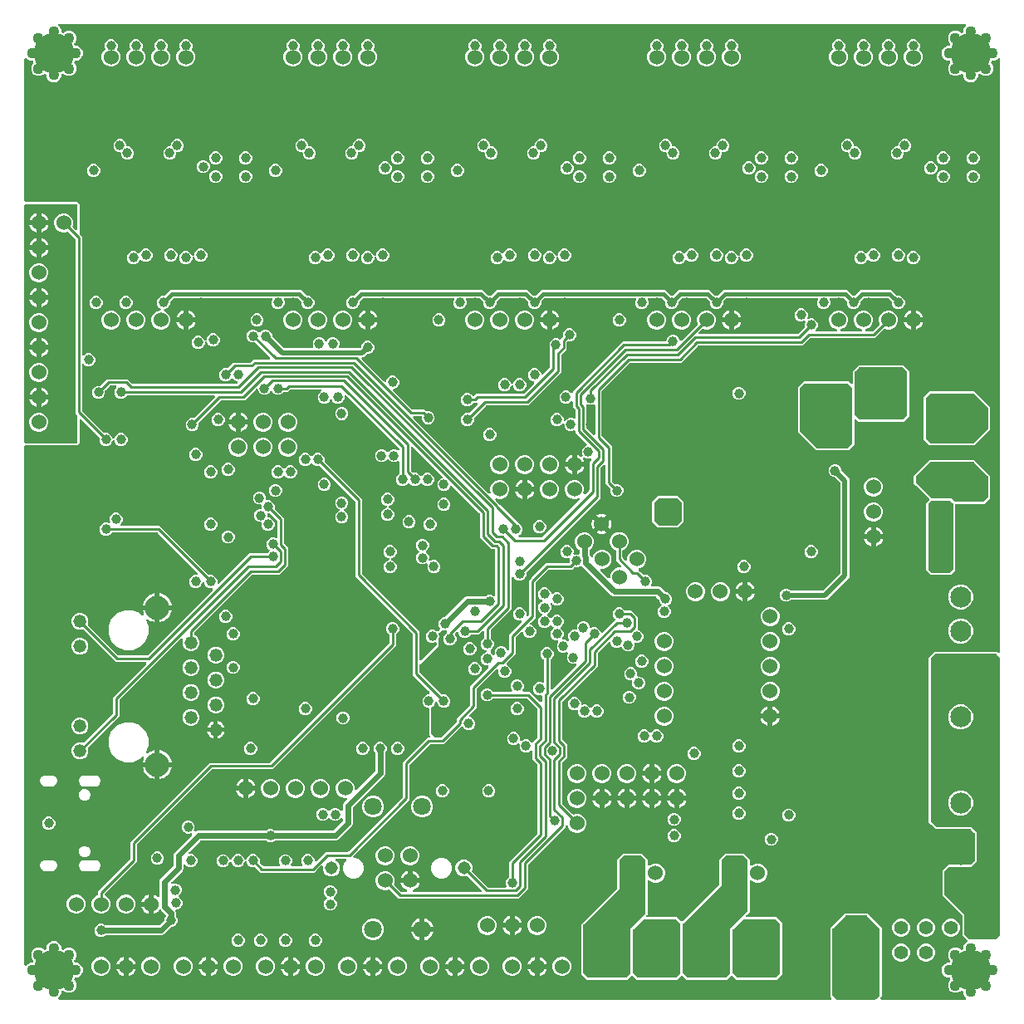
<source format=gbr>
G04 EAGLE Gerber RS-274X export*
G75*
%MOMM*%
%FSLAX34Y34*%
%LPD*%
%ING1*%
%IPPOS*%
%AMOC8*
5,1,8,0,0,1.08239X$1,22.5*%
G01*
%ADD10C,1.800000*%
%ADD11C,1.308000*%
%ADD12C,1.524000*%
%ADD13C,2.133600*%
%ADD14C,1.422400*%
%ADD15C,1.320800*%
%ADD16C,2.476500*%
%ADD17C,2.250000*%
%ADD18C,4.116000*%
%ADD19C,1.108000*%
%ADD20C,1.006400*%
%ADD21C,0.609600*%
%ADD22C,0.406400*%
%ADD23C,0.254000*%
%ADD24C,0.508000*%

G36*
X324634Y-494774D02*
X324634Y-494774D01*
X324773Y-494761D01*
X324792Y-494754D01*
X324812Y-494751D01*
X324941Y-494700D01*
X325072Y-494653D01*
X325089Y-494642D01*
X325107Y-494634D01*
X325220Y-494553D01*
X325335Y-494475D01*
X325348Y-494459D01*
X325365Y-494448D01*
X325454Y-494340D01*
X325546Y-494236D01*
X325555Y-494218D01*
X325568Y-494203D01*
X325627Y-494077D01*
X325690Y-493953D01*
X325695Y-493933D01*
X325703Y-493915D01*
X325729Y-493778D01*
X325760Y-493643D01*
X325759Y-493622D01*
X325763Y-493603D01*
X325754Y-493464D01*
X325750Y-493325D01*
X325744Y-493305D01*
X325743Y-493285D01*
X325700Y-493153D01*
X325662Y-493019D01*
X325651Y-493002D01*
X325645Y-492983D01*
X325571Y-492865D01*
X325500Y-492745D01*
X325482Y-492724D01*
X325475Y-492714D01*
X325460Y-492700D01*
X325394Y-492625D01*
X324357Y-491588D01*
X324357Y-421542D01*
X326663Y-419236D01*
X326664Y-419236D01*
X336686Y-409214D01*
X338992Y-406907D01*
X362048Y-406907D01*
X376683Y-421542D01*
X376683Y-491588D01*
X375646Y-492625D01*
X375561Y-492734D01*
X375472Y-492841D01*
X375464Y-492860D01*
X375451Y-492876D01*
X375396Y-493003D01*
X375337Y-493129D01*
X375333Y-493149D01*
X375325Y-493168D01*
X375303Y-493306D01*
X375277Y-493442D01*
X375278Y-493462D01*
X375275Y-493482D01*
X375288Y-493621D01*
X375297Y-493759D01*
X375303Y-493778D01*
X375305Y-493798D01*
X375352Y-493930D01*
X375395Y-494061D01*
X375406Y-494079D01*
X375413Y-494098D01*
X375491Y-494213D01*
X375565Y-494330D01*
X375580Y-494344D01*
X375591Y-494361D01*
X375695Y-494453D01*
X375797Y-494548D01*
X375814Y-494558D01*
X375830Y-494571D01*
X375954Y-494635D01*
X376075Y-494702D01*
X376095Y-494707D01*
X376113Y-494716D01*
X376249Y-494746D01*
X376383Y-494781D01*
X376411Y-494783D01*
X376423Y-494786D01*
X376444Y-494785D01*
X376544Y-494791D01*
X461558Y-494791D01*
X461695Y-494774D01*
X461834Y-494761D01*
X461853Y-494754D01*
X461873Y-494751D01*
X462002Y-494700D01*
X462133Y-494653D01*
X462150Y-494642D01*
X462169Y-494634D01*
X462281Y-494553D01*
X462396Y-494475D01*
X462410Y-494459D01*
X462426Y-494448D01*
X462515Y-494340D01*
X462607Y-494236D01*
X462616Y-494218D01*
X462629Y-494203D01*
X462688Y-494077D01*
X462751Y-493953D01*
X462756Y-493933D01*
X462765Y-493915D01*
X462791Y-493778D01*
X462821Y-493643D01*
X462820Y-493622D01*
X462824Y-493603D01*
X462816Y-493464D01*
X462811Y-493325D01*
X462806Y-493305D01*
X462805Y-493285D01*
X462762Y-493153D01*
X462723Y-493019D01*
X462713Y-493002D01*
X462707Y-492983D01*
X462632Y-492865D01*
X462561Y-492745D01*
X462543Y-492724D01*
X462536Y-492714D01*
X462521Y-492700D01*
X462455Y-492625D01*
X460940Y-491110D01*
X459787Y-488326D01*
X459787Y-487007D01*
X459784Y-486978D01*
X459786Y-486949D01*
X459764Y-486820D01*
X459747Y-486692D01*
X459737Y-486664D01*
X459732Y-486635D01*
X459678Y-486517D01*
X459630Y-486396D01*
X459613Y-486372D01*
X459601Y-486345D01*
X459520Y-486244D01*
X459444Y-486139D01*
X459421Y-486120D01*
X459402Y-486097D01*
X459299Y-486019D01*
X459199Y-485936D01*
X459172Y-485923D01*
X459148Y-485906D01*
X459004Y-485835D01*
X458409Y-485588D01*
X458381Y-485580D01*
X458354Y-485567D01*
X458228Y-485539D01*
X458102Y-485504D01*
X458073Y-485504D01*
X458044Y-485497D01*
X457914Y-485501D01*
X457785Y-485499D01*
X457756Y-485506D01*
X457726Y-485507D01*
X457601Y-485543D01*
X457475Y-485573D01*
X457449Y-485587D01*
X457421Y-485595D01*
X457309Y-485662D01*
X457194Y-485722D01*
X457172Y-485742D01*
X457147Y-485757D01*
X457026Y-485863D01*
X456150Y-486740D01*
X453366Y-487893D01*
X450354Y-487893D01*
X447570Y-486740D01*
X445440Y-484610D01*
X444287Y-481826D01*
X444287Y-478814D01*
X445440Y-476030D01*
X446317Y-475154D01*
X446335Y-475131D01*
X446357Y-475112D01*
X446432Y-475005D01*
X446511Y-474903D01*
X446523Y-474876D01*
X446540Y-474851D01*
X446586Y-474730D01*
X446638Y-474611D01*
X446642Y-474582D01*
X446653Y-474554D01*
X446667Y-474425D01*
X446688Y-474297D01*
X446685Y-474267D01*
X446688Y-474238D01*
X446670Y-474109D01*
X446658Y-473980D01*
X446648Y-473952D01*
X446644Y-473923D01*
X446592Y-473771D01*
X446345Y-473176D01*
X446331Y-473151D01*
X446322Y-473123D01*
X446252Y-473013D01*
X446188Y-472900D01*
X446167Y-472879D01*
X446152Y-472854D01*
X446057Y-472765D01*
X445967Y-472672D01*
X445941Y-472656D01*
X445920Y-472636D01*
X445806Y-472573D01*
X445695Y-472505D01*
X445667Y-472497D01*
X445641Y-472482D01*
X445516Y-472450D01*
X445392Y-472412D01*
X445362Y-472410D01*
X445333Y-472403D01*
X445173Y-472393D01*
X443854Y-472393D01*
X441070Y-471240D01*
X438940Y-469110D01*
X437787Y-466326D01*
X437787Y-463314D01*
X438940Y-460530D01*
X441070Y-458400D01*
X443854Y-457247D01*
X445173Y-457247D01*
X445202Y-457244D01*
X445231Y-457246D01*
X445360Y-457224D01*
X445488Y-457207D01*
X445516Y-457197D01*
X445545Y-457192D01*
X445663Y-457138D01*
X445784Y-457090D01*
X445808Y-457073D01*
X445835Y-457061D01*
X445936Y-456980D01*
X446041Y-456904D01*
X446060Y-456881D01*
X446083Y-456862D01*
X446161Y-456759D01*
X446244Y-456659D01*
X446257Y-456632D01*
X446274Y-456608D01*
X446345Y-456464D01*
X446592Y-455869D01*
X446600Y-455841D01*
X446613Y-455814D01*
X446641Y-455688D01*
X446676Y-455562D01*
X446676Y-455533D01*
X446683Y-455504D01*
X446679Y-455374D01*
X446681Y-455245D01*
X446674Y-455216D01*
X446673Y-455186D01*
X446637Y-455061D01*
X446607Y-454935D01*
X446593Y-454909D01*
X446585Y-454881D01*
X446518Y-454769D01*
X446458Y-454654D01*
X446438Y-454632D01*
X446423Y-454607D01*
X446317Y-454486D01*
X445440Y-453610D01*
X444287Y-450826D01*
X444287Y-447814D01*
X445440Y-445030D01*
X447570Y-442900D01*
X450354Y-441747D01*
X453366Y-441747D01*
X456150Y-442900D01*
X457026Y-443777D01*
X457049Y-443795D01*
X457068Y-443817D01*
X457175Y-443892D01*
X457277Y-443971D01*
X457304Y-443983D01*
X457329Y-444000D01*
X457450Y-444046D01*
X457569Y-444098D01*
X457598Y-444102D01*
X457626Y-444113D01*
X457755Y-444127D01*
X457883Y-444148D01*
X457913Y-444145D01*
X457942Y-444148D01*
X458071Y-444130D01*
X458200Y-444118D01*
X458228Y-444108D01*
X458257Y-444104D01*
X458409Y-444052D01*
X459004Y-443805D01*
X459029Y-443791D01*
X459057Y-443782D01*
X459167Y-443712D01*
X459280Y-443648D01*
X459301Y-443627D01*
X459326Y-443612D01*
X459415Y-443517D01*
X459508Y-443427D01*
X459524Y-443401D01*
X459544Y-443380D01*
X459607Y-443266D01*
X459675Y-443155D01*
X459683Y-443127D01*
X459698Y-443101D01*
X459730Y-442976D01*
X459768Y-442852D01*
X459770Y-442822D01*
X459777Y-442793D01*
X459787Y-442633D01*
X459787Y-441314D01*
X460940Y-438530D01*
X463070Y-436400D01*
X463401Y-436263D01*
X463444Y-436239D01*
X463491Y-436222D01*
X463582Y-436160D01*
X463677Y-436106D01*
X463713Y-436071D01*
X463754Y-436043D01*
X463826Y-435961D01*
X463905Y-435885D01*
X463931Y-435842D01*
X463964Y-435805D01*
X464014Y-435707D01*
X464072Y-435613D01*
X464086Y-435566D01*
X464109Y-435522D01*
X464133Y-435415D01*
X464165Y-435310D01*
X464168Y-435260D01*
X464178Y-435211D01*
X464175Y-435102D01*
X464180Y-434992D01*
X464170Y-434943D01*
X464169Y-434894D01*
X464138Y-434788D01*
X464116Y-434680D01*
X464094Y-434636D01*
X464080Y-434588D01*
X464025Y-434493D01*
X463976Y-434395D01*
X463944Y-434357D01*
X463919Y-434314D01*
X463812Y-434193D01*
X458977Y-429358D01*
X458977Y-409564D01*
X458965Y-409466D01*
X458962Y-409367D01*
X458945Y-409308D01*
X458937Y-409248D01*
X458901Y-409156D01*
X458873Y-409061D01*
X458843Y-409009D01*
X458820Y-408953D01*
X458762Y-408873D01*
X458712Y-408787D01*
X458646Y-408712D01*
X458634Y-408695D01*
X458624Y-408687D01*
X458606Y-408666D01*
X438657Y-388718D01*
X438657Y-363122D01*
X444402Y-357377D01*
X466736Y-357377D01*
X466834Y-357365D01*
X466933Y-357362D01*
X466992Y-357345D01*
X467052Y-357337D01*
X467144Y-357301D01*
X467239Y-357273D01*
X467291Y-357243D01*
X467347Y-357220D01*
X467427Y-357162D01*
X467513Y-357112D01*
X467588Y-357046D01*
X467605Y-357034D01*
X467613Y-357024D01*
X467634Y-357006D01*
X471306Y-353334D01*
X471366Y-353255D01*
X471434Y-353183D01*
X471463Y-353130D01*
X471500Y-353082D01*
X471540Y-352991D01*
X471588Y-352905D01*
X471603Y-352846D01*
X471627Y-352791D01*
X471642Y-352693D01*
X471667Y-352597D01*
X471673Y-352497D01*
X471677Y-352476D01*
X471675Y-352464D01*
X471677Y-352436D01*
X471677Y-325744D01*
X471665Y-325646D01*
X471662Y-325547D01*
X471645Y-325488D01*
X471637Y-325428D01*
X471601Y-325336D01*
X471573Y-325241D01*
X471543Y-325189D01*
X471520Y-325133D01*
X471462Y-325053D01*
X471412Y-324967D01*
X471346Y-324892D01*
X471334Y-324875D01*
X471324Y-324867D01*
X471306Y-324846D01*
X467634Y-321174D01*
X467555Y-321114D01*
X467483Y-321046D01*
X467430Y-321017D01*
X467382Y-320980D01*
X467291Y-320940D01*
X467205Y-320892D01*
X467146Y-320877D01*
X467091Y-320853D01*
X466993Y-320838D01*
X466897Y-320813D01*
X466797Y-320807D01*
X466776Y-320803D01*
X466764Y-320805D01*
X466736Y-320803D01*
X431702Y-320803D01*
X426994Y-316094D01*
X424687Y-313788D01*
X424687Y-145952D01*
X430432Y-140207D01*
X494128Y-140207D01*
X495165Y-141244D01*
X495274Y-141329D01*
X495381Y-141418D01*
X495400Y-141426D01*
X495416Y-141439D01*
X495543Y-141494D01*
X495669Y-141553D01*
X495689Y-141557D01*
X495708Y-141565D01*
X495846Y-141587D01*
X495982Y-141613D01*
X496002Y-141612D01*
X496022Y-141615D01*
X496161Y-141602D01*
X496299Y-141593D01*
X496318Y-141587D01*
X496338Y-141585D01*
X496470Y-141538D01*
X496601Y-141495D01*
X496619Y-141484D01*
X496638Y-141477D01*
X496753Y-141399D01*
X496870Y-141325D01*
X496884Y-141310D01*
X496901Y-141299D01*
X496993Y-141195D01*
X497088Y-141093D01*
X497098Y-141076D01*
X497111Y-141060D01*
X497175Y-140936D01*
X497242Y-140815D01*
X497247Y-140795D01*
X497256Y-140777D01*
X497286Y-140641D01*
X497321Y-140507D01*
X497323Y-140479D01*
X497326Y-140467D01*
X497325Y-140447D01*
X497331Y-140346D01*
X497331Y464098D01*
X497314Y464235D01*
X497301Y464374D01*
X497294Y464393D01*
X497291Y464413D01*
X497240Y464542D01*
X497193Y464673D01*
X497182Y464690D01*
X497174Y464709D01*
X497093Y464821D01*
X497015Y464936D01*
X496999Y464950D01*
X496988Y464966D01*
X496880Y465055D01*
X496776Y465147D01*
X496758Y465156D01*
X496743Y465169D01*
X496617Y465228D01*
X496493Y465291D01*
X496473Y465296D01*
X496455Y465305D01*
X496318Y465331D01*
X496183Y465361D01*
X496162Y465360D01*
X496143Y465364D01*
X496004Y465356D01*
X495865Y465351D01*
X495845Y465346D01*
X495825Y465345D01*
X495693Y465302D01*
X495559Y465263D01*
X495542Y465253D01*
X495523Y465247D01*
X495405Y465172D01*
X495285Y465101D01*
X495264Y465083D01*
X495254Y465076D01*
X495240Y465061D01*
X495165Y464995D01*
X493650Y463480D01*
X490866Y462327D01*
X489547Y462327D01*
X489518Y462324D01*
X489489Y462326D01*
X489360Y462304D01*
X489232Y462287D01*
X489204Y462277D01*
X489175Y462272D01*
X489057Y462218D01*
X488936Y462170D01*
X488912Y462153D01*
X488885Y462141D01*
X488784Y462060D01*
X488679Y461984D01*
X488660Y461961D01*
X488637Y461942D01*
X488559Y461839D01*
X488476Y461739D01*
X488463Y461712D01*
X488446Y461688D01*
X488375Y461544D01*
X488128Y460949D01*
X488120Y460921D01*
X488107Y460894D01*
X488079Y460768D01*
X488044Y460642D01*
X488044Y460613D01*
X488037Y460584D01*
X488041Y460454D01*
X488039Y460325D01*
X488046Y460296D01*
X488047Y460266D01*
X488083Y460141D01*
X488113Y460015D01*
X488127Y459989D01*
X488135Y459961D01*
X488202Y459849D01*
X488262Y459734D01*
X488282Y459712D01*
X488297Y459687D01*
X488403Y459566D01*
X489280Y458690D01*
X490433Y455906D01*
X490433Y452894D01*
X489280Y450110D01*
X487150Y447980D01*
X484366Y446827D01*
X481354Y446827D01*
X478570Y447980D01*
X477694Y448857D01*
X477671Y448875D01*
X477652Y448897D01*
X477545Y448972D01*
X477443Y449051D01*
X477416Y449063D01*
X477391Y449080D01*
X477270Y449126D01*
X477151Y449178D01*
X477122Y449182D01*
X477094Y449193D01*
X476965Y449207D01*
X476837Y449228D01*
X476807Y449225D01*
X476778Y449228D01*
X476649Y449210D01*
X476520Y449198D01*
X476492Y449188D01*
X476463Y449184D01*
X476311Y449132D01*
X475716Y448885D01*
X475691Y448871D01*
X475663Y448862D01*
X475553Y448792D01*
X475440Y448728D01*
X475419Y448707D01*
X475394Y448692D01*
X475305Y448597D01*
X475212Y448507D01*
X475196Y448481D01*
X475176Y448460D01*
X475113Y448346D01*
X475045Y448235D01*
X475037Y448207D01*
X475022Y448181D01*
X474990Y448056D01*
X474952Y447932D01*
X474950Y447902D01*
X474943Y447873D01*
X474933Y447713D01*
X474933Y446394D01*
X473780Y443610D01*
X471650Y441480D01*
X468866Y440327D01*
X465854Y440327D01*
X463070Y441480D01*
X460940Y443610D01*
X459787Y446394D01*
X459787Y447713D01*
X459784Y447742D01*
X459786Y447771D01*
X459764Y447900D01*
X459747Y448028D01*
X459737Y448056D01*
X459732Y448085D01*
X459678Y448203D01*
X459630Y448324D01*
X459613Y448348D01*
X459601Y448375D01*
X459520Y448476D01*
X459444Y448581D01*
X459421Y448600D01*
X459402Y448623D01*
X459299Y448701D01*
X459199Y448784D01*
X459172Y448797D01*
X459148Y448814D01*
X459004Y448885D01*
X458409Y449132D01*
X458381Y449140D01*
X458354Y449153D01*
X458228Y449181D01*
X458102Y449216D01*
X458073Y449216D01*
X458044Y449223D01*
X457914Y449219D01*
X457785Y449221D01*
X457756Y449214D01*
X457726Y449213D01*
X457601Y449177D01*
X457475Y449147D01*
X457449Y449133D01*
X457421Y449125D01*
X457309Y449058D01*
X457194Y448998D01*
X457172Y448978D01*
X457147Y448963D01*
X457026Y448857D01*
X456150Y447980D01*
X453366Y446827D01*
X450354Y446827D01*
X447570Y447980D01*
X445440Y450110D01*
X444287Y452894D01*
X444287Y455906D01*
X445440Y458690D01*
X446317Y459566D01*
X446335Y459589D01*
X446357Y459608D01*
X446432Y459715D01*
X446511Y459817D01*
X446523Y459844D01*
X446540Y459869D01*
X446586Y459990D01*
X446638Y460109D01*
X446642Y460138D01*
X446653Y460166D01*
X446667Y460295D01*
X446688Y460423D01*
X446685Y460453D01*
X446688Y460482D01*
X446670Y460611D01*
X446658Y460740D01*
X446648Y460768D01*
X446644Y460797D01*
X446592Y460949D01*
X446345Y461544D01*
X446331Y461569D01*
X446322Y461597D01*
X446252Y461707D01*
X446188Y461820D01*
X446167Y461841D01*
X446152Y461866D01*
X446057Y461955D01*
X445967Y462048D01*
X445941Y462064D01*
X445920Y462084D01*
X445806Y462147D01*
X445695Y462215D01*
X445667Y462223D01*
X445641Y462238D01*
X445516Y462270D01*
X445392Y462308D01*
X445362Y462310D01*
X445333Y462317D01*
X445173Y462327D01*
X443854Y462327D01*
X441070Y463480D01*
X438940Y465610D01*
X437787Y468394D01*
X437787Y471406D01*
X438940Y474190D01*
X441070Y476320D01*
X443854Y477473D01*
X445173Y477473D01*
X445202Y477476D01*
X445231Y477474D01*
X445360Y477496D01*
X445488Y477513D01*
X445516Y477523D01*
X445545Y477528D01*
X445663Y477582D01*
X445784Y477630D01*
X445808Y477647D01*
X445835Y477659D01*
X445936Y477740D01*
X446041Y477816D01*
X446060Y477839D01*
X446083Y477858D01*
X446161Y477961D01*
X446244Y478061D01*
X446257Y478088D01*
X446274Y478112D01*
X446345Y478256D01*
X446592Y478851D01*
X446600Y478879D01*
X446613Y478906D01*
X446641Y479032D01*
X446676Y479158D01*
X446676Y479187D01*
X446683Y479216D01*
X446679Y479346D01*
X446681Y479475D01*
X446674Y479504D01*
X446673Y479534D01*
X446637Y479659D01*
X446607Y479785D01*
X446593Y479811D01*
X446585Y479839D01*
X446518Y479951D01*
X446458Y480066D01*
X446438Y480088D01*
X446423Y480113D01*
X446317Y480234D01*
X445440Y481110D01*
X444287Y483894D01*
X444287Y486906D01*
X445440Y489690D01*
X447570Y491820D01*
X450354Y492973D01*
X453366Y492973D01*
X456150Y491820D01*
X457026Y490943D01*
X457049Y490925D01*
X457068Y490903D01*
X457175Y490828D01*
X457277Y490749D01*
X457304Y490737D01*
X457329Y490720D01*
X457450Y490674D01*
X457569Y490622D01*
X457598Y490618D01*
X457626Y490607D01*
X457755Y490593D01*
X457883Y490572D01*
X457913Y490575D01*
X457942Y490572D01*
X458071Y490590D01*
X458200Y490602D01*
X458228Y490612D01*
X458257Y490616D01*
X458409Y490668D01*
X459004Y490915D01*
X459029Y490929D01*
X459057Y490938D01*
X459167Y491008D01*
X459280Y491072D01*
X459301Y491093D01*
X459326Y491108D01*
X459415Y491203D01*
X459508Y491293D01*
X459524Y491319D01*
X459544Y491340D01*
X459607Y491454D01*
X459675Y491565D01*
X459683Y491593D01*
X459698Y491619D01*
X459730Y491744D01*
X459768Y491868D01*
X459770Y491898D01*
X459777Y491927D01*
X459787Y492087D01*
X459787Y493406D01*
X460940Y496190D01*
X462455Y497705D01*
X462540Y497814D01*
X462629Y497921D01*
X462638Y497940D01*
X462650Y497956D01*
X462705Y498084D01*
X462765Y498209D01*
X462768Y498229D01*
X462776Y498248D01*
X462798Y498386D01*
X462824Y498522D01*
X462823Y498542D01*
X462826Y498562D01*
X462813Y498701D01*
X462805Y498839D01*
X462798Y498858D01*
X462796Y498878D01*
X462749Y499010D01*
X462707Y499141D01*
X462696Y499159D01*
X462689Y499178D01*
X462611Y499293D01*
X462536Y499410D01*
X462522Y499424D01*
X462510Y499441D01*
X462406Y499533D01*
X462305Y499628D01*
X462287Y499638D01*
X462272Y499651D01*
X462148Y499715D01*
X462026Y499782D01*
X462007Y499787D01*
X461989Y499796D01*
X461853Y499826D01*
X461718Y499861D01*
X461690Y499863D01*
X461678Y499866D01*
X461658Y499865D01*
X461558Y499871D01*
X-461558Y499871D01*
X-461695Y499854D01*
X-461834Y499841D01*
X-461853Y499834D01*
X-461873Y499831D01*
X-462002Y499780D01*
X-462133Y499733D01*
X-462150Y499722D01*
X-462169Y499714D01*
X-462281Y499633D01*
X-462396Y499555D01*
X-462410Y499539D01*
X-462426Y499528D01*
X-462515Y499420D01*
X-462607Y499316D01*
X-462616Y499298D01*
X-462629Y499283D01*
X-462688Y499157D01*
X-462751Y499033D01*
X-462756Y499013D01*
X-462765Y498995D01*
X-462791Y498858D01*
X-462821Y498723D01*
X-462820Y498702D01*
X-462824Y498683D01*
X-462816Y498544D01*
X-462811Y498405D01*
X-462806Y498385D01*
X-462805Y498365D01*
X-462762Y498233D01*
X-462723Y498099D01*
X-462713Y498082D01*
X-462707Y498063D01*
X-462632Y497945D01*
X-462561Y497825D01*
X-462543Y497804D01*
X-462536Y497794D01*
X-462521Y497780D01*
X-462455Y497705D01*
X-460940Y496190D01*
X-459787Y493406D01*
X-459787Y492087D01*
X-459784Y492058D01*
X-459786Y492029D01*
X-459764Y491900D01*
X-459747Y491772D01*
X-459737Y491744D01*
X-459732Y491715D01*
X-459678Y491597D01*
X-459630Y491476D01*
X-459613Y491452D01*
X-459601Y491425D01*
X-459520Y491324D01*
X-459444Y491219D01*
X-459421Y491200D01*
X-459402Y491177D01*
X-459299Y491099D01*
X-459199Y491016D01*
X-459172Y491003D01*
X-459148Y490986D01*
X-459004Y490915D01*
X-458409Y490668D01*
X-458381Y490660D01*
X-458354Y490647D01*
X-458228Y490619D01*
X-458102Y490584D01*
X-458073Y490584D01*
X-458044Y490577D01*
X-457914Y490581D01*
X-457785Y490579D01*
X-457756Y490586D01*
X-457726Y490587D01*
X-457601Y490623D01*
X-457475Y490653D01*
X-457449Y490667D01*
X-457421Y490675D01*
X-457309Y490742D01*
X-457194Y490802D01*
X-457172Y490822D01*
X-457147Y490837D01*
X-457026Y490943D01*
X-456150Y491820D01*
X-453366Y492973D01*
X-450354Y492973D01*
X-447570Y491820D01*
X-445440Y489690D01*
X-444287Y486906D01*
X-444287Y483894D01*
X-445440Y481110D01*
X-446317Y480234D01*
X-446335Y480211D01*
X-446357Y480192D01*
X-446432Y480085D01*
X-446511Y479983D01*
X-446523Y479956D01*
X-446540Y479931D01*
X-446586Y479810D01*
X-446638Y479691D01*
X-446642Y479662D01*
X-446653Y479634D01*
X-446667Y479505D01*
X-446688Y479377D01*
X-446685Y479347D01*
X-446688Y479318D01*
X-446670Y479189D01*
X-446658Y479060D01*
X-446648Y479032D01*
X-446644Y479003D01*
X-446592Y478851D01*
X-446345Y478256D01*
X-446331Y478231D01*
X-446322Y478203D01*
X-446252Y478093D01*
X-446188Y477980D01*
X-446167Y477959D01*
X-446152Y477934D01*
X-446057Y477845D01*
X-445967Y477752D01*
X-445941Y477736D01*
X-445920Y477716D01*
X-445806Y477653D01*
X-445695Y477585D01*
X-445667Y477577D01*
X-445641Y477562D01*
X-445516Y477530D01*
X-445392Y477492D01*
X-445362Y477490D01*
X-445333Y477483D01*
X-445173Y477473D01*
X-443854Y477473D01*
X-441070Y476320D01*
X-438940Y474190D01*
X-437787Y471406D01*
X-437787Y468394D01*
X-438940Y465610D01*
X-441070Y463480D01*
X-443854Y462327D01*
X-445173Y462327D01*
X-445202Y462324D01*
X-445231Y462326D01*
X-445360Y462304D01*
X-445488Y462287D01*
X-445516Y462277D01*
X-445545Y462272D01*
X-445663Y462218D01*
X-445784Y462170D01*
X-445808Y462153D01*
X-445835Y462141D01*
X-445936Y462060D01*
X-446041Y461984D01*
X-446060Y461961D01*
X-446083Y461942D01*
X-446161Y461839D01*
X-446244Y461739D01*
X-446257Y461712D01*
X-446274Y461688D01*
X-446345Y461544D01*
X-446592Y460949D01*
X-446600Y460921D01*
X-446613Y460894D01*
X-446641Y460768D01*
X-446676Y460642D01*
X-446676Y460613D01*
X-446683Y460584D01*
X-446679Y460454D01*
X-446681Y460325D01*
X-446674Y460296D01*
X-446673Y460266D01*
X-446637Y460141D01*
X-446607Y460015D01*
X-446593Y459989D01*
X-446585Y459961D01*
X-446518Y459849D01*
X-446458Y459734D01*
X-446438Y459712D01*
X-446423Y459687D01*
X-446317Y459566D01*
X-445440Y458690D01*
X-444287Y455906D01*
X-444287Y452894D01*
X-445440Y450110D01*
X-447570Y447980D01*
X-450354Y446827D01*
X-453366Y446827D01*
X-456150Y447980D01*
X-457026Y448857D01*
X-457049Y448875D01*
X-457068Y448897D01*
X-457175Y448972D01*
X-457277Y449051D01*
X-457304Y449063D01*
X-457329Y449080D01*
X-457450Y449126D01*
X-457569Y449178D01*
X-457598Y449182D01*
X-457626Y449193D01*
X-457755Y449207D01*
X-457883Y449228D01*
X-457913Y449225D01*
X-457942Y449228D01*
X-458071Y449210D01*
X-458200Y449198D01*
X-458228Y449188D01*
X-458257Y449184D01*
X-458409Y449132D01*
X-459004Y448885D01*
X-459029Y448871D01*
X-459057Y448862D01*
X-459167Y448792D01*
X-459280Y448728D01*
X-459301Y448707D01*
X-459326Y448692D01*
X-459415Y448597D01*
X-459508Y448507D01*
X-459524Y448481D01*
X-459544Y448460D01*
X-459607Y448346D01*
X-459675Y448235D01*
X-459683Y448207D01*
X-459698Y448181D01*
X-459730Y448056D01*
X-459768Y447932D01*
X-459770Y447902D01*
X-459777Y447873D01*
X-459787Y447713D01*
X-459787Y446394D01*
X-460940Y443610D01*
X-463070Y441480D01*
X-465854Y440327D01*
X-468866Y440327D01*
X-471650Y441480D01*
X-473780Y443610D01*
X-474933Y446394D01*
X-474933Y447713D01*
X-474936Y447742D01*
X-474934Y447771D01*
X-474956Y447900D01*
X-474973Y448028D01*
X-474983Y448056D01*
X-474988Y448085D01*
X-475042Y448203D01*
X-475090Y448324D01*
X-475107Y448348D01*
X-475119Y448375D01*
X-475200Y448476D01*
X-475276Y448581D01*
X-475299Y448600D01*
X-475318Y448623D01*
X-475421Y448701D01*
X-475521Y448784D01*
X-475548Y448797D01*
X-475572Y448814D01*
X-475716Y448885D01*
X-476311Y449132D01*
X-476339Y449140D01*
X-476366Y449153D01*
X-476492Y449181D01*
X-476618Y449216D01*
X-476647Y449216D01*
X-476676Y449223D01*
X-476806Y449219D01*
X-476935Y449221D01*
X-476964Y449214D01*
X-476994Y449213D01*
X-477119Y449177D01*
X-477245Y449147D01*
X-477271Y449133D01*
X-477299Y449125D01*
X-477411Y449058D01*
X-477526Y448998D01*
X-477548Y448978D01*
X-477573Y448963D01*
X-477694Y448857D01*
X-478570Y447980D01*
X-481354Y446827D01*
X-484366Y446827D01*
X-487150Y447980D01*
X-489280Y450110D01*
X-490433Y452894D01*
X-490433Y455906D01*
X-489280Y458690D01*
X-488403Y459566D01*
X-488385Y459589D01*
X-488363Y459608D01*
X-488288Y459715D01*
X-488209Y459817D01*
X-488197Y459844D01*
X-488180Y459869D01*
X-488134Y459990D01*
X-488082Y460109D01*
X-488078Y460138D01*
X-488067Y460166D01*
X-488053Y460295D01*
X-488032Y460423D01*
X-488035Y460453D01*
X-488032Y460482D01*
X-488050Y460611D01*
X-488062Y460740D01*
X-488072Y460768D01*
X-488076Y460797D01*
X-488128Y460949D01*
X-488375Y461544D01*
X-488389Y461569D01*
X-488398Y461597D01*
X-488468Y461707D01*
X-488532Y461820D01*
X-488553Y461841D01*
X-488568Y461866D01*
X-488663Y461955D01*
X-488753Y462048D01*
X-488779Y462064D01*
X-488800Y462084D01*
X-488914Y462147D01*
X-489025Y462215D01*
X-489053Y462223D01*
X-489079Y462238D01*
X-489204Y462270D01*
X-489328Y462308D01*
X-489358Y462310D01*
X-489387Y462317D01*
X-489547Y462327D01*
X-490866Y462327D01*
X-493650Y463480D01*
X-495165Y464995D01*
X-495274Y465080D01*
X-495381Y465169D01*
X-495400Y465178D01*
X-495416Y465190D01*
X-495544Y465245D01*
X-495669Y465305D01*
X-495689Y465308D01*
X-495708Y465316D01*
X-495846Y465338D01*
X-495982Y465364D01*
X-496002Y465363D01*
X-496022Y465366D01*
X-496161Y465353D01*
X-496299Y465345D01*
X-496318Y465338D01*
X-496338Y465336D01*
X-496470Y465289D01*
X-496601Y465247D01*
X-496619Y465236D01*
X-496638Y465229D01*
X-496753Y465151D01*
X-496870Y465076D01*
X-496884Y465062D01*
X-496901Y465050D01*
X-496993Y464946D01*
X-497088Y464845D01*
X-497098Y464827D01*
X-497111Y464812D01*
X-497175Y464688D01*
X-497242Y464566D01*
X-497247Y464547D01*
X-497256Y464529D01*
X-497286Y464393D01*
X-497321Y464258D01*
X-497323Y464230D01*
X-497326Y464218D01*
X-497325Y464198D01*
X-497331Y464098D01*
X-497331Y319532D01*
X-497316Y319414D01*
X-497309Y319295D01*
X-497296Y319257D01*
X-497291Y319216D01*
X-497248Y319106D01*
X-497211Y318993D01*
X-497189Y318958D01*
X-497174Y318921D01*
X-497105Y318825D01*
X-497041Y318724D01*
X-497011Y318696D01*
X-496988Y318663D01*
X-496896Y318587D01*
X-496809Y318506D01*
X-496774Y318486D01*
X-496743Y318461D01*
X-496635Y318410D01*
X-496531Y318352D01*
X-496491Y318342D01*
X-496455Y318325D01*
X-496338Y318303D01*
X-496223Y318273D01*
X-496163Y318269D01*
X-496143Y318265D01*
X-496122Y318267D01*
X-496062Y318263D01*
X-443132Y318263D01*
X-441197Y316328D01*
X-441197Y286374D01*
X-441185Y286276D01*
X-441182Y286177D01*
X-441165Y286118D01*
X-441157Y286058D01*
X-441121Y285966D01*
X-441093Y285871D01*
X-441063Y285819D01*
X-441040Y285763D01*
X-440982Y285683D01*
X-440932Y285597D01*
X-440866Y285522D01*
X-440854Y285505D01*
X-440844Y285497D01*
X-440826Y285476D01*
X-438657Y283308D01*
X-438657Y162960D01*
X-438640Y162822D01*
X-438627Y162683D01*
X-438620Y162664D01*
X-438617Y162644D01*
X-438566Y162515D01*
X-438519Y162384D01*
X-438508Y162367D01*
X-438500Y162348D01*
X-438419Y162236D01*
X-438341Y162121D01*
X-438325Y162107D01*
X-438314Y162091D01*
X-438206Y162002D01*
X-438102Y161910D01*
X-438084Y161901D01*
X-438069Y161888D01*
X-437943Y161829D01*
X-437819Y161766D01*
X-437799Y161761D01*
X-437781Y161753D01*
X-437644Y161727D01*
X-437509Y161696D01*
X-437488Y161697D01*
X-437469Y161693D01*
X-437330Y161702D01*
X-437191Y161706D01*
X-437171Y161711D01*
X-437151Y161713D01*
X-437019Y161755D01*
X-436885Y161794D01*
X-436868Y161804D01*
X-436849Y161811D01*
X-436731Y161885D01*
X-436611Y161956D01*
X-436590Y161974D01*
X-436580Y161981D01*
X-436566Y161996D01*
X-436491Y162062D01*
X-435514Y163039D01*
X-433104Y164037D01*
X-430496Y164037D01*
X-428086Y163039D01*
X-426241Y161194D01*
X-425243Y158784D01*
X-425243Y156176D01*
X-426241Y153766D01*
X-428086Y151921D01*
X-430496Y150923D01*
X-433104Y150923D01*
X-435514Y151921D01*
X-436491Y152898D01*
X-436600Y152983D01*
X-436707Y153072D01*
X-436726Y153080D01*
X-436742Y153093D01*
X-436869Y153148D01*
X-436995Y153207D01*
X-437015Y153211D01*
X-437034Y153219D01*
X-437172Y153241D01*
X-437308Y153267D01*
X-437328Y153266D01*
X-437348Y153269D01*
X-437487Y153256D01*
X-437625Y153247D01*
X-437644Y153241D01*
X-437664Y153239D01*
X-437796Y153192D01*
X-437927Y153149D01*
X-437945Y153139D01*
X-437964Y153132D01*
X-438079Y153054D01*
X-438196Y152979D01*
X-438210Y152964D01*
X-438227Y152953D01*
X-438319Y152849D01*
X-438414Y152748D01*
X-438424Y152730D01*
X-438437Y152715D01*
X-438500Y152591D01*
X-438568Y152469D01*
X-438573Y152449D01*
X-438582Y152431D01*
X-438612Y152296D01*
X-438647Y152161D01*
X-438649Y152133D01*
X-438652Y152121D01*
X-438651Y152101D01*
X-438657Y152000D01*
X-438657Y106034D01*
X-438645Y105936D01*
X-438642Y105837D01*
X-438625Y105778D01*
X-438617Y105718D01*
X-438581Y105626D01*
X-438553Y105531D01*
X-438523Y105479D01*
X-438500Y105423D01*
X-438442Y105343D01*
X-438392Y105257D01*
X-438326Y105182D01*
X-438314Y105165D01*
X-438304Y105157D01*
X-438286Y105136D01*
X-416278Y83128D01*
X-416199Y83068D01*
X-416127Y83000D01*
X-416074Y82971D01*
X-416026Y82934D01*
X-415935Y82894D01*
X-415849Y82846D01*
X-415790Y82831D01*
X-415735Y82807D01*
X-415637Y82792D01*
X-415541Y82767D01*
X-415441Y82761D01*
X-415420Y82757D01*
X-415408Y82759D01*
X-415380Y82757D01*
X-412716Y82757D01*
X-410306Y81759D01*
X-408461Y79914D01*
X-407573Y77768D01*
X-407504Y77648D01*
X-407439Y77525D01*
X-407425Y77510D01*
X-407415Y77492D01*
X-407318Y77392D01*
X-407225Y77289D01*
X-407208Y77278D01*
X-407194Y77264D01*
X-407075Y77191D01*
X-406959Y77114D01*
X-406940Y77108D01*
X-406923Y77097D01*
X-406790Y77056D01*
X-406658Y77011D01*
X-406638Y77010D01*
X-406619Y77004D01*
X-406480Y76997D01*
X-406341Y76986D01*
X-406321Y76990D01*
X-406301Y76989D01*
X-406165Y77017D01*
X-406028Y77040D01*
X-406009Y77049D01*
X-405990Y77053D01*
X-405864Y77114D01*
X-405738Y77171D01*
X-405722Y77184D01*
X-405704Y77193D01*
X-405598Y77283D01*
X-405490Y77370D01*
X-405477Y77386D01*
X-405462Y77399D01*
X-405382Y77513D01*
X-405298Y77624D01*
X-405286Y77649D01*
X-405279Y77659D01*
X-405272Y77678D01*
X-405227Y77768D01*
X-404339Y79914D01*
X-402494Y81759D01*
X-400084Y82757D01*
X-397476Y82757D01*
X-395066Y81759D01*
X-393221Y79914D01*
X-392223Y77504D01*
X-392223Y74896D01*
X-393221Y72486D01*
X-395066Y70641D01*
X-397476Y69643D01*
X-400084Y69643D01*
X-402494Y70641D01*
X-404339Y72486D01*
X-405227Y74632D01*
X-405296Y74752D01*
X-405361Y74875D01*
X-405375Y74890D01*
X-405385Y74908D01*
X-405482Y75008D01*
X-405575Y75111D01*
X-405592Y75122D01*
X-405606Y75136D01*
X-405724Y75209D01*
X-405841Y75286D01*
X-405860Y75292D01*
X-405877Y75303D01*
X-406010Y75344D01*
X-406142Y75389D01*
X-406162Y75390D01*
X-406181Y75396D01*
X-406320Y75403D01*
X-406459Y75414D01*
X-406479Y75410D01*
X-406499Y75411D01*
X-406635Y75383D01*
X-406772Y75360D01*
X-406791Y75351D01*
X-406810Y75347D01*
X-406935Y75286D01*
X-407062Y75229D01*
X-407078Y75216D01*
X-407096Y75207D01*
X-407202Y75117D01*
X-407310Y75030D01*
X-407323Y75014D01*
X-407338Y75001D01*
X-407418Y74887D01*
X-407502Y74776D01*
X-407514Y74751D01*
X-407521Y74741D01*
X-407528Y74722D01*
X-407573Y74632D01*
X-408461Y72486D01*
X-410306Y70641D01*
X-412716Y69643D01*
X-415324Y69643D01*
X-417734Y70641D01*
X-419579Y72486D01*
X-420577Y74896D01*
X-420577Y77560D01*
X-420589Y77658D01*
X-420592Y77757D01*
X-420609Y77816D01*
X-420617Y77876D01*
X-420653Y77968D01*
X-420681Y78063D01*
X-420711Y78115D01*
X-420734Y78171D01*
X-420792Y78251D01*
X-420842Y78337D01*
X-420908Y78412D01*
X-420920Y78429D01*
X-420930Y78437D01*
X-420948Y78458D01*
X-439031Y96540D01*
X-439140Y96625D01*
X-439247Y96714D01*
X-439266Y96722D01*
X-439282Y96735D01*
X-439410Y96790D01*
X-439535Y96849D01*
X-439555Y96853D01*
X-439574Y96861D01*
X-439712Y96883D01*
X-439848Y96909D01*
X-439868Y96908D01*
X-439888Y96911D01*
X-440027Y96898D01*
X-440165Y96889D01*
X-440184Y96883D01*
X-440204Y96881D01*
X-440336Y96834D01*
X-440467Y96791D01*
X-440485Y96780D01*
X-440504Y96773D01*
X-440619Y96695D01*
X-440736Y96621D01*
X-440750Y96606D01*
X-440767Y96595D01*
X-440859Y96491D01*
X-440954Y96389D01*
X-440964Y96372D01*
X-440977Y96356D01*
X-441041Y96233D01*
X-441108Y96111D01*
X-441113Y96091D01*
X-441122Y96073D01*
X-441152Y95937D01*
X-441187Y95803D01*
X-441189Y95775D01*
X-441192Y95763D01*
X-441191Y95742D01*
X-441197Y95642D01*
X-441197Y72292D01*
X-443132Y70357D01*
X-496062Y70357D01*
X-496180Y70342D01*
X-496299Y70335D01*
X-496337Y70322D01*
X-496378Y70317D01*
X-496488Y70274D01*
X-496601Y70237D01*
X-496636Y70215D01*
X-496673Y70200D01*
X-496769Y70131D01*
X-496870Y70067D01*
X-496898Y70037D01*
X-496931Y70014D01*
X-497007Y69922D01*
X-497088Y69835D01*
X-497108Y69800D01*
X-497133Y69769D01*
X-497184Y69661D01*
X-497242Y69557D01*
X-497252Y69517D01*
X-497269Y69481D01*
X-497291Y69364D01*
X-497321Y69249D01*
X-497325Y69189D01*
X-497329Y69169D01*
X-497327Y69148D01*
X-497331Y69088D01*
X-497331Y-459018D01*
X-497314Y-459155D01*
X-497301Y-459294D01*
X-497294Y-459313D01*
X-497291Y-459333D01*
X-497240Y-459462D01*
X-497193Y-459593D01*
X-497182Y-459610D01*
X-497174Y-459629D01*
X-497093Y-459741D01*
X-497015Y-459856D01*
X-496999Y-459870D01*
X-496988Y-459886D01*
X-496880Y-459975D01*
X-496776Y-460067D01*
X-496758Y-460076D01*
X-496743Y-460089D01*
X-496617Y-460148D01*
X-496493Y-460211D01*
X-496473Y-460216D01*
X-496455Y-460225D01*
X-496318Y-460251D01*
X-496183Y-460281D01*
X-496162Y-460280D01*
X-496143Y-460284D01*
X-496004Y-460276D01*
X-495865Y-460271D01*
X-495845Y-460266D01*
X-495825Y-460265D01*
X-495693Y-460222D01*
X-495559Y-460183D01*
X-495542Y-460173D01*
X-495523Y-460167D01*
X-495405Y-460092D01*
X-495285Y-460021D01*
X-495264Y-460003D01*
X-495254Y-459996D01*
X-495240Y-459981D01*
X-495165Y-459915D01*
X-493650Y-458400D01*
X-490866Y-457247D01*
X-489547Y-457247D01*
X-489518Y-457244D01*
X-489489Y-457246D01*
X-489360Y-457224D01*
X-489232Y-457207D01*
X-489204Y-457197D01*
X-489175Y-457192D01*
X-489057Y-457138D01*
X-488936Y-457090D01*
X-488912Y-457073D01*
X-488885Y-457061D01*
X-488784Y-456980D01*
X-488679Y-456904D01*
X-488660Y-456881D01*
X-488637Y-456862D01*
X-488559Y-456759D01*
X-488476Y-456659D01*
X-488463Y-456632D01*
X-488446Y-456608D01*
X-488375Y-456464D01*
X-488128Y-455869D01*
X-488120Y-455841D01*
X-488107Y-455814D01*
X-488079Y-455688D01*
X-488044Y-455562D01*
X-488044Y-455533D01*
X-488037Y-455504D01*
X-488041Y-455374D01*
X-488039Y-455245D01*
X-488046Y-455216D01*
X-488047Y-455186D01*
X-488083Y-455061D01*
X-488113Y-454935D01*
X-488127Y-454909D01*
X-488135Y-454881D01*
X-488202Y-454769D01*
X-488262Y-454654D01*
X-488282Y-454632D01*
X-488297Y-454607D01*
X-488403Y-454486D01*
X-489280Y-453610D01*
X-490433Y-450826D01*
X-490433Y-447814D01*
X-489280Y-445030D01*
X-487150Y-442900D01*
X-484366Y-441747D01*
X-481354Y-441747D01*
X-478570Y-442900D01*
X-477694Y-443777D01*
X-477671Y-443795D01*
X-477652Y-443817D01*
X-477545Y-443892D01*
X-477443Y-443971D01*
X-477416Y-443983D01*
X-477391Y-444000D01*
X-477270Y-444046D01*
X-477151Y-444098D01*
X-477122Y-444102D01*
X-477094Y-444113D01*
X-476965Y-444127D01*
X-476837Y-444148D01*
X-476807Y-444145D01*
X-476778Y-444148D01*
X-476649Y-444130D01*
X-476520Y-444118D01*
X-476492Y-444108D01*
X-476463Y-444104D01*
X-476311Y-444052D01*
X-475716Y-443805D01*
X-475691Y-443791D01*
X-475663Y-443782D01*
X-475553Y-443712D01*
X-475440Y-443648D01*
X-475419Y-443627D01*
X-475394Y-443612D01*
X-475305Y-443517D01*
X-475212Y-443427D01*
X-475196Y-443401D01*
X-475176Y-443380D01*
X-475113Y-443266D01*
X-475045Y-443155D01*
X-475037Y-443127D01*
X-475022Y-443101D01*
X-474990Y-442976D01*
X-474952Y-442852D01*
X-474950Y-442822D01*
X-474943Y-442793D01*
X-474933Y-442633D01*
X-474933Y-441314D01*
X-473780Y-438530D01*
X-471650Y-436400D01*
X-468866Y-435247D01*
X-465854Y-435247D01*
X-463070Y-436400D01*
X-460940Y-438530D01*
X-459787Y-441314D01*
X-459787Y-442633D01*
X-459784Y-442662D01*
X-459786Y-442691D01*
X-459764Y-442820D01*
X-459747Y-442948D01*
X-459737Y-442976D01*
X-459732Y-443005D01*
X-459678Y-443123D01*
X-459630Y-443244D01*
X-459613Y-443268D01*
X-459601Y-443295D01*
X-459520Y-443396D01*
X-459444Y-443501D01*
X-459421Y-443520D01*
X-459402Y-443543D01*
X-459299Y-443621D01*
X-459199Y-443704D01*
X-459172Y-443717D01*
X-459148Y-443734D01*
X-459004Y-443805D01*
X-458409Y-444052D01*
X-458381Y-444060D01*
X-458354Y-444073D01*
X-458228Y-444101D01*
X-458102Y-444136D01*
X-458073Y-444136D01*
X-458044Y-444143D01*
X-457914Y-444139D01*
X-457785Y-444141D01*
X-457756Y-444134D01*
X-457726Y-444133D01*
X-457601Y-444097D01*
X-457475Y-444067D01*
X-457449Y-444053D01*
X-457421Y-444045D01*
X-457309Y-443978D01*
X-457194Y-443918D01*
X-457172Y-443898D01*
X-457147Y-443883D01*
X-457026Y-443777D01*
X-456150Y-442900D01*
X-453366Y-441747D01*
X-450354Y-441747D01*
X-447570Y-442900D01*
X-445440Y-445030D01*
X-444287Y-447814D01*
X-444287Y-450826D01*
X-445440Y-453610D01*
X-446317Y-454486D01*
X-446335Y-454509D01*
X-446357Y-454528D01*
X-446432Y-454635D01*
X-446511Y-454737D01*
X-446523Y-454764D01*
X-446540Y-454789D01*
X-446586Y-454910D01*
X-446638Y-455029D01*
X-446642Y-455058D01*
X-446653Y-455086D01*
X-446667Y-455215D01*
X-446688Y-455343D01*
X-446685Y-455373D01*
X-446688Y-455402D01*
X-446670Y-455531D01*
X-446658Y-455660D01*
X-446648Y-455688D01*
X-446644Y-455717D01*
X-446592Y-455869D01*
X-446345Y-456464D01*
X-446331Y-456489D01*
X-446322Y-456517D01*
X-446252Y-456627D01*
X-446188Y-456740D01*
X-446167Y-456761D01*
X-446152Y-456786D01*
X-446057Y-456875D01*
X-445967Y-456968D01*
X-445941Y-456984D01*
X-445920Y-457004D01*
X-445806Y-457067D01*
X-445695Y-457135D01*
X-445667Y-457143D01*
X-445641Y-457158D01*
X-445516Y-457190D01*
X-445392Y-457228D01*
X-445362Y-457230D01*
X-445333Y-457237D01*
X-445173Y-457247D01*
X-443854Y-457247D01*
X-441070Y-458400D01*
X-438940Y-460530D01*
X-437787Y-463314D01*
X-437787Y-466326D01*
X-438940Y-469110D01*
X-441070Y-471240D01*
X-443854Y-472393D01*
X-445173Y-472393D01*
X-445202Y-472396D01*
X-445231Y-472394D01*
X-445360Y-472416D01*
X-445488Y-472433D01*
X-445516Y-472443D01*
X-445545Y-472448D01*
X-445663Y-472502D01*
X-445784Y-472550D01*
X-445808Y-472567D01*
X-445835Y-472579D01*
X-445936Y-472660D01*
X-446041Y-472736D01*
X-446060Y-472759D01*
X-446083Y-472778D01*
X-446161Y-472881D01*
X-446244Y-472981D01*
X-446257Y-473008D01*
X-446274Y-473032D01*
X-446345Y-473176D01*
X-446592Y-473771D01*
X-446600Y-473799D01*
X-446613Y-473826D01*
X-446641Y-473952D01*
X-446676Y-474078D01*
X-446676Y-474107D01*
X-446683Y-474136D01*
X-446679Y-474266D01*
X-446681Y-474395D01*
X-446674Y-474424D01*
X-446673Y-474454D01*
X-446637Y-474579D01*
X-446607Y-474705D01*
X-446593Y-474731D01*
X-446585Y-474759D01*
X-446518Y-474871D01*
X-446458Y-474986D01*
X-446438Y-475008D01*
X-446423Y-475033D01*
X-446317Y-475154D01*
X-445440Y-476030D01*
X-444287Y-478814D01*
X-444287Y-481826D01*
X-445440Y-484610D01*
X-447570Y-486740D01*
X-450354Y-487893D01*
X-453366Y-487893D01*
X-456150Y-486740D01*
X-457026Y-485863D01*
X-457049Y-485845D01*
X-457068Y-485823D01*
X-457175Y-485748D01*
X-457277Y-485669D01*
X-457304Y-485657D01*
X-457329Y-485640D01*
X-457450Y-485594D01*
X-457569Y-485542D01*
X-457598Y-485538D01*
X-457626Y-485527D01*
X-457755Y-485513D01*
X-457883Y-485492D01*
X-457913Y-485495D01*
X-457942Y-485492D01*
X-458071Y-485510D01*
X-458200Y-485522D01*
X-458228Y-485532D01*
X-458257Y-485536D01*
X-458409Y-485588D01*
X-459004Y-485835D01*
X-459029Y-485849D01*
X-459057Y-485858D01*
X-459167Y-485928D01*
X-459280Y-485992D01*
X-459301Y-486013D01*
X-459326Y-486028D01*
X-459415Y-486123D01*
X-459508Y-486213D01*
X-459524Y-486239D01*
X-459544Y-486260D01*
X-459607Y-486374D01*
X-459675Y-486485D01*
X-459683Y-486513D01*
X-459698Y-486539D01*
X-459730Y-486664D01*
X-459768Y-486788D01*
X-459770Y-486818D01*
X-459777Y-486847D01*
X-459787Y-487007D01*
X-459787Y-488326D01*
X-460940Y-491110D01*
X-462455Y-492625D01*
X-462540Y-492734D01*
X-462629Y-492841D01*
X-462638Y-492860D01*
X-462650Y-492876D01*
X-462705Y-493004D01*
X-462765Y-493129D01*
X-462768Y-493149D01*
X-462776Y-493168D01*
X-462798Y-493306D01*
X-462824Y-493442D01*
X-462823Y-493462D01*
X-462826Y-493482D01*
X-462813Y-493621D01*
X-462805Y-493759D01*
X-462798Y-493778D01*
X-462796Y-493798D01*
X-462749Y-493930D01*
X-462707Y-494061D01*
X-462696Y-494079D01*
X-462689Y-494098D01*
X-462611Y-494213D01*
X-462536Y-494330D01*
X-462522Y-494344D01*
X-462510Y-494361D01*
X-462406Y-494453D01*
X-462305Y-494548D01*
X-462287Y-494558D01*
X-462272Y-494571D01*
X-462148Y-494635D01*
X-462026Y-494702D01*
X-462007Y-494707D01*
X-461989Y-494716D01*
X-461853Y-494746D01*
X-461718Y-494781D01*
X-461690Y-494783D01*
X-461678Y-494786D01*
X-461658Y-494785D01*
X-461558Y-494791D01*
X324496Y-494791D01*
X324634Y-494774D01*
G37*
%LPC*%
G36*
X-163937Y-371221D02*
X-163937Y-371221D01*
X-167811Y-369616D01*
X-170776Y-366651D01*
X-172381Y-362777D01*
X-172381Y-358583D01*
X-170776Y-354709D01*
X-169136Y-353069D01*
X-169051Y-352960D01*
X-168962Y-352853D01*
X-168954Y-352834D01*
X-168941Y-352818D01*
X-168886Y-352690D01*
X-168827Y-352565D01*
X-168823Y-352545D01*
X-168815Y-352526D01*
X-168793Y-352388D01*
X-168767Y-352252D01*
X-168768Y-352232D01*
X-168765Y-352212D01*
X-168778Y-352073D01*
X-168787Y-351935D01*
X-168793Y-351916D01*
X-168795Y-351896D01*
X-168842Y-351764D01*
X-168885Y-351633D01*
X-168896Y-351615D01*
X-168903Y-351596D01*
X-168981Y-351481D01*
X-169055Y-351364D01*
X-169070Y-351350D01*
X-169081Y-351333D01*
X-169185Y-351241D01*
X-169287Y-351146D01*
X-169304Y-351136D01*
X-169320Y-351123D01*
X-169444Y-351059D01*
X-169565Y-350992D01*
X-169585Y-350987D01*
X-169603Y-350978D01*
X-169739Y-350948D01*
X-169873Y-350913D01*
X-169901Y-350911D01*
X-169913Y-350908D01*
X-169934Y-350909D01*
X-170034Y-350903D01*
X-179162Y-350903D01*
X-179231Y-350911D01*
X-179301Y-350910D01*
X-179388Y-350931D01*
X-179477Y-350943D01*
X-179542Y-350968D01*
X-179610Y-350985D01*
X-179690Y-351027D01*
X-179773Y-351060D01*
X-179830Y-351101D01*
X-179891Y-351133D01*
X-179958Y-351194D01*
X-180030Y-351246D01*
X-180075Y-351300D01*
X-180127Y-351347D01*
X-180176Y-351422D01*
X-180233Y-351491D01*
X-180263Y-351555D01*
X-180301Y-351613D01*
X-180331Y-351698D01*
X-180369Y-351779D01*
X-180382Y-351848D01*
X-180405Y-351914D01*
X-180412Y-352003D01*
X-180429Y-352091D01*
X-180424Y-352161D01*
X-180430Y-352231D01*
X-180414Y-352319D01*
X-180409Y-352409D01*
X-180387Y-352475D01*
X-180375Y-352544D01*
X-180338Y-352626D01*
X-180311Y-352711D01*
X-180273Y-352770D01*
X-180245Y-352834D01*
X-180189Y-352904D01*
X-180141Y-352980D01*
X-180090Y-353028D01*
X-180046Y-353082D01*
X-179974Y-353136D01*
X-179909Y-353198D01*
X-179848Y-353232D01*
X-179792Y-353274D01*
X-179648Y-353345D01*
X-179484Y-353412D01*
X-177072Y-355824D01*
X-175767Y-358975D01*
X-175767Y-362385D01*
X-177072Y-365536D01*
X-179484Y-367948D01*
X-182635Y-369253D01*
X-186045Y-369253D01*
X-189196Y-367948D01*
X-191608Y-365536D01*
X-192913Y-362385D01*
X-192913Y-359259D01*
X-192930Y-359121D01*
X-192943Y-358983D01*
X-192950Y-358964D01*
X-192953Y-358943D01*
X-193004Y-358814D01*
X-193051Y-358683D01*
X-193062Y-358667D01*
X-193070Y-358648D01*
X-193151Y-358535D01*
X-193229Y-358420D01*
X-193245Y-358407D01*
X-193256Y-358390D01*
X-193364Y-358302D01*
X-193468Y-358210D01*
X-193486Y-358201D01*
X-193501Y-358188D01*
X-193627Y-358128D01*
X-193751Y-358065D01*
X-193771Y-358061D01*
X-193789Y-358052D01*
X-193925Y-358026D01*
X-194061Y-357995D01*
X-194082Y-357996D01*
X-194101Y-357992D01*
X-194240Y-358001D01*
X-194379Y-358005D01*
X-194399Y-358011D01*
X-194419Y-358012D01*
X-194551Y-358055D01*
X-194685Y-358094D01*
X-194702Y-358104D01*
X-194721Y-358110D01*
X-194839Y-358185D01*
X-194959Y-358255D01*
X-194980Y-358274D01*
X-194990Y-358280D01*
X-195004Y-358295D01*
X-195079Y-358361D01*
X-199664Y-362946D01*
X-201971Y-365253D01*
X-256638Y-365253D01*
X-258944Y-362946D01*
X-261902Y-359988D01*
X-261981Y-359928D01*
X-262053Y-359860D01*
X-262106Y-359831D01*
X-262154Y-359794D01*
X-262245Y-359754D01*
X-262331Y-359706D01*
X-262390Y-359691D01*
X-262445Y-359667D01*
X-262543Y-359652D01*
X-262639Y-359627D01*
X-262739Y-359621D01*
X-262759Y-359617D01*
X-262772Y-359619D01*
X-262800Y-359617D01*
X-265464Y-359617D01*
X-267874Y-358619D01*
X-269719Y-356774D01*
X-270607Y-354628D01*
X-270676Y-354508D01*
X-270741Y-354385D01*
X-270755Y-354370D01*
X-270765Y-354352D01*
X-270862Y-354252D01*
X-270955Y-354149D01*
X-270972Y-354138D01*
X-270986Y-354124D01*
X-271105Y-354051D01*
X-271221Y-353974D01*
X-271240Y-353968D01*
X-271257Y-353957D01*
X-271390Y-353916D01*
X-271522Y-353871D01*
X-271542Y-353870D01*
X-271561Y-353864D01*
X-271700Y-353857D01*
X-271839Y-353846D01*
X-271859Y-353850D01*
X-271879Y-353849D01*
X-272015Y-353877D01*
X-272152Y-353900D01*
X-272171Y-353909D01*
X-272190Y-353913D01*
X-272316Y-353974D01*
X-272442Y-354031D01*
X-272458Y-354044D01*
X-272476Y-354053D01*
X-272582Y-354143D01*
X-272690Y-354230D01*
X-272703Y-354246D01*
X-272718Y-354259D01*
X-272798Y-354373D01*
X-272882Y-354484D01*
X-272894Y-354509D01*
X-272901Y-354519D01*
X-272908Y-354538D01*
X-272953Y-354628D01*
X-273841Y-356774D01*
X-275686Y-358619D01*
X-278096Y-359617D01*
X-280704Y-359617D01*
X-283114Y-358619D01*
X-284959Y-356774D01*
X-285805Y-354731D01*
X-285873Y-354611D01*
X-285939Y-354488D01*
X-285952Y-354473D01*
X-285962Y-354455D01*
X-286059Y-354355D01*
X-286153Y-354252D01*
X-286169Y-354241D01*
X-286184Y-354227D01*
X-286302Y-354154D01*
X-286418Y-354077D01*
X-286437Y-354071D01*
X-286455Y-354060D01*
X-286587Y-354019D01*
X-286719Y-353974D01*
X-286739Y-353973D01*
X-286759Y-353967D01*
X-286897Y-353960D01*
X-287036Y-353949D01*
X-287056Y-353953D01*
X-287076Y-353952D01*
X-287212Y-353980D01*
X-287349Y-354003D01*
X-287368Y-354012D01*
X-287388Y-354016D01*
X-287513Y-354077D01*
X-287639Y-354134D01*
X-287655Y-354147D01*
X-287673Y-354156D01*
X-287779Y-354246D01*
X-287888Y-354333D01*
X-287900Y-354349D01*
X-287915Y-354362D01*
X-287995Y-354475D01*
X-288079Y-354587D01*
X-288091Y-354612D01*
X-288098Y-354622D01*
X-288106Y-354641D01*
X-288150Y-354731D01*
X-289081Y-356980D01*
X-290926Y-358825D01*
X-293336Y-359823D01*
X-295944Y-359823D01*
X-298354Y-358825D01*
X-300199Y-356980D01*
X-301197Y-354570D01*
X-301197Y-351962D01*
X-300199Y-349552D01*
X-298354Y-347707D01*
X-295944Y-346709D01*
X-293336Y-346709D01*
X-290926Y-347707D01*
X-289081Y-349552D01*
X-288235Y-351595D01*
X-288167Y-351715D01*
X-288101Y-351838D01*
X-288088Y-351853D01*
X-288078Y-351871D01*
X-287981Y-351971D01*
X-287887Y-352074D01*
X-287871Y-352085D01*
X-287856Y-352099D01*
X-287738Y-352172D01*
X-287622Y-352249D01*
X-287603Y-352255D01*
X-287585Y-352266D01*
X-287453Y-352307D01*
X-287321Y-352352D01*
X-287301Y-352353D01*
X-287281Y-352359D01*
X-287143Y-352366D01*
X-287004Y-352377D01*
X-286984Y-352373D01*
X-286964Y-352374D01*
X-286828Y-352346D01*
X-286691Y-352323D01*
X-286672Y-352314D01*
X-286652Y-352310D01*
X-286527Y-352249D01*
X-286401Y-352192D01*
X-286385Y-352179D01*
X-286367Y-352170D01*
X-286261Y-352080D01*
X-286152Y-351993D01*
X-286140Y-351977D01*
X-286125Y-351964D01*
X-286045Y-351851D01*
X-285961Y-351739D01*
X-285949Y-351714D01*
X-285942Y-351704D01*
X-285934Y-351685D01*
X-285890Y-351595D01*
X-284959Y-349346D01*
X-283114Y-347501D01*
X-280704Y-346503D01*
X-278096Y-346503D01*
X-275686Y-347501D01*
X-273841Y-349346D01*
X-272953Y-351492D01*
X-272884Y-351613D01*
X-272819Y-351735D01*
X-272805Y-351750D01*
X-272795Y-351768D01*
X-272698Y-351868D01*
X-272605Y-351971D01*
X-272588Y-351982D01*
X-272574Y-351996D01*
X-272456Y-352069D01*
X-272339Y-352146D01*
X-272320Y-352152D01*
X-272303Y-352163D01*
X-272170Y-352204D01*
X-272038Y-352249D01*
X-272018Y-352250D01*
X-271999Y-352256D01*
X-271860Y-352263D01*
X-271721Y-352274D01*
X-271701Y-352270D01*
X-271681Y-352271D01*
X-271545Y-352243D01*
X-271408Y-352220D01*
X-271389Y-352211D01*
X-271370Y-352207D01*
X-271245Y-352146D01*
X-271118Y-352089D01*
X-271102Y-352076D01*
X-271084Y-352067D01*
X-270978Y-351977D01*
X-270870Y-351890D01*
X-270857Y-351874D01*
X-270842Y-351861D01*
X-270762Y-351747D01*
X-270678Y-351636D01*
X-270666Y-351611D01*
X-270659Y-351601D01*
X-270652Y-351582D01*
X-270607Y-351492D01*
X-269719Y-349346D01*
X-267874Y-347501D01*
X-265464Y-346503D01*
X-262856Y-346503D01*
X-260446Y-347501D01*
X-258601Y-349346D01*
X-257603Y-351756D01*
X-257603Y-354420D01*
X-257591Y-354518D01*
X-257588Y-354617D01*
X-257571Y-354676D01*
X-257563Y-354736D01*
X-257527Y-354828D01*
X-257499Y-354923D01*
X-257469Y-354975D01*
X-257446Y-355031D01*
X-257388Y-355112D01*
X-257338Y-355197D01*
X-257272Y-355272D01*
X-257260Y-355289D01*
X-257250Y-355297D01*
X-257232Y-355318D01*
X-254274Y-358276D01*
X-254195Y-358336D01*
X-254123Y-358404D01*
X-254070Y-358433D01*
X-254022Y-358470D01*
X-253931Y-358510D01*
X-253845Y-358558D01*
X-253786Y-358573D01*
X-253731Y-358597D01*
X-253633Y-358612D01*
X-253537Y-358637D01*
X-253437Y-358643D01*
X-253416Y-358647D01*
X-253404Y-358645D01*
X-253376Y-358647D01*
X-237888Y-358647D01*
X-237838Y-358641D01*
X-237789Y-358643D01*
X-237681Y-358621D01*
X-237572Y-358607D01*
X-237526Y-358589D01*
X-237477Y-358579D01*
X-237379Y-358531D01*
X-237276Y-358490D01*
X-237236Y-358461D01*
X-237192Y-358439D01*
X-237108Y-358368D01*
X-237019Y-358304D01*
X-236987Y-358265D01*
X-236950Y-358233D01*
X-236886Y-358143D01*
X-236816Y-358059D01*
X-236795Y-358014D01*
X-236766Y-357973D01*
X-236728Y-357870D01*
X-236681Y-357771D01*
X-236671Y-357722D01*
X-236654Y-357676D01*
X-236642Y-357566D01*
X-236621Y-357459D01*
X-236624Y-357409D01*
X-236619Y-357360D01*
X-236634Y-357251D01*
X-236641Y-357141D01*
X-236656Y-357094D01*
X-236663Y-357045D01*
X-236715Y-356892D01*
X-237697Y-354522D01*
X-237697Y-351914D01*
X-236699Y-349504D01*
X-234854Y-347659D01*
X-232444Y-346661D01*
X-229836Y-346661D01*
X-227426Y-347659D01*
X-225581Y-349504D01*
X-224583Y-351914D01*
X-224583Y-354522D01*
X-225565Y-356892D01*
X-225578Y-356940D01*
X-225599Y-356985D01*
X-225620Y-357093D01*
X-225649Y-357199D01*
X-225650Y-357249D01*
X-225659Y-357298D01*
X-225652Y-357407D01*
X-225654Y-357517D01*
X-225642Y-357565D01*
X-225639Y-357615D01*
X-225605Y-357719D01*
X-225580Y-357826D01*
X-225557Y-357870D01*
X-225541Y-357917D01*
X-225482Y-358010D01*
X-225431Y-358107D01*
X-225398Y-358144D01*
X-225371Y-358186D01*
X-225291Y-358261D01*
X-225217Y-358343D01*
X-225176Y-358370D01*
X-225139Y-358404D01*
X-225043Y-358457D01*
X-224951Y-358517D01*
X-224904Y-358534D01*
X-224861Y-358558D01*
X-224755Y-358585D01*
X-224651Y-358621D01*
X-224601Y-358625D01*
X-224553Y-358637D01*
X-224392Y-358647D01*
X-214962Y-358647D01*
X-214913Y-358641D01*
X-214863Y-358643D01*
X-214756Y-358621D01*
X-214647Y-358607D01*
X-214600Y-358589D01*
X-214552Y-358579D01*
X-214453Y-358531D01*
X-214351Y-358490D01*
X-214311Y-358461D01*
X-214266Y-358439D01*
X-214183Y-358368D01*
X-214094Y-358304D01*
X-214062Y-358265D01*
X-214024Y-358233D01*
X-213961Y-358143D01*
X-213891Y-358059D01*
X-213870Y-358014D01*
X-213841Y-357973D01*
X-213802Y-357870D01*
X-213755Y-357771D01*
X-213746Y-357722D01*
X-213728Y-357676D01*
X-213716Y-357566D01*
X-213695Y-357459D01*
X-213699Y-357409D01*
X-213693Y-357360D01*
X-213708Y-357251D01*
X-213715Y-357141D01*
X-213731Y-357094D01*
X-213737Y-357045D01*
X-213790Y-356892D01*
X-214837Y-354364D01*
X-214837Y-351756D01*
X-213839Y-349346D01*
X-211994Y-347501D01*
X-209584Y-346503D01*
X-206976Y-346503D01*
X-204566Y-347501D01*
X-202721Y-349346D01*
X-201723Y-351756D01*
X-201723Y-352600D01*
X-201706Y-352737D01*
X-201693Y-352876D01*
X-201686Y-352895D01*
X-201683Y-352915D01*
X-201632Y-353044D01*
X-201585Y-353175D01*
X-201574Y-353192D01*
X-201566Y-353211D01*
X-201485Y-353323D01*
X-201407Y-353438D01*
X-201391Y-353452D01*
X-201380Y-353468D01*
X-201272Y-353557D01*
X-201168Y-353649D01*
X-201150Y-353658D01*
X-201135Y-353671D01*
X-201009Y-353730D01*
X-200885Y-353793D01*
X-200865Y-353798D01*
X-200847Y-353806D01*
X-200711Y-353832D01*
X-200575Y-353863D01*
X-200554Y-353862D01*
X-200535Y-353866D01*
X-200396Y-353858D01*
X-200257Y-353853D01*
X-200237Y-353848D01*
X-200217Y-353846D01*
X-200085Y-353804D01*
X-199951Y-353765D01*
X-199934Y-353755D01*
X-199915Y-353748D01*
X-199797Y-353674D01*
X-199677Y-353603D01*
X-199656Y-353585D01*
X-199646Y-353578D01*
X-199632Y-353563D01*
X-199557Y-353497D01*
X-192663Y-346604D01*
X-190357Y-344297D01*
X-167884Y-344297D01*
X-167786Y-344285D01*
X-167687Y-344282D01*
X-167628Y-344265D01*
X-167568Y-344257D01*
X-167476Y-344221D01*
X-167381Y-344193D01*
X-167329Y-344163D01*
X-167273Y-344140D01*
X-167193Y-344082D01*
X-167107Y-344032D01*
X-167032Y-343966D01*
X-167015Y-343954D01*
X-167007Y-343944D01*
X-166986Y-343926D01*
X-111624Y-288564D01*
X-111564Y-288485D01*
X-111496Y-288413D01*
X-111467Y-288360D01*
X-111430Y-288312D01*
X-111390Y-288221D01*
X-111342Y-288135D01*
X-111327Y-288076D01*
X-111303Y-288021D01*
X-111288Y-287923D01*
X-111263Y-287827D01*
X-111257Y-287727D01*
X-111253Y-287706D01*
X-111255Y-287694D01*
X-111253Y-287666D01*
X-111253Y-252632D01*
X-86458Y-227837D01*
X-84698Y-227837D01*
X-84560Y-227820D01*
X-84421Y-227807D01*
X-84402Y-227800D01*
X-84382Y-227797D01*
X-84253Y-227746D01*
X-84122Y-227699D01*
X-84105Y-227688D01*
X-84087Y-227680D01*
X-83974Y-227599D01*
X-83859Y-227521D01*
X-83846Y-227505D01*
X-83829Y-227494D01*
X-83740Y-227386D01*
X-83648Y-227282D01*
X-83639Y-227264D01*
X-83626Y-227249D01*
X-83567Y-227123D01*
X-83504Y-226999D01*
X-83499Y-226979D01*
X-83491Y-226961D01*
X-83465Y-226824D01*
X-83434Y-226689D01*
X-83435Y-226668D01*
X-83431Y-226649D01*
X-83440Y-226510D01*
X-83444Y-226371D01*
X-83450Y-226351D01*
X-83451Y-226331D01*
X-83494Y-226199D01*
X-83532Y-226065D01*
X-83543Y-226048D01*
X-83549Y-226029D01*
X-83623Y-225911D01*
X-83694Y-225791D01*
X-83712Y-225770D01*
X-83719Y-225760D01*
X-83734Y-225746D01*
X-83800Y-225671D01*
X-84583Y-224888D01*
X-84583Y-198326D01*
X-84598Y-198208D01*
X-84605Y-198089D01*
X-84618Y-198051D01*
X-84623Y-198010D01*
X-84666Y-197900D01*
X-84703Y-197787D01*
X-84725Y-197752D01*
X-84740Y-197715D01*
X-84809Y-197619D01*
X-84873Y-197518D01*
X-84903Y-197490D01*
X-84926Y-197457D01*
X-85018Y-197381D01*
X-85105Y-197300D01*
X-85140Y-197280D01*
X-85171Y-197255D01*
X-85279Y-197204D01*
X-85383Y-197146D01*
X-85423Y-197136D01*
X-85459Y-197119D01*
X-85576Y-197097D01*
X-85691Y-197067D01*
X-85751Y-197063D01*
X-85771Y-197059D01*
X-85792Y-197061D01*
X-85852Y-197057D01*
X-86394Y-197057D01*
X-88804Y-196059D01*
X-90649Y-194214D01*
X-91647Y-191804D01*
X-91647Y-189196D01*
X-90649Y-186786D01*
X-88804Y-184941D01*
X-86394Y-183943D01*
X-85852Y-183943D01*
X-85734Y-183928D01*
X-85615Y-183921D01*
X-85577Y-183908D01*
X-85536Y-183903D01*
X-85426Y-183860D01*
X-85313Y-183823D01*
X-85278Y-183801D01*
X-85241Y-183786D01*
X-85145Y-183717D01*
X-85044Y-183653D01*
X-85016Y-183623D01*
X-84983Y-183600D01*
X-84907Y-183508D01*
X-84826Y-183421D01*
X-84806Y-183386D01*
X-84781Y-183355D01*
X-84730Y-183247D01*
X-84672Y-183143D01*
X-84662Y-183103D01*
X-84645Y-183067D01*
X-84623Y-182950D01*
X-84593Y-182835D01*
X-84589Y-182775D01*
X-84585Y-182755D01*
X-84587Y-182734D01*
X-84583Y-182674D01*
X-84583Y-180964D01*
X-84595Y-180866D01*
X-84598Y-180767D01*
X-84615Y-180708D01*
X-84623Y-180648D01*
X-84659Y-180556D01*
X-84687Y-180461D01*
X-84717Y-180409D01*
X-84740Y-180353D01*
X-84798Y-180273D01*
X-84848Y-180187D01*
X-84914Y-180112D01*
X-84926Y-180095D01*
X-84936Y-180087D01*
X-84954Y-180066D01*
X-101093Y-163928D01*
X-101093Y-122544D01*
X-101105Y-122446D01*
X-101108Y-122347D01*
X-101125Y-122288D01*
X-101133Y-122228D01*
X-101169Y-122136D01*
X-101197Y-122041D01*
X-101227Y-121989D01*
X-101250Y-121933D01*
X-101308Y-121853D01*
X-101358Y-121767D01*
X-101424Y-121692D01*
X-101436Y-121675D01*
X-101446Y-121667D01*
X-101464Y-121646D01*
X-159719Y-63392D01*
X-159719Y12282D01*
X-159731Y12380D01*
X-159734Y12479D01*
X-159751Y12538D01*
X-159759Y12598D01*
X-159795Y12690D01*
X-159823Y12785D01*
X-159853Y12837D01*
X-159876Y12893D01*
X-159934Y12973D01*
X-159984Y13059D01*
X-160050Y13134D01*
X-160062Y13151D01*
X-160072Y13159D01*
X-160090Y13180D01*
X-195862Y48952D01*
X-195941Y49012D01*
X-196013Y49080D01*
X-196066Y49109D01*
X-196114Y49146D01*
X-196205Y49186D01*
X-196291Y49234D01*
X-196350Y49249D01*
X-196405Y49273D01*
X-196503Y49288D01*
X-196599Y49313D01*
X-196699Y49319D01*
X-196720Y49323D01*
X-196732Y49321D01*
X-196760Y49323D01*
X-199424Y49323D01*
X-201834Y50321D01*
X-203573Y52060D01*
X-203667Y52133D01*
X-203756Y52212D01*
X-203792Y52230D01*
X-203824Y52255D01*
X-203933Y52302D01*
X-204039Y52356D01*
X-204078Y52365D01*
X-204116Y52381D01*
X-204233Y52400D01*
X-204349Y52426D01*
X-204390Y52425D01*
X-204430Y52431D01*
X-204548Y52420D01*
X-204667Y52416D01*
X-204706Y52405D01*
X-204746Y52401D01*
X-204858Y52361D01*
X-204973Y52328D01*
X-205008Y52307D01*
X-205046Y52294D01*
X-205144Y52227D01*
X-205247Y52166D01*
X-205292Y52126D01*
X-205309Y52115D01*
X-205322Y52100D01*
X-205368Y52060D01*
X-207106Y50321D01*
X-209516Y49323D01*
X-212124Y49323D01*
X-214534Y50321D01*
X-216379Y52166D01*
X-217377Y54576D01*
X-217377Y57184D01*
X-216379Y59594D01*
X-214534Y61439D01*
X-212124Y62437D01*
X-209516Y62437D01*
X-207106Y61439D01*
X-205368Y59700D01*
X-205273Y59627D01*
X-205184Y59548D01*
X-205148Y59530D01*
X-205116Y59505D01*
X-205007Y59458D01*
X-204901Y59404D01*
X-204862Y59395D01*
X-204824Y59379D01*
X-204707Y59360D01*
X-204591Y59334D01*
X-204550Y59335D01*
X-204510Y59329D01*
X-204392Y59340D01*
X-204273Y59344D01*
X-204234Y59355D01*
X-204194Y59359D01*
X-204081Y59399D01*
X-203967Y59432D01*
X-203933Y59453D01*
X-203894Y59466D01*
X-203796Y59533D01*
X-203693Y59594D01*
X-203648Y59634D01*
X-203631Y59645D01*
X-203618Y59660D01*
X-203573Y59700D01*
X-201834Y61439D01*
X-199424Y62437D01*
X-196816Y62437D01*
X-194406Y61439D01*
X-192561Y59594D01*
X-191563Y57184D01*
X-191563Y54520D01*
X-191551Y54422D01*
X-191548Y54323D01*
X-191531Y54264D01*
X-191523Y54204D01*
X-191487Y54112D01*
X-191459Y54017D01*
X-191429Y53965D01*
X-191406Y53909D01*
X-191348Y53829D01*
X-191298Y53743D01*
X-191232Y53668D01*
X-191220Y53651D01*
X-191210Y53643D01*
X-191192Y53622D01*
X-153113Y15544D01*
X-153113Y-60130D01*
X-153101Y-60228D01*
X-153098Y-60327D01*
X-153081Y-60386D01*
X-153073Y-60446D01*
X-153037Y-60538D01*
X-153009Y-60633D01*
X-152979Y-60685D01*
X-152956Y-60741D01*
X-152898Y-60821D01*
X-152848Y-60907D01*
X-152782Y-60982D01*
X-152770Y-60999D01*
X-152760Y-61007D01*
X-152742Y-61028D01*
X-94487Y-119282D01*
X-94487Y-147712D01*
X-94470Y-147850D01*
X-94457Y-147989D01*
X-94450Y-148008D01*
X-94447Y-148028D01*
X-94396Y-148157D01*
X-94349Y-148288D01*
X-94338Y-148305D01*
X-94330Y-148323D01*
X-94249Y-148436D01*
X-94171Y-148551D01*
X-94155Y-148564D01*
X-94144Y-148581D01*
X-94036Y-148669D01*
X-93932Y-148762D01*
X-93914Y-148771D01*
X-93899Y-148784D01*
X-93773Y-148843D01*
X-93649Y-148906D01*
X-93629Y-148911D01*
X-93611Y-148919D01*
X-93475Y-148945D01*
X-93339Y-148976D01*
X-93318Y-148975D01*
X-93299Y-148979D01*
X-93160Y-148970D01*
X-93021Y-148966D01*
X-93001Y-148960D01*
X-92981Y-148959D01*
X-92849Y-148916D01*
X-92715Y-148878D01*
X-92698Y-148867D01*
X-92679Y-148861D01*
X-92561Y-148787D01*
X-92441Y-148716D01*
X-92420Y-148698D01*
X-92410Y-148691D01*
X-92396Y-148676D01*
X-92321Y-148610D01*
X-77334Y-133624D01*
X-77274Y-133545D01*
X-77206Y-133473D01*
X-77177Y-133420D01*
X-77140Y-133372D01*
X-77100Y-133281D01*
X-77052Y-133195D01*
X-77037Y-133136D01*
X-77013Y-133081D01*
X-76998Y-132983D01*
X-76973Y-132887D01*
X-76967Y-132787D01*
X-76963Y-132766D01*
X-76965Y-132754D01*
X-76963Y-132726D01*
X-76963Y-131668D01*
X-76969Y-131619D01*
X-76967Y-131569D01*
X-76989Y-131462D01*
X-77003Y-131353D01*
X-77021Y-131306D01*
X-77031Y-131258D01*
X-77079Y-131159D01*
X-77120Y-131057D01*
X-77149Y-131017D01*
X-77171Y-130972D01*
X-77242Y-130889D01*
X-77306Y-130800D01*
X-77345Y-130768D01*
X-77377Y-130730D01*
X-77467Y-130667D01*
X-77551Y-130597D01*
X-77596Y-130576D01*
X-77637Y-130547D01*
X-77740Y-130508D01*
X-77839Y-130461D01*
X-77888Y-130452D01*
X-77934Y-130434D01*
X-78044Y-130422D01*
X-78151Y-130402D01*
X-78201Y-130405D01*
X-78250Y-130399D01*
X-78359Y-130414D01*
X-78469Y-130421D01*
X-78516Y-130437D01*
X-78565Y-130444D01*
X-78718Y-130496D01*
X-79976Y-131017D01*
X-82584Y-131017D01*
X-84994Y-130019D01*
X-86839Y-128174D01*
X-87837Y-125764D01*
X-87837Y-123156D01*
X-86839Y-120746D01*
X-84994Y-118901D01*
X-82584Y-117903D01*
X-79976Y-117903D01*
X-77566Y-118901D01*
X-77337Y-119131D01*
X-77242Y-119204D01*
X-77153Y-119283D01*
X-77117Y-119301D01*
X-77085Y-119326D01*
X-76976Y-119373D01*
X-76870Y-119427D01*
X-76831Y-119436D01*
X-76793Y-119452D01*
X-76676Y-119471D01*
X-76560Y-119497D01*
X-76519Y-119496D01*
X-76479Y-119502D01*
X-76361Y-119491D01*
X-76242Y-119487D01*
X-76203Y-119476D01*
X-76163Y-119472D01*
X-76051Y-119432D01*
X-75936Y-119399D01*
X-75902Y-119378D01*
X-75863Y-119365D01*
X-75765Y-119298D01*
X-75662Y-119237D01*
X-75617Y-119197D01*
X-75600Y-119186D01*
X-75587Y-119171D01*
X-75542Y-119131D01*
X-74657Y-118246D01*
X-74656Y-118246D01*
X-73909Y-117498D01*
X-73836Y-117404D01*
X-73757Y-117315D01*
X-73739Y-117279D01*
X-73714Y-117247D01*
X-73667Y-117138D01*
X-73613Y-117032D01*
X-73604Y-116992D01*
X-73588Y-116955D01*
X-73569Y-116838D01*
X-73543Y-116722D01*
X-73544Y-116681D01*
X-73538Y-116641D01*
X-73549Y-116522D01*
X-73553Y-116404D01*
X-73564Y-116365D01*
X-73568Y-116325D01*
X-73608Y-116212D01*
X-73641Y-116098D01*
X-73662Y-116063D01*
X-73675Y-116025D01*
X-73742Y-115927D01*
X-73803Y-115824D01*
X-73843Y-115779D01*
X-73854Y-115762D01*
X-73869Y-115749D01*
X-73909Y-115703D01*
X-74139Y-115474D01*
X-75137Y-113064D01*
X-75137Y-110456D01*
X-74139Y-108046D01*
X-72294Y-106201D01*
X-69884Y-105203D01*
X-69734Y-105203D01*
X-69636Y-105191D01*
X-69537Y-105188D01*
X-69479Y-105171D01*
X-69419Y-105163D01*
X-69327Y-105127D01*
X-69232Y-105099D01*
X-69179Y-105069D01*
X-69123Y-105046D01*
X-69043Y-104988D01*
X-68958Y-104938D01*
X-68882Y-104872D01*
X-68866Y-104860D01*
X-68858Y-104850D01*
X-68837Y-104832D01*
X-48598Y-84593D01*
X-46731Y-83819D01*
X-27578Y-83819D01*
X-27479Y-83807D01*
X-27380Y-83804D01*
X-27322Y-83787D01*
X-27262Y-83779D01*
X-27170Y-83743D01*
X-27075Y-83715D01*
X-27023Y-83685D01*
X-26966Y-83662D01*
X-26886Y-83604D01*
X-26801Y-83554D01*
X-26726Y-83488D01*
X-26709Y-83476D01*
X-26701Y-83466D01*
X-26680Y-83448D01*
X-26574Y-83341D01*
X-24164Y-82343D01*
X-21556Y-82343D01*
X-19028Y-83390D01*
X-18980Y-83404D01*
X-18935Y-83425D01*
X-18827Y-83445D01*
X-18721Y-83474D01*
X-18671Y-83475D01*
X-18622Y-83484D01*
X-18513Y-83478D01*
X-18403Y-83479D01*
X-18355Y-83468D01*
X-18305Y-83465D01*
X-18201Y-83431D01*
X-18094Y-83405D01*
X-18050Y-83382D01*
X-18003Y-83367D01*
X-17910Y-83308D01*
X-17813Y-83257D01*
X-17776Y-83223D01*
X-17734Y-83197D01*
X-17659Y-83116D01*
X-17577Y-83043D01*
X-17550Y-83001D01*
X-17516Y-82965D01*
X-17463Y-82869D01*
X-17403Y-82777D01*
X-17386Y-82730D01*
X-17362Y-82686D01*
X-17335Y-82580D01*
X-17299Y-82476D01*
X-17295Y-82427D01*
X-17283Y-82378D01*
X-17273Y-82218D01*
X-17273Y-36782D01*
X-17288Y-36664D01*
X-17295Y-36545D01*
X-17308Y-36507D01*
X-17313Y-36466D01*
X-17356Y-36356D01*
X-17393Y-36243D01*
X-17415Y-36208D01*
X-17430Y-36171D01*
X-17499Y-36075D01*
X-17563Y-35974D01*
X-17593Y-35946D01*
X-17616Y-35913D01*
X-17708Y-35837D01*
X-17795Y-35756D01*
X-17830Y-35736D01*
X-17861Y-35711D01*
X-17969Y-35660D01*
X-18073Y-35602D01*
X-18113Y-35592D01*
X-18149Y-35575D01*
X-18266Y-35553D01*
X-18381Y-35523D01*
X-18441Y-35519D01*
X-18461Y-35515D01*
X-18482Y-35517D01*
X-18542Y-35513D01*
X-21097Y-35513D01*
X-32973Y-23637D01*
X-32973Y-164D01*
X-32985Y-66D01*
X-32988Y33D01*
X-33005Y92D01*
X-33013Y152D01*
X-33049Y244D01*
X-33077Y339D01*
X-33107Y391D01*
X-33130Y447D01*
X-33188Y527D01*
X-33238Y613D01*
X-33304Y688D01*
X-33316Y705D01*
X-33326Y713D01*
X-33344Y734D01*
X-61397Y28786D01*
X-61436Y28817D01*
X-61470Y28853D01*
X-61561Y28914D01*
X-61648Y28981D01*
X-61694Y29001D01*
X-61735Y29028D01*
X-61839Y29064D01*
X-61940Y29108D01*
X-61989Y29115D01*
X-62036Y29131D01*
X-62146Y29140D01*
X-62254Y29157D01*
X-62304Y29153D01*
X-62353Y29157D01*
X-62462Y29138D01*
X-62571Y29128D01*
X-62618Y29111D01*
X-62667Y29102D01*
X-62767Y29057D01*
X-62870Y29020D01*
X-62911Y28992D01*
X-62957Y28972D01*
X-63042Y28903D01*
X-63133Y28841D01*
X-63166Y28804D01*
X-63205Y28773D01*
X-63271Y28685D01*
X-63344Y28603D01*
X-63366Y28559D01*
X-63396Y28519D01*
X-63467Y28374D01*
X-64133Y26766D01*
X-65978Y24921D01*
X-68388Y23923D01*
X-70996Y23923D01*
X-73406Y24921D01*
X-75251Y26766D01*
X-76249Y29176D01*
X-76249Y31784D01*
X-75251Y34194D01*
X-73406Y36039D01*
X-71798Y36705D01*
X-71754Y36729D01*
X-71708Y36746D01*
X-71617Y36808D01*
X-71521Y36862D01*
X-71486Y36897D01*
X-71444Y36925D01*
X-71372Y37007D01*
X-71293Y37084D01*
X-71267Y37126D01*
X-71234Y37163D01*
X-71184Y37261D01*
X-71127Y37355D01*
X-71112Y37402D01*
X-71089Y37446D01*
X-71065Y37554D01*
X-71033Y37659D01*
X-71031Y37708D01*
X-71020Y37757D01*
X-71023Y37867D01*
X-71018Y37976D01*
X-71028Y38025D01*
X-71029Y38075D01*
X-71060Y38180D01*
X-71082Y38288D01*
X-71104Y38333D01*
X-71118Y38380D01*
X-71174Y38475D01*
X-71222Y38574D01*
X-71254Y38611D01*
X-71279Y38654D01*
X-71386Y38775D01*
X-101211Y68600D01*
X-101320Y68685D01*
X-101427Y68774D01*
X-101446Y68782D01*
X-101462Y68795D01*
X-101590Y68850D01*
X-101715Y68909D01*
X-101735Y68913D01*
X-101754Y68921D01*
X-101892Y68943D01*
X-102028Y68969D01*
X-102048Y68968D01*
X-102068Y68971D01*
X-102207Y68958D01*
X-102345Y68949D01*
X-102364Y68943D01*
X-102384Y68941D01*
X-102516Y68894D01*
X-102647Y68851D01*
X-102665Y68840D01*
X-102684Y68833D01*
X-102799Y68755D01*
X-102916Y68681D01*
X-102930Y68666D01*
X-102947Y68655D01*
X-103039Y68551D01*
X-103134Y68449D01*
X-103144Y68432D01*
X-103157Y68416D01*
X-103221Y68293D01*
X-103288Y68171D01*
X-103293Y68151D01*
X-103302Y68133D01*
X-103332Y67997D01*
X-103367Y67863D01*
X-103369Y67835D01*
X-103372Y67823D01*
X-103371Y67802D01*
X-103377Y67702D01*
X-103377Y45074D01*
X-103365Y44976D01*
X-103362Y44877D01*
X-103345Y44818D01*
X-103337Y44758D01*
X-103301Y44666D01*
X-103273Y44571D01*
X-103243Y44519D01*
X-103220Y44463D01*
X-103162Y44383D01*
X-103112Y44297D01*
X-103046Y44222D01*
X-103034Y44205D01*
X-103024Y44197D01*
X-103006Y44176D01*
X-101318Y42488D01*
X-101239Y42428D01*
X-101167Y42360D01*
X-101114Y42331D01*
X-101066Y42294D01*
X-100975Y42254D01*
X-100889Y42206D01*
X-100830Y42191D01*
X-100775Y42167D01*
X-100677Y42152D01*
X-100581Y42127D01*
X-100481Y42121D01*
X-100460Y42117D01*
X-100448Y42119D01*
X-100420Y42117D01*
X-97756Y42117D01*
X-95346Y41119D01*
X-93608Y39380D01*
X-93513Y39307D01*
X-93424Y39228D01*
X-93388Y39210D01*
X-93356Y39185D01*
X-93247Y39138D01*
X-93141Y39084D01*
X-93102Y39075D01*
X-93064Y39059D01*
X-92947Y39040D01*
X-92831Y39014D01*
X-92790Y39015D01*
X-92750Y39009D01*
X-92632Y39020D01*
X-92513Y39024D01*
X-92474Y39035D01*
X-92434Y39039D01*
X-92321Y39079D01*
X-92207Y39112D01*
X-92173Y39133D01*
X-92134Y39146D01*
X-92036Y39213D01*
X-91933Y39274D01*
X-91888Y39314D01*
X-91871Y39325D01*
X-91858Y39340D01*
X-91813Y39380D01*
X-90074Y41119D01*
X-87664Y42117D01*
X-85056Y42117D01*
X-82646Y41119D01*
X-80801Y39274D01*
X-79803Y36864D01*
X-79803Y34256D01*
X-80801Y31846D01*
X-82646Y30001D01*
X-85056Y29003D01*
X-87664Y29003D01*
X-90074Y30001D01*
X-91813Y31740D01*
X-91907Y31813D01*
X-91996Y31892D01*
X-92032Y31910D01*
X-92064Y31935D01*
X-92173Y31982D01*
X-92279Y32036D01*
X-92318Y32045D01*
X-92356Y32061D01*
X-92473Y32080D01*
X-92589Y32106D01*
X-92630Y32105D01*
X-92670Y32111D01*
X-92788Y32100D01*
X-92907Y32096D01*
X-92946Y32085D01*
X-92986Y32081D01*
X-93098Y32041D01*
X-93213Y32008D01*
X-93248Y31987D01*
X-93286Y31974D01*
X-93384Y31907D01*
X-93487Y31846D01*
X-93532Y31806D01*
X-93549Y31795D01*
X-93562Y31780D01*
X-93608Y31740D01*
X-95346Y30001D01*
X-97756Y29003D01*
X-100364Y29003D01*
X-102774Y30001D01*
X-104513Y31740D01*
X-104607Y31813D01*
X-104696Y31892D01*
X-104732Y31910D01*
X-104764Y31935D01*
X-104873Y31982D01*
X-104979Y32036D01*
X-105018Y32045D01*
X-105056Y32061D01*
X-105173Y32080D01*
X-105289Y32106D01*
X-105330Y32105D01*
X-105370Y32111D01*
X-105488Y32100D01*
X-105607Y32096D01*
X-105646Y32085D01*
X-105686Y32081D01*
X-105798Y32041D01*
X-105913Y32008D01*
X-105948Y31987D01*
X-105986Y31974D01*
X-106084Y31907D01*
X-106187Y31846D01*
X-106232Y31806D01*
X-106249Y31795D01*
X-106262Y31780D01*
X-106308Y31740D01*
X-108046Y30001D01*
X-110456Y29003D01*
X-113064Y29003D01*
X-115474Y30001D01*
X-117319Y31846D01*
X-118317Y34256D01*
X-118317Y36864D01*
X-117319Y39274D01*
X-115434Y41158D01*
X-115374Y41236D01*
X-115306Y41309D01*
X-115277Y41362D01*
X-115240Y41409D01*
X-115200Y41500D01*
X-115152Y41587D01*
X-115137Y41646D01*
X-115113Y41701D01*
X-115098Y41799D01*
X-115073Y41895D01*
X-115067Y41995D01*
X-115063Y42015D01*
X-115065Y42028D01*
X-115063Y42056D01*
X-115063Y53008D01*
X-115069Y53057D01*
X-115067Y53107D01*
X-115089Y53214D01*
X-115103Y53323D01*
X-115121Y53369D01*
X-115131Y53418D01*
X-115179Y53517D01*
X-115220Y53619D01*
X-115249Y53659D01*
X-115271Y53704D01*
X-115342Y53787D01*
X-115406Y53876D01*
X-115445Y53908D01*
X-115477Y53946D01*
X-115567Y54009D01*
X-115651Y54079D01*
X-115696Y54100D01*
X-115737Y54129D01*
X-115840Y54168D01*
X-115939Y54215D01*
X-115988Y54224D01*
X-116034Y54242D01*
X-116144Y54254D01*
X-116251Y54274D01*
X-116301Y54271D01*
X-116350Y54277D01*
X-116459Y54262D01*
X-116569Y54255D01*
X-116616Y54239D01*
X-116665Y54232D01*
X-116818Y54180D01*
X-119346Y53133D01*
X-121954Y53133D01*
X-124364Y54131D01*
X-126103Y55870D01*
X-126197Y55943D01*
X-126286Y56022D01*
X-126322Y56040D01*
X-126354Y56065D01*
X-126463Y56112D01*
X-126569Y56166D01*
X-126608Y56175D01*
X-126646Y56191D01*
X-126763Y56210D01*
X-126879Y56236D01*
X-126920Y56235D01*
X-126960Y56241D01*
X-127078Y56230D01*
X-127197Y56226D01*
X-127236Y56215D01*
X-127276Y56211D01*
X-127388Y56171D01*
X-127503Y56138D01*
X-127538Y56117D01*
X-127576Y56104D01*
X-127674Y56037D01*
X-127777Y55976D01*
X-127822Y55936D01*
X-127839Y55925D01*
X-127852Y55910D01*
X-127898Y55870D01*
X-129636Y54131D01*
X-132046Y53133D01*
X-134654Y53133D01*
X-137064Y54131D01*
X-138909Y55976D01*
X-139907Y58386D01*
X-139907Y60994D01*
X-138909Y63404D01*
X-137064Y65249D01*
X-134654Y66247D01*
X-132046Y66247D01*
X-129636Y65249D01*
X-127898Y63510D01*
X-127803Y63437D01*
X-127714Y63358D01*
X-127678Y63340D01*
X-127646Y63315D01*
X-127537Y63268D01*
X-127431Y63214D01*
X-127392Y63205D01*
X-127354Y63189D01*
X-127237Y63170D01*
X-127121Y63144D01*
X-127080Y63145D01*
X-127040Y63139D01*
X-126922Y63150D01*
X-126803Y63154D01*
X-126764Y63165D01*
X-126724Y63169D01*
X-126611Y63209D01*
X-126497Y63242D01*
X-126463Y63263D01*
X-126424Y63276D01*
X-126326Y63343D01*
X-126223Y63404D01*
X-126178Y63444D01*
X-126161Y63455D01*
X-126148Y63470D01*
X-126103Y63510D01*
X-124364Y65249D01*
X-121954Y66247D01*
X-119346Y66247D01*
X-116818Y65200D01*
X-116770Y65186D01*
X-116725Y65165D01*
X-116617Y65145D01*
X-116511Y65116D01*
X-116461Y65115D01*
X-116412Y65106D01*
X-116303Y65112D01*
X-116193Y65111D01*
X-116145Y65122D01*
X-116095Y65125D01*
X-115991Y65159D01*
X-115884Y65185D01*
X-115840Y65208D01*
X-115793Y65223D01*
X-115700Y65282D01*
X-115603Y65333D01*
X-115566Y65367D01*
X-115524Y65393D01*
X-115449Y65474D01*
X-115367Y65547D01*
X-115340Y65589D01*
X-115306Y65625D01*
X-115253Y65721D01*
X-115193Y65813D01*
X-115176Y65860D01*
X-115152Y65904D01*
X-115125Y66010D01*
X-115089Y66114D01*
X-115085Y66163D01*
X-115073Y66212D01*
X-115063Y66372D01*
X-115063Y66686D01*
X-115075Y66784D01*
X-115078Y66883D01*
X-115095Y66942D01*
X-115103Y67002D01*
X-115139Y67094D01*
X-115167Y67189D01*
X-115197Y67241D01*
X-115220Y67297D01*
X-115278Y67377D01*
X-115328Y67463D01*
X-115394Y67538D01*
X-115406Y67555D01*
X-115416Y67563D01*
X-115434Y67584D01*
X-169077Y121226D01*
X-169186Y121311D01*
X-169293Y121400D01*
X-169312Y121408D01*
X-169328Y121421D01*
X-169456Y121476D01*
X-169581Y121535D01*
X-169601Y121539D01*
X-169620Y121547D01*
X-169758Y121569D01*
X-169894Y121595D01*
X-169914Y121594D01*
X-169934Y121597D01*
X-170073Y121584D01*
X-170211Y121575D01*
X-170230Y121569D01*
X-170250Y121567D01*
X-170382Y121520D01*
X-170513Y121477D01*
X-170531Y121466D01*
X-170550Y121459D01*
X-170665Y121381D01*
X-170782Y121307D01*
X-170796Y121292D01*
X-170813Y121281D01*
X-170905Y121177D01*
X-171000Y121075D01*
X-171010Y121058D01*
X-171023Y121042D01*
X-171087Y120919D01*
X-171154Y120797D01*
X-171159Y120777D01*
X-171168Y120759D01*
X-171198Y120623D01*
X-171233Y120489D01*
X-171235Y120461D01*
X-171238Y120449D01*
X-171237Y120428D01*
X-171243Y120328D01*
X-171243Y118076D01*
X-172241Y115666D01*
X-174086Y113821D01*
X-176496Y112823D01*
X-179104Y112823D01*
X-181514Y113821D01*
X-183359Y115666D01*
X-183612Y116279D01*
X-183681Y116399D01*
X-183746Y116522D01*
X-183760Y116537D01*
X-183770Y116555D01*
X-183866Y116655D01*
X-183960Y116758D01*
X-183977Y116769D01*
X-183991Y116783D01*
X-184110Y116856D01*
X-184226Y116932D01*
X-184245Y116939D01*
X-184262Y116950D01*
X-184395Y116991D01*
X-184527Y117036D01*
X-184547Y117037D01*
X-184566Y117043D01*
X-184705Y117050D01*
X-184844Y117061D01*
X-184864Y117057D01*
X-184884Y117058D01*
X-185020Y117030D01*
X-185157Y117007D01*
X-185176Y116998D01*
X-185195Y116994D01*
X-185320Y116933D01*
X-185447Y116876D01*
X-185463Y116863D01*
X-185481Y116854D01*
X-185587Y116764D01*
X-185695Y116677D01*
X-185708Y116661D01*
X-185723Y116648D01*
X-185803Y116534D01*
X-185887Y116423D01*
X-185899Y116398D01*
X-185906Y116388D01*
X-185913Y116369D01*
X-185958Y116279D01*
X-186211Y115666D01*
X-188056Y113821D01*
X-190466Y112823D01*
X-193074Y112823D01*
X-195484Y113821D01*
X-197329Y115666D01*
X-198327Y118076D01*
X-198327Y120684D01*
X-197329Y123094D01*
X-195484Y124939D01*
X-195178Y125065D01*
X-195117Y125100D01*
X-195052Y125126D01*
X-194980Y125178D01*
X-194902Y125223D01*
X-194851Y125272D01*
X-194795Y125312D01*
X-194738Y125382D01*
X-194673Y125444D01*
X-194637Y125504D01*
X-194592Y125557D01*
X-194554Y125639D01*
X-194507Y125715D01*
X-194486Y125782D01*
X-194457Y125845D01*
X-194440Y125933D01*
X-194413Y126019D01*
X-194410Y126089D01*
X-194397Y126158D01*
X-194402Y126247D01*
X-194398Y126337D01*
X-194412Y126405D01*
X-194417Y126475D01*
X-194444Y126560D01*
X-194462Y126648D01*
X-194493Y126711D01*
X-194515Y126777D01*
X-194563Y126853D01*
X-194602Y126934D01*
X-194647Y126987D01*
X-194685Y127046D01*
X-194750Y127108D01*
X-194808Y127176D01*
X-194866Y127216D01*
X-194916Y127264D01*
X-194995Y127307D01*
X-195068Y127359D01*
X-195134Y127384D01*
X-195195Y127418D01*
X-195282Y127440D01*
X-195366Y127472D01*
X-195435Y127480D01*
X-195503Y127497D01*
X-195664Y127507D01*
X-225436Y127507D01*
X-225534Y127495D01*
X-225633Y127492D01*
X-225692Y127475D01*
X-225752Y127467D01*
X-225844Y127431D01*
X-225939Y127403D01*
X-225991Y127373D01*
X-226047Y127350D01*
X-226127Y127292D01*
X-226213Y127242D01*
X-226288Y127176D01*
X-226305Y127164D01*
X-226313Y127154D01*
X-226334Y127136D01*
X-228502Y124967D01*
X-232264Y124967D01*
X-232363Y124955D01*
X-232462Y124952D01*
X-232520Y124935D01*
X-232580Y124927D01*
X-232672Y124891D01*
X-232767Y124863D01*
X-232819Y124833D01*
X-232876Y124810D01*
X-232956Y124752D01*
X-233041Y124702D01*
X-233116Y124636D01*
X-233133Y124624D01*
X-233141Y124614D01*
X-233162Y124596D01*
X-235046Y122711D01*
X-237456Y121713D01*
X-240064Y121713D01*
X-242474Y122711D01*
X-244319Y124556D01*
X-244572Y125169D01*
X-244641Y125289D01*
X-244706Y125412D01*
X-244720Y125427D01*
X-244730Y125445D01*
X-244826Y125545D01*
X-244920Y125648D01*
X-244937Y125659D01*
X-244951Y125673D01*
X-245070Y125746D01*
X-245186Y125822D01*
X-245205Y125829D01*
X-245222Y125840D01*
X-245355Y125881D01*
X-245487Y125926D01*
X-245507Y125927D01*
X-245526Y125933D01*
X-245665Y125940D01*
X-245804Y125951D01*
X-245824Y125947D01*
X-245844Y125948D01*
X-245980Y125920D01*
X-246117Y125897D01*
X-246136Y125888D01*
X-246155Y125884D01*
X-246280Y125823D01*
X-246407Y125766D01*
X-246423Y125753D01*
X-246441Y125744D01*
X-246547Y125654D01*
X-246655Y125567D01*
X-246668Y125551D01*
X-246683Y125538D01*
X-246763Y125425D01*
X-246847Y125313D01*
X-246859Y125288D01*
X-246866Y125278D01*
X-246873Y125259D01*
X-246918Y125169D01*
X-247171Y124556D01*
X-249016Y122711D01*
X-251426Y121713D01*
X-254034Y121713D01*
X-256444Y122711D01*
X-258289Y124556D01*
X-259305Y127010D01*
X-259330Y127054D01*
X-259347Y127100D01*
X-259408Y127191D01*
X-259463Y127287D01*
X-259497Y127322D01*
X-259525Y127363D01*
X-259608Y127436D01*
X-259684Y127515D01*
X-259726Y127541D01*
X-259764Y127574D01*
X-259862Y127624D01*
X-259955Y127681D01*
X-260003Y127696D01*
X-260047Y127719D01*
X-260154Y127743D01*
X-260259Y127775D01*
X-260309Y127777D01*
X-260357Y127788D01*
X-260467Y127785D01*
X-260577Y127790D01*
X-260625Y127780D01*
X-260675Y127779D01*
X-260781Y127748D01*
X-260888Y127726D01*
X-260933Y127704D01*
X-260981Y127690D01*
X-261075Y127634D01*
X-261174Y127586D01*
X-261212Y127554D01*
X-261255Y127529D01*
X-261375Y127422D01*
X-272720Y116077D01*
X-296556Y116077D01*
X-296654Y116065D01*
X-296753Y116062D01*
X-296812Y116045D01*
X-296872Y116037D01*
X-296964Y116001D01*
X-297059Y115973D01*
X-297111Y115943D01*
X-297167Y115920D01*
X-297247Y115862D01*
X-297333Y115812D01*
X-297408Y115746D01*
X-297425Y115734D01*
X-297433Y115724D01*
X-297454Y115706D01*
X-319462Y93698D01*
X-319522Y93619D01*
X-319590Y93547D01*
X-319619Y93494D01*
X-319656Y93446D01*
X-319696Y93355D01*
X-319744Y93269D01*
X-319759Y93210D01*
X-319783Y93155D01*
X-319798Y93057D01*
X-319823Y92961D01*
X-319829Y92861D01*
X-319833Y92840D01*
X-319831Y92828D01*
X-319833Y92800D01*
X-319833Y90136D01*
X-320831Y87726D01*
X-322676Y85881D01*
X-325086Y84883D01*
X-327694Y84883D01*
X-330104Y85881D01*
X-331949Y87726D01*
X-332947Y90136D01*
X-332947Y92744D01*
X-331949Y95154D01*
X-330104Y96999D01*
X-327694Y97997D01*
X-325030Y97997D01*
X-324932Y98009D01*
X-324833Y98012D01*
X-324774Y98029D01*
X-324714Y98037D01*
X-324622Y98073D01*
X-324527Y98101D01*
X-324475Y98131D01*
X-324419Y98154D01*
X-324339Y98212D01*
X-324253Y98262D01*
X-324178Y98328D01*
X-324161Y98340D01*
X-324153Y98350D01*
X-324132Y98368D01*
X-303510Y118991D01*
X-303425Y119100D01*
X-303336Y119207D01*
X-303328Y119226D01*
X-303315Y119242D01*
X-303260Y119370D01*
X-303201Y119495D01*
X-303197Y119515D01*
X-303189Y119534D01*
X-303167Y119672D01*
X-303141Y119808D01*
X-303142Y119828D01*
X-303139Y119848D01*
X-303152Y119987D01*
X-303161Y120125D01*
X-303167Y120144D01*
X-303169Y120164D01*
X-303216Y120296D01*
X-303259Y120427D01*
X-303270Y120445D01*
X-303277Y120464D01*
X-303355Y120579D01*
X-303429Y120696D01*
X-303444Y120710D01*
X-303455Y120727D01*
X-303559Y120819D01*
X-303661Y120914D01*
X-303678Y120924D01*
X-303694Y120937D01*
X-303817Y121000D01*
X-303939Y121068D01*
X-303959Y121073D01*
X-303977Y121082D01*
X-304113Y121112D01*
X-304247Y121147D01*
X-304275Y121149D01*
X-304287Y121152D01*
X-304308Y121151D01*
X-304408Y121157D01*
X-392284Y121157D01*
X-392383Y121145D01*
X-392482Y121142D01*
X-392540Y121125D01*
X-392600Y121117D01*
X-392692Y121081D01*
X-392787Y121053D01*
X-392839Y121023D01*
X-392896Y121000D01*
X-392976Y120942D01*
X-393061Y120892D01*
X-393136Y120826D01*
X-393153Y120814D01*
X-393161Y120804D01*
X-393182Y120786D01*
X-395066Y118901D01*
X-397476Y117903D01*
X-400084Y117903D01*
X-402494Y118901D01*
X-404339Y120746D01*
X-405337Y123156D01*
X-405337Y125764D01*
X-404339Y128174D01*
X-403556Y128957D01*
X-403471Y129066D01*
X-403382Y129174D01*
X-403373Y129192D01*
X-403361Y129208D01*
X-403305Y129336D01*
X-403246Y129462D01*
X-403242Y129482D01*
X-403234Y129500D01*
X-403212Y129638D01*
X-403186Y129774D01*
X-403188Y129794D01*
X-403184Y129814D01*
X-403197Y129953D01*
X-403206Y130091D01*
X-403212Y130111D01*
X-403214Y130131D01*
X-403261Y130262D01*
X-403304Y130394D01*
X-403315Y130411D01*
X-403322Y130430D01*
X-403400Y130545D01*
X-403474Y130663D01*
X-403489Y130677D01*
X-403500Y130693D01*
X-403604Y130785D01*
X-403706Y130881D01*
X-403724Y130890D01*
X-403739Y130904D01*
X-403863Y130967D01*
X-403984Y131034D01*
X-404004Y131039D01*
X-404022Y131048D01*
X-404158Y131079D01*
X-404292Y131114D01*
X-404320Y131115D01*
X-404332Y131118D01*
X-404353Y131117D01*
X-404453Y131124D01*
X-409780Y131124D01*
X-409878Y131111D01*
X-409977Y131108D01*
X-410035Y131092D01*
X-410095Y131084D01*
X-410187Y131048D01*
X-410282Y131020D01*
X-410335Y130989D01*
X-410391Y130967D01*
X-410471Y130909D01*
X-410556Y130858D01*
X-410632Y130792D01*
X-410648Y130780D01*
X-410656Y130771D01*
X-410677Y130752D01*
X-414905Y126524D01*
X-414966Y126446D01*
X-415034Y126374D01*
X-415063Y126321D01*
X-415100Y126273D01*
X-415139Y126182D01*
X-415187Y126095D01*
X-415202Y126037D01*
X-415226Y125981D01*
X-415242Y125883D01*
X-415266Y125787D01*
X-415273Y125687D01*
X-415276Y125667D01*
X-415275Y125655D01*
X-415277Y125627D01*
X-415277Y122962D01*
X-416275Y120552D01*
X-418119Y118708D01*
X-420529Y117710D01*
X-423138Y117710D01*
X-425548Y118708D01*
X-427392Y120552D01*
X-428390Y122962D01*
X-428390Y125571D01*
X-427392Y127981D01*
X-425548Y129825D01*
X-423138Y130823D01*
X-420473Y130823D01*
X-420375Y130836D01*
X-420276Y130839D01*
X-420218Y130856D01*
X-420158Y130863D01*
X-420066Y130900D01*
X-419971Y130927D01*
X-419918Y130958D01*
X-419862Y130980D01*
X-419782Y131038D01*
X-419697Y131089D01*
X-419621Y131155D01*
X-419605Y131167D01*
X-419597Y131176D01*
X-419576Y131195D01*
X-413041Y137729D01*
X-392332Y137729D01*
X-387817Y133214D01*
X-387739Y133154D01*
X-387667Y133086D01*
X-387614Y133057D01*
X-387566Y133020D01*
X-387475Y132980D01*
X-387388Y132932D01*
X-387330Y132917D01*
X-387274Y132893D01*
X-387176Y132878D01*
X-387080Y132853D01*
X-386980Y132847D01*
X-386960Y132843D01*
X-386948Y132845D01*
X-386920Y132843D01*
X-281294Y132843D01*
X-281196Y132855D01*
X-281097Y132858D01*
X-281038Y132875D01*
X-280978Y132883D01*
X-280886Y132919D01*
X-280791Y132947D01*
X-280739Y132977D01*
X-280683Y133000D01*
X-280603Y133058D01*
X-280517Y133108D01*
X-280442Y133174D01*
X-280425Y133186D01*
X-280417Y133196D01*
X-280396Y133214D01*
X-280038Y133573D01*
X-280007Y133612D01*
X-279970Y133646D01*
X-279910Y133738D01*
X-279843Y133824D01*
X-279823Y133870D01*
X-279796Y133911D01*
X-279760Y134015D01*
X-279716Y134116D01*
X-279709Y134165D01*
X-279693Y134212D01*
X-279684Y134322D01*
X-279667Y134430D01*
X-279671Y134480D01*
X-279667Y134529D01*
X-279686Y134638D01*
X-279696Y134747D01*
X-279713Y134794D01*
X-279722Y134843D01*
X-279767Y134943D01*
X-279804Y135046D01*
X-279832Y135087D01*
X-279852Y135133D01*
X-279921Y135218D01*
X-279983Y135309D01*
X-280020Y135342D01*
X-280051Y135381D01*
X-280139Y135447D01*
X-280221Y135520D01*
X-280265Y135542D01*
X-280305Y135572D01*
X-280449Y135643D01*
X-282956Y136681D01*
X-284773Y138499D01*
X-284868Y138572D01*
X-284957Y138651D01*
X-284993Y138669D01*
X-285025Y138694D01*
X-285134Y138741D01*
X-285240Y138795D01*
X-285279Y138804D01*
X-285317Y138820D01*
X-285434Y138839D01*
X-285550Y138865D01*
X-285591Y138864D01*
X-285631Y138870D01*
X-285749Y138859D01*
X-285868Y138855D01*
X-285907Y138844D01*
X-285947Y138840D01*
X-286060Y138800D01*
X-286174Y138767D01*
X-286208Y138746D01*
X-286247Y138733D01*
X-286345Y138666D01*
X-286448Y138605D01*
X-286493Y138565D01*
X-286510Y138554D01*
X-286523Y138539D01*
X-286568Y138499D01*
X-288386Y136681D01*
X-290796Y135683D01*
X-293404Y135683D01*
X-295814Y136681D01*
X-297659Y138526D01*
X-298657Y140936D01*
X-298657Y143544D01*
X-297659Y145954D01*
X-295814Y147799D01*
X-293404Y148797D01*
X-290740Y148797D01*
X-290642Y148809D01*
X-290543Y148812D01*
X-290484Y148829D01*
X-290424Y148837D01*
X-290332Y148873D01*
X-290237Y148901D01*
X-290185Y148931D01*
X-290129Y148954D01*
X-290049Y149012D01*
X-289963Y149062D01*
X-289888Y149128D01*
X-289871Y149140D01*
X-289863Y149150D01*
X-289842Y149168D01*
X-284372Y154639D01*
X-267219Y154639D01*
X-267121Y154651D01*
X-267022Y154654D01*
X-266963Y154671D01*
X-266903Y154679D01*
X-266811Y154715D01*
X-266716Y154743D01*
X-266664Y154773D01*
X-266608Y154796D01*
X-266527Y154854D01*
X-266442Y154904D01*
X-266367Y154970D01*
X-266350Y154982D01*
X-266342Y154992D01*
X-266321Y155010D01*
X-263645Y157687D01*
X-247972Y157687D01*
X-247834Y157704D01*
X-247695Y157717D01*
X-247676Y157724D01*
X-247656Y157727D01*
X-247527Y157778D01*
X-247396Y157825D01*
X-247379Y157836D01*
X-247361Y157844D01*
X-247248Y157925D01*
X-247133Y158003D01*
X-247120Y158019D01*
X-247103Y158030D01*
X-247015Y158138D01*
X-246922Y158242D01*
X-246913Y158260D01*
X-246900Y158275D01*
X-246841Y158401D01*
X-246778Y158525D01*
X-246773Y158545D01*
X-246765Y158563D01*
X-246739Y158699D01*
X-246708Y158835D01*
X-246709Y158856D01*
X-246705Y158875D01*
X-246714Y159014D01*
X-246718Y159153D01*
X-246724Y159173D01*
X-246725Y159193D01*
X-246768Y159325D01*
X-246806Y159459D01*
X-246817Y159476D01*
X-246823Y159495D01*
X-246897Y159613D01*
X-246968Y159733D01*
X-246986Y159754D01*
X-246993Y159764D01*
X-247008Y159778D01*
X-247074Y159853D01*
X-261902Y174682D01*
X-261981Y174742D01*
X-262053Y174810D01*
X-262106Y174839D01*
X-262154Y174876D01*
X-262245Y174916D01*
X-262331Y174964D01*
X-262390Y174979D01*
X-262445Y175003D01*
X-262543Y175018D01*
X-262639Y175043D01*
X-262739Y175049D01*
X-262760Y175053D01*
X-262772Y175051D01*
X-262800Y175053D01*
X-265464Y175053D01*
X-267874Y176051D01*
X-269719Y177896D01*
X-270717Y180306D01*
X-270717Y182914D01*
X-269719Y185324D01*
X-267874Y187169D01*
X-265464Y188167D01*
X-262856Y188167D01*
X-260446Y187169D01*
X-258708Y185430D01*
X-258613Y185357D01*
X-258524Y185278D01*
X-258488Y185260D01*
X-258456Y185235D01*
X-258347Y185188D01*
X-258241Y185134D01*
X-258202Y185125D01*
X-258164Y185109D01*
X-258047Y185090D01*
X-257931Y185064D01*
X-257890Y185065D01*
X-257850Y185059D01*
X-257732Y185070D01*
X-257613Y185074D01*
X-257574Y185085D01*
X-257534Y185089D01*
X-257421Y185129D01*
X-257307Y185162D01*
X-257273Y185183D01*
X-257234Y185196D01*
X-257136Y185263D01*
X-257033Y185324D01*
X-256988Y185364D01*
X-256971Y185375D01*
X-256958Y185390D01*
X-256913Y185430D01*
X-255174Y187169D01*
X-252764Y188167D01*
X-250156Y188167D01*
X-247746Y187169D01*
X-245901Y185324D01*
X-244903Y182914D01*
X-244903Y182046D01*
X-244891Y181948D01*
X-244888Y181849D01*
X-244871Y181790D01*
X-244863Y181730D01*
X-244827Y181638D01*
X-244799Y181543D01*
X-244769Y181491D01*
X-244746Y181435D01*
X-244688Y181355D01*
X-244638Y181269D01*
X-244572Y181194D01*
X-244560Y181177D01*
X-244550Y181169D01*
X-244532Y181148D01*
X-233126Y169742D01*
X-233047Y169682D01*
X-232975Y169614D01*
X-232922Y169585D01*
X-232874Y169548D01*
X-232783Y169508D01*
X-232697Y169460D01*
X-232638Y169445D01*
X-232583Y169421D01*
X-232485Y169406D01*
X-232389Y169381D01*
X-232289Y169375D01*
X-232268Y169371D01*
X-232256Y169373D01*
X-232228Y169371D01*
X-203933Y169371D01*
X-203884Y169377D01*
X-203834Y169375D01*
X-203727Y169397D01*
X-203618Y169411D01*
X-203571Y169429D01*
X-203523Y169439D01*
X-203424Y169487D01*
X-203322Y169528D01*
X-203282Y169557D01*
X-203237Y169579D01*
X-203154Y169650D01*
X-203065Y169714D01*
X-203033Y169753D01*
X-202995Y169785D01*
X-202932Y169875D01*
X-202862Y169959D01*
X-202841Y170004D01*
X-202812Y170045D01*
X-202773Y170148D01*
X-202726Y170247D01*
X-202717Y170296D01*
X-202699Y170342D01*
X-202687Y170452D01*
X-202666Y170559D01*
X-202670Y170609D01*
X-202664Y170658D01*
X-202679Y170767D01*
X-202686Y170877D01*
X-202702Y170924D01*
X-202708Y170973D01*
X-202761Y171126D01*
X-203407Y172686D01*
X-203407Y175294D01*
X-202409Y177704D01*
X-200564Y179549D01*
X-198154Y180547D01*
X-195546Y180547D01*
X-193136Y179549D01*
X-191291Y177704D01*
X-191038Y177091D01*
X-190969Y176971D01*
X-190904Y176848D01*
X-190890Y176833D01*
X-190880Y176815D01*
X-190784Y176715D01*
X-190690Y176612D01*
X-190673Y176601D01*
X-190659Y176587D01*
X-190540Y176514D01*
X-190424Y176438D01*
X-190405Y176431D01*
X-190388Y176420D01*
X-190255Y176379D01*
X-190123Y176334D01*
X-190103Y176333D01*
X-190084Y176327D01*
X-189945Y176320D01*
X-189806Y176309D01*
X-189786Y176313D01*
X-189766Y176312D01*
X-189630Y176340D01*
X-189493Y176363D01*
X-189474Y176372D01*
X-189455Y176376D01*
X-189330Y176437D01*
X-189203Y176494D01*
X-189187Y176507D01*
X-189169Y176516D01*
X-189063Y176606D01*
X-188955Y176693D01*
X-188942Y176709D01*
X-188927Y176722D01*
X-188847Y176835D01*
X-188763Y176947D01*
X-188751Y176972D01*
X-188744Y176982D01*
X-188737Y177001D01*
X-188692Y177091D01*
X-188439Y177704D01*
X-186594Y179549D01*
X-184184Y180547D01*
X-181576Y180547D01*
X-179166Y179549D01*
X-177321Y177704D01*
X-176323Y175294D01*
X-176323Y172686D01*
X-176969Y171126D01*
X-176983Y171078D01*
X-177004Y171033D01*
X-177024Y170925D01*
X-177053Y170819D01*
X-177054Y170769D01*
X-177064Y170720D01*
X-177057Y170611D01*
X-177058Y170501D01*
X-177047Y170453D01*
X-177044Y170403D01*
X-177010Y170299D01*
X-176984Y170192D01*
X-176961Y170148D01*
X-176946Y170101D01*
X-176887Y170008D01*
X-176836Y169911D01*
X-176802Y169874D01*
X-176776Y169832D01*
X-176696Y169757D01*
X-176622Y169675D01*
X-176580Y169648D01*
X-176544Y169614D01*
X-176448Y169561D01*
X-176356Y169501D01*
X-176309Y169484D01*
X-176265Y169460D01*
X-176159Y169433D01*
X-176055Y169397D01*
X-176006Y169393D01*
X-175958Y169381D01*
X-175797Y169371D01*
X-155146Y169371D01*
X-155028Y169386D01*
X-154909Y169393D01*
X-154871Y169406D01*
X-154830Y169411D01*
X-154720Y169454D01*
X-154607Y169491D01*
X-154572Y169513D01*
X-154535Y169528D01*
X-154439Y169597D01*
X-154338Y169661D01*
X-154310Y169691D01*
X-154277Y169714D01*
X-154201Y169806D01*
X-154120Y169893D01*
X-154100Y169928D01*
X-154075Y169959D01*
X-154024Y170067D01*
X-153966Y170171D01*
X-153956Y170211D01*
X-153939Y170247D01*
X-153917Y170364D01*
X-153887Y170479D01*
X-153883Y170539D01*
X-153879Y170559D01*
X-153881Y170580D01*
X-153877Y170640D01*
X-153877Y171484D01*
X-152879Y173894D01*
X-151034Y175739D01*
X-148624Y176737D01*
X-146016Y176737D01*
X-143606Y175739D01*
X-141761Y173894D01*
X-140763Y171484D01*
X-140763Y168876D01*
X-141761Y166466D01*
X-143606Y164621D01*
X-146016Y163623D01*
X-146884Y163623D01*
X-146982Y163611D01*
X-147081Y163608D01*
X-147140Y163591D01*
X-147200Y163583D01*
X-147292Y163547D01*
X-147387Y163519D01*
X-147439Y163489D01*
X-147495Y163466D01*
X-147575Y163408D01*
X-147661Y163358D01*
X-147736Y163292D01*
X-147753Y163280D01*
X-147761Y163270D01*
X-147782Y163252D01*
X-150808Y160225D01*
X-152490Y160225D01*
X-152628Y160208D01*
X-152767Y160195D01*
X-152786Y160188D01*
X-152806Y160185D01*
X-152935Y160134D01*
X-153066Y160087D01*
X-153083Y160076D01*
X-153101Y160068D01*
X-153214Y159987D01*
X-153329Y159909D01*
X-153342Y159893D01*
X-153359Y159882D01*
X-153448Y159774D01*
X-153540Y159670D01*
X-153549Y159652D01*
X-153562Y159637D01*
X-153621Y159511D01*
X-153684Y159387D01*
X-153689Y159367D01*
X-153697Y159349D01*
X-153723Y159213D01*
X-153754Y159077D01*
X-153753Y159056D01*
X-153757Y159037D01*
X-153748Y158898D01*
X-153744Y158759D01*
X-153738Y158739D01*
X-153737Y158719D01*
X-153694Y158587D01*
X-153656Y158453D01*
X-153645Y158436D01*
X-153639Y158417D01*
X-153565Y158299D01*
X-153494Y158179D01*
X-153476Y158158D01*
X-153469Y158148D01*
X-153454Y158134D01*
X-153388Y158059D01*
X-130633Y135304D01*
X-130594Y135273D01*
X-130561Y135237D01*
X-130469Y135176D01*
X-130382Y135109D01*
X-130336Y135089D01*
X-130295Y135062D01*
X-130191Y135026D01*
X-130090Y134983D01*
X-130041Y134975D01*
X-129994Y134959D01*
X-129885Y134950D01*
X-129776Y134933D01*
X-129727Y134937D01*
X-129677Y134934D01*
X-129569Y134952D01*
X-129459Y134963D01*
X-129413Y134979D01*
X-129364Y134988D01*
X-129264Y135033D01*
X-129160Y135070D01*
X-129119Y135098D01*
X-129074Y135119D01*
X-128988Y135187D01*
X-128897Y135249D01*
X-128864Y135286D01*
X-128825Y135317D01*
X-128759Y135405D01*
X-128686Y135487D01*
X-128664Y135531D01*
X-128634Y135571D01*
X-128563Y135716D01*
X-127479Y138334D01*
X-125634Y140179D01*
X-123224Y141177D01*
X-120616Y141177D01*
X-118206Y140179D01*
X-116361Y138334D01*
X-115363Y135924D01*
X-115363Y133316D01*
X-116361Y130906D01*
X-118206Y129061D01*
X-120824Y127977D01*
X-120867Y127952D01*
X-120914Y127936D01*
X-121005Y127874D01*
X-121101Y127819D01*
X-121136Y127785D01*
X-121177Y127757D01*
X-121250Y127674D01*
X-121329Y127598D01*
X-121355Y127556D01*
X-121388Y127518D01*
X-121438Y127421D01*
X-121495Y127327D01*
X-121510Y127279D01*
X-121532Y127235D01*
X-121556Y127128D01*
X-121589Y127023D01*
X-121591Y126973D01*
X-121602Y126925D01*
X-121599Y126815D01*
X-121604Y126705D01*
X-121594Y126657D01*
X-121592Y126607D01*
X-121562Y126502D01*
X-121540Y126394D01*
X-121518Y126349D01*
X-121504Y126302D01*
X-121448Y126207D01*
X-121400Y126108D01*
X-121368Y126070D01*
X-121342Y126028D01*
X-121236Y125907D01*
X-102448Y107118D01*
X-102369Y107058D01*
X-102297Y106990D01*
X-102244Y106961D01*
X-102196Y106924D01*
X-102105Y106884D01*
X-102019Y106836D01*
X-101960Y106821D01*
X-101905Y106797D01*
X-101807Y106782D01*
X-101711Y106757D01*
X-101611Y106751D01*
X-101590Y106747D01*
X-101578Y106748D01*
X-101550Y106747D01*
X-89376Y106747D01*
X-87922Y105292D01*
X-87843Y105232D01*
X-87771Y105164D01*
X-87718Y105135D01*
X-87670Y105098D01*
X-87579Y105058D01*
X-87493Y105010D01*
X-87434Y104995D01*
X-87379Y104971D01*
X-87281Y104956D01*
X-87185Y104931D01*
X-87085Y104925D01*
X-87064Y104921D01*
X-87052Y104922D01*
X-87024Y104921D01*
X-84360Y104921D01*
X-81950Y103923D01*
X-80105Y102078D01*
X-79107Y99668D01*
X-79107Y97060D01*
X-80105Y94650D01*
X-81950Y92805D01*
X-84360Y91807D01*
X-86968Y91807D01*
X-89378Y92805D01*
X-91223Y94650D01*
X-92221Y97060D01*
X-92221Y98872D01*
X-92236Y98990D01*
X-92243Y99109D01*
X-92255Y99147D01*
X-92261Y99188D01*
X-92304Y99298D01*
X-92341Y99411D01*
X-92363Y99446D01*
X-92378Y99483D01*
X-92447Y99579D01*
X-92511Y99680D01*
X-92541Y99708D01*
X-92564Y99741D01*
X-92656Y99816D01*
X-92743Y99898D01*
X-92778Y99918D01*
X-92809Y99943D01*
X-92917Y99994D01*
X-93021Y100052D01*
X-93061Y100062D01*
X-93097Y100079D01*
X-93214Y100101D01*
X-93329Y100131D01*
X-93389Y100135D01*
X-93409Y100139D01*
X-93430Y100137D01*
X-93490Y100141D01*
X-99910Y100141D01*
X-100048Y100124D01*
X-100187Y100111D01*
X-100206Y100104D01*
X-100226Y100101D01*
X-100355Y100050D01*
X-100486Y100003D01*
X-100503Y99992D01*
X-100522Y99984D01*
X-100634Y99903D01*
X-100749Y99825D01*
X-100763Y99809D01*
X-100779Y99798D01*
X-100868Y99690D01*
X-100960Y99586D01*
X-100969Y99568D01*
X-100982Y99553D01*
X-101041Y99427D01*
X-101104Y99303D01*
X-101109Y99283D01*
X-101117Y99265D01*
X-101143Y99129D01*
X-101174Y98993D01*
X-101173Y98972D01*
X-101177Y98952D01*
X-101168Y98814D01*
X-101164Y98675D01*
X-101159Y98655D01*
X-101157Y98635D01*
X-101115Y98503D01*
X-101076Y98369D01*
X-101066Y98352D01*
X-101059Y98333D01*
X-100985Y98215D01*
X-100914Y98095D01*
X-100896Y98074D01*
X-100889Y98064D01*
X-100874Y98050D01*
X-100808Y97974D01*
X-24064Y21231D01*
X-24009Y21188D01*
X-23960Y21138D01*
X-23884Y21091D01*
X-23813Y21036D01*
X-23749Y21008D01*
X-23689Y20972D01*
X-23604Y20945D01*
X-23521Y20909D01*
X-23452Y20898D01*
X-23385Y20878D01*
X-23296Y20874D01*
X-23207Y20860D01*
X-23137Y20866D01*
X-23068Y20863D01*
X-22980Y20881D01*
X-22890Y20889D01*
X-22824Y20913D01*
X-22756Y20927D01*
X-22676Y20967D01*
X-22591Y20997D01*
X-22533Y21036D01*
X-22471Y21067D01*
X-22402Y21125D01*
X-22328Y21176D01*
X-22282Y21228D01*
X-22229Y21273D01*
X-22177Y21347D01*
X-22117Y21414D01*
X-22086Y21476D01*
X-22045Y21533D01*
X-22014Y21617D01*
X-21973Y21697D01*
X-21958Y21765D01*
X-21933Y21831D01*
X-21923Y21920D01*
X-21903Y22008D01*
X-21905Y22077D01*
X-21898Y22147D01*
X-21910Y22236D01*
X-21913Y22325D01*
X-21932Y22392D01*
X-21942Y22462D01*
X-21994Y22614D01*
X-22353Y23480D01*
X-22353Y27320D01*
X-20883Y30868D01*
X-18168Y33583D01*
X-14620Y35053D01*
X-10780Y35053D01*
X-7232Y33583D01*
X-4517Y30868D01*
X-3047Y27320D01*
X-3047Y23480D01*
X-4517Y19932D01*
X-7232Y17217D01*
X-10780Y15747D01*
X-14620Y15747D01*
X-15486Y16106D01*
X-15553Y16124D01*
X-15617Y16152D01*
X-15706Y16166D01*
X-15793Y16190D01*
X-15863Y16191D01*
X-15932Y16202D01*
X-16021Y16194D01*
X-16111Y16195D01*
X-16179Y16179D01*
X-16248Y16172D01*
X-16333Y16142D01*
X-16420Y16121D01*
X-16482Y16088D01*
X-16547Y16065D01*
X-16622Y16014D01*
X-16701Y15972D01*
X-16753Y15925D01*
X-16811Y15886D01*
X-16870Y15819D01*
X-16937Y15758D01*
X-16975Y15700D01*
X-17021Y15648D01*
X-17062Y15568D01*
X-17111Y15492D01*
X-17134Y15426D01*
X-17166Y15364D01*
X-17185Y15277D01*
X-17214Y15192D01*
X-17220Y15122D01*
X-17235Y15054D01*
X-17233Y14964D01*
X-17240Y14875D01*
X-17228Y14806D01*
X-17226Y14736D01*
X-17201Y14650D01*
X-17185Y14561D01*
X-17157Y14498D01*
X-17137Y14431D01*
X-17092Y14353D01*
X-17055Y14271D01*
X-17011Y14217D01*
X-16976Y14157D01*
X-16869Y14036D01*
X-14752Y11918D01*
X-12326Y9492D01*
X-12311Y9467D01*
X-12288Y9411D01*
X-12230Y9331D01*
X-12180Y9245D01*
X-12114Y9170D01*
X-12102Y9153D01*
X-12092Y9145D01*
X-12074Y9124D01*
X5994Y-8943D01*
X6001Y-8949D01*
X6007Y-8956D01*
X6127Y-9046D01*
X6245Y-9138D01*
X6254Y-9142D01*
X6261Y-9147D01*
X6406Y-9218D01*
X7524Y-9681D01*
X9369Y-11526D01*
X10367Y-13936D01*
X10367Y-16544D01*
X9369Y-18954D01*
X7524Y-20799D01*
X7218Y-20925D01*
X7157Y-20960D01*
X7092Y-20986D01*
X7020Y-21038D01*
X6942Y-21083D01*
X6891Y-21132D01*
X6835Y-21172D01*
X6778Y-21242D01*
X6713Y-21304D01*
X6677Y-21364D01*
X6632Y-21417D01*
X6594Y-21499D01*
X6547Y-21575D01*
X6526Y-21642D01*
X6497Y-21705D01*
X6480Y-21793D01*
X6453Y-21879D01*
X6450Y-21949D01*
X6437Y-22018D01*
X6442Y-22107D01*
X6438Y-22197D01*
X6452Y-22265D01*
X6457Y-22335D01*
X6484Y-22420D01*
X6502Y-22508D01*
X6533Y-22571D01*
X6555Y-22637D01*
X6603Y-22713D01*
X6642Y-22794D01*
X6687Y-22847D01*
X6725Y-22906D01*
X6790Y-22968D01*
X6848Y-23036D01*
X6906Y-23076D01*
X6956Y-23124D01*
X7035Y-23167D01*
X7108Y-23219D01*
X7174Y-23244D01*
X7235Y-23278D01*
X7322Y-23300D01*
X7406Y-23332D01*
X7475Y-23340D01*
X7543Y-23357D01*
X7704Y-23367D01*
X30062Y-23367D01*
X30160Y-23355D01*
X30259Y-23352D01*
X30318Y-23335D01*
X30378Y-23327D01*
X30470Y-23291D01*
X30565Y-23263D01*
X30617Y-23233D01*
X30673Y-23210D01*
X30754Y-23152D01*
X30839Y-23102D01*
X30914Y-23036D01*
X30931Y-23024D01*
X30939Y-23014D01*
X30960Y-22996D01*
X68219Y14263D01*
X68262Y14319D01*
X68312Y14367D01*
X68359Y14444D01*
X68414Y14515D01*
X68441Y14579D01*
X68478Y14638D01*
X68504Y14724D01*
X68540Y14807D01*
X68551Y14876D01*
X68572Y14942D01*
X68576Y15032D01*
X68590Y15121D01*
X68583Y15190D01*
X68587Y15260D01*
X68569Y15348D01*
X68560Y15437D01*
X68536Y15503D01*
X68522Y15571D01*
X68483Y15652D01*
X68452Y15737D01*
X68413Y15794D01*
X68383Y15857D01*
X68324Y15925D01*
X68274Y16000D01*
X68222Y16046D01*
X68176Y16099D01*
X68103Y16151D01*
X68035Y16210D01*
X67973Y16242D01*
X67916Y16282D01*
X67832Y16314D01*
X67752Y16355D01*
X67684Y16370D01*
X67619Y16395D01*
X67530Y16405D01*
X67442Y16424D01*
X67372Y16422D01*
X67303Y16430D01*
X67214Y16418D01*
X67124Y16415D01*
X67057Y16395D01*
X66988Y16386D01*
X66836Y16334D01*
X65420Y15747D01*
X61580Y15747D01*
X58032Y17217D01*
X55317Y19932D01*
X53847Y23480D01*
X53847Y27320D01*
X55317Y30868D01*
X58032Y33583D01*
X61580Y35053D01*
X65420Y35053D01*
X68968Y33583D01*
X71683Y30868D01*
X73153Y27320D01*
X73153Y23480D01*
X72566Y22064D01*
X72548Y21997D01*
X72520Y21933D01*
X72506Y21844D01*
X72482Y21758D01*
X72481Y21688D01*
X72470Y21619D01*
X72479Y21529D01*
X72477Y21440D01*
X72494Y21372D01*
X72500Y21302D01*
X72531Y21218D01*
X72552Y21130D01*
X72584Y21069D01*
X72608Y21003D01*
X72658Y20929D01*
X72700Y20849D01*
X72747Y20798D01*
X72786Y20740D01*
X72854Y20681D01*
X72914Y20614D01*
X72973Y20576D01*
X73025Y20529D01*
X73105Y20489D01*
X73180Y20439D01*
X73246Y20417D01*
X73308Y20385D01*
X73396Y20365D01*
X73481Y20336D01*
X73550Y20331D01*
X73618Y20315D01*
X73708Y20318D01*
X73798Y20311D01*
X73867Y20323D01*
X73936Y20325D01*
X74023Y20350D01*
X74111Y20365D01*
X74175Y20394D01*
X74242Y20413D01*
X74319Y20459D01*
X74401Y20496D01*
X74456Y20539D01*
X74516Y20575D01*
X74637Y20681D01*
X78261Y24305D01*
X78321Y24383D01*
X78389Y24456D01*
X78418Y24509D01*
X78455Y24557D01*
X78495Y24647D01*
X78543Y24734D01*
X78558Y24793D01*
X78582Y24848D01*
X78597Y24946D01*
X78622Y25042D01*
X78628Y25142D01*
X78632Y25162D01*
X78630Y25175D01*
X78632Y25203D01*
X78632Y53055D01*
X80658Y55081D01*
X80701Y55136D01*
X80751Y55184D01*
X80798Y55261D01*
X80853Y55332D01*
X80881Y55396D01*
X80917Y55455D01*
X80944Y55541D01*
X80979Y55624D01*
X80990Y55693D01*
X81011Y55759D01*
X81015Y55849D01*
X81029Y55938D01*
X81023Y56007D01*
X81026Y56077D01*
X81008Y56165D01*
X80999Y56254D01*
X80976Y56320D01*
X80962Y56388D01*
X80922Y56469D01*
X80892Y56554D01*
X80853Y56612D01*
X80822Y56674D01*
X80764Y56742D01*
X80713Y56817D01*
X80661Y56863D01*
X80616Y56916D01*
X80542Y56968D01*
X80475Y57027D01*
X80413Y57059D01*
X80356Y57099D01*
X80272Y57131D01*
X80192Y57172D01*
X80124Y57187D01*
X80058Y57212D01*
X79969Y57222D01*
X79881Y57242D01*
X79812Y57239D01*
X79742Y57247D01*
X79653Y57235D01*
X79563Y57232D01*
X79496Y57212D01*
X79427Y57203D01*
X79275Y57151D01*
X78774Y56943D01*
X76166Y56943D01*
X73777Y57933D01*
X73748Y57941D01*
X73722Y57954D01*
X73595Y57983D01*
X73470Y58017D01*
X73440Y58017D01*
X73411Y58024D01*
X73282Y58020D01*
X73152Y58022D01*
X73123Y58015D01*
X73093Y58014D01*
X72969Y57978D01*
X72843Y57948D01*
X72817Y57934D01*
X72788Y57925D01*
X72677Y57859D01*
X72562Y57799D01*
X72540Y57779D01*
X72514Y57764D01*
X72422Y57672D01*
X72327Y57585D01*
X72310Y57560D01*
X72289Y57539D01*
X72223Y57428D01*
X72152Y57319D01*
X72142Y57291D01*
X72127Y57265D01*
X72091Y57141D01*
X72049Y57018D01*
X72046Y56989D01*
X72038Y56960D01*
X72034Y56831D01*
X72023Y56701D01*
X72029Y56672D01*
X72028Y56642D01*
X72056Y56516D01*
X72078Y56388D01*
X72090Y56361D01*
X72097Y56332D01*
X72160Y56184D01*
X72916Y54700D01*
X73359Y53339D01*
X66039Y53339D01*
X66039Y60659D01*
X67400Y60216D01*
X68825Y59490D01*
X69774Y58801D01*
X69887Y58739D01*
X69998Y58671D01*
X70027Y58662D01*
X70053Y58648D01*
X70178Y58615D01*
X70302Y58577D01*
X70332Y58576D01*
X70361Y58568D01*
X70491Y58568D01*
X70619Y58562D01*
X70649Y58568D01*
X70679Y58568D01*
X70804Y58600D01*
X70931Y58627D01*
X70958Y58640D01*
X70987Y58647D01*
X71100Y58709D01*
X71216Y58766D01*
X71239Y58786D01*
X71266Y58800D01*
X71360Y58888D01*
X71458Y58973D01*
X71476Y58997D01*
X71498Y59018D01*
X71567Y59127D01*
X71642Y59233D01*
X71652Y59261D01*
X71668Y59286D01*
X71708Y59409D01*
X71754Y59530D01*
X71758Y59560D01*
X71767Y59589D01*
X71775Y59717D01*
X71789Y59846D01*
X71785Y59876D01*
X71787Y59906D01*
X71763Y60033D01*
X71745Y60161D01*
X71731Y60202D01*
X71728Y60219D01*
X71719Y60238D01*
X71693Y60313D01*
X70913Y62196D01*
X70913Y64804D01*
X71911Y67214D01*
X73756Y69059D01*
X75476Y69771D01*
X75519Y69796D01*
X75566Y69813D01*
X75657Y69874D01*
X75752Y69929D01*
X75788Y69963D01*
X75829Y69991D01*
X75902Y70074D01*
X75981Y70150D01*
X76007Y70192D01*
X76040Y70230D01*
X76090Y70327D01*
X76147Y70421D01*
X76162Y70469D01*
X76184Y70513D01*
X76208Y70620D01*
X76241Y70725D01*
X76243Y70775D01*
X76254Y70823D01*
X76251Y70933D01*
X76256Y71043D01*
X76246Y71091D01*
X76244Y71141D01*
X76214Y71246D01*
X76192Y71354D01*
X76170Y71399D01*
X76156Y71446D01*
X76100Y71541D01*
X76052Y71640D01*
X76020Y71678D01*
X75994Y71720D01*
X75888Y71841D01*
X66616Y81114D01*
X64309Y83420D01*
X64309Y84357D01*
X64303Y84406D01*
X64305Y84456D01*
X64283Y84563D01*
X64269Y84672D01*
X64251Y84719D01*
X64241Y84767D01*
X64193Y84866D01*
X64152Y84968D01*
X64123Y85008D01*
X64101Y85053D01*
X64030Y85136D01*
X63966Y85225D01*
X63927Y85257D01*
X63895Y85295D01*
X63805Y85358D01*
X63721Y85428D01*
X63676Y85449D01*
X63635Y85478D01*
X63532Y85517D01*
X63433Y85564D01*
X63384Y85573D01*
X63338Y85591D01*
X63228Y85603D01*
X63121Y85624D01*
X63071Y85620D01*
X63022Y85626D01*
X62913Y85611D01*
X62803Y85604D01*
X62756Y85588D01*
X62707Y85582D01*
X62554Y85529D01*
X60994Y84883D01*
X58386Y84883D01*
X55976Y85881D01*
X54131Y87726D01*
X53133Y90136D01*
X53133Y91596D01*
X53116Y91734D01*
X53103Y91873D01*
X53096Y91892D01*
X53093Y91912D01*
X53042Y92041D01*
X52995Y92172D01*
X52984Y92189D01*
X52976Y92208D01*
X52895Y92320D01*
X52817Y92435D01*
X52801Y92449D01*
X52790Y92465D01*
X52682Y92554D01*
X52578Y92646D01*
X52560Y92655D01*
X52545Y92668D01*
X52419Y92727D01*
X52295Y92790D01*
X52275Y92795D01*
X52257Y92803D01*
X52120Y92829D01*
X51985Y92860D01*
X51964Y92859D01*
X51945Y92863D01*
X51806Y92854D01*
X51667Y92850D01*
X51647Y92845D01*
X51627Y92843D01*
X51495Y92801D01*
X51361Y92762D01*
X51344Y92752D01*
X51325Y92745D01*
X51207Y92671D01*
X51087Y92600D01*
X51066Y92582D01*
X51056Y92575D01*
X51042Y92560D01*
X50967Y92494D01*
X49434Y90961D01*
X47024Y89963D01*
X44416Y89963D01*
X42006Y90961D01*
X40161Y92806D01*
X39163Y95216D01*
X39163Y97824D01*
X40161Y100234D01*
X42006Y102079D01*
X44416Y103077D01*
X47024Y103077D01*
X49434Y102079D01*
X51279Y100234D01*
X52277Y97824D01*
X52277Y96364D01*
X52294Y96226D01*
X52307Y96087D01*
X52314Y96068D01*
X52317Y96048D01*
X52368Y95919D01*
X52415Y95788D01*
X52426Y95771D01*
X52434Y95752D01*
X52515Y95640D01*
X52593Y95525D01*
X52609Y95511D01*
X52620Y95495D01*
X52728Y95406D01*
X52832Y95314D01*
X52850Y95305D01*
X52865Y95292D01*
X52991Y95233D01*
X53115Y95170D01*
X53135Y95165D01*
X53153Y95157D01*
X53290Y95131D01*
X53425Y95100D01*
X53446Y95101D01*
X53465Y95097D01*
X53604Y95106D01*
X53743Y95110D01*
X53763Y95115D01*
X53783Y95117D01*
X53915Y95159D01*
X54049Y95198D01*
X54066Y95208D01*
X54085Y95215D01*
X54203Y95289D01*
X54323Y95360D01*
X54344Y95378D01*
X54354Y95385D01*
X54368Y95400D01*
X54443Y95466D01*
X55976Y96999D01*
X58386Y97997D01*
X60994Y97997D01*
X62554Y97351D01*
X62602Y97337D01*
X62647Y97316D01*
X62755Y97296D01*
X62861Y97267D01*
X62911Y97266D01*
X62960Y97256D01*
X63069Y97263D01*
X63179Y97262D01*
X63227Y97273D01*
X63277Y97276D01*
X63381Y97310D01*
X63488Y97336D01*
X63532Y97359D01*
X63579Y97374D01*
X63672Y97433D01*
X63769Y97484D01*
X63806Y97518D01*
X63848Y97544D01*
X63923Y97624D01*
X64005Y97698D01*
X64032Y97740D01*
X64066Y97776D01*
X64119Y97872D01*
X64179Y97964D01*
X64196Y98011D01*
X64220Y98055D01*
X64247Y98161D01*
X64283Y98265D01*
X64287Y98314D01*
X64299Y98362D01*
X64309Y98523D01*
X64309Y106001D01*
X64297Y106099D01*
X64294Y106198D01*
X64277Y106256D01*
X64269Y106316D01*
X64233Y106408D01*
X64205Y106503D01*
X64175Y106556D01*
X64152Y106612D01*
X64094Y106692D01*
X64044Y106777D01*
X63978Y106853D01*
X63966Y106869D01*
X63956Y106877D01*
X63938Y106898D01*
X61769Y109066D01*
X61769Y114202D01*
X61752Y114340D01*
X61739Y114479D01*
X61732Y114498D01*
X61729Y114518D01*
X61678Y114647D01*
X61631Y114778D01*
X61620Y114795D01*
X61612Y114814D01*
X61531Y114926D01*
X61453Y115041D01*
X61437Y115055D01*
X61426Y115071D01*
X61318Y115160D01*
X61214Y115252D01*
X61196Y115261D01*
X61181Y115274D01*
X61055Y115333D01*
X60931Y115396D01*
X60911Y115401D01*
X60893Y115409D01*
X60756Y115435D01*
X60621Y115466D01*
X60600Y115465D01*
X60581Y115469D01*
X60442Y115460D01*
X60303Y115456D01*
X60283Y115451D01*
X60263Y115449D01*
X60131Y115407D01*
X59997Y115368D01*
X59980Y115358D01*
X59961Y115351D01*
X59843Y115277D01*
X59723Y115206D01*
X59702Y115188D01*
X59692Y115181D01*
X59678Y115166D01*
X59603Y115100D01*
X58324Y113821D01*
X55914Y112823D01*
X53306Y112823D01*
X50896Y113821D01*
X49051Y115666D01*
X48053Y118076D01*
X48053Y120684D01*
X49051Y123094D01*
X50896Y124939D01*
X53306Y125937D01*
X55914Y125937D01*
X58324Y124939D01*
X59603Y123660D01*
X59697Y123587D01*
X59708Y123577D01*
X59715Y123573D01*
X59819Y123486D01*
X59838Y123478D01*
X59854Y123465D01*
X59981Y123410D01*
X60107Y123351D01*
X60127Y123347D01*
X60146Y123339D01*
X60284Y123317D01*
X60420Y123291D01*
X60440Y123292D01*
X60460Y123289D01*
X60599Y123302D01*
X60737Y123311D01*
X60756Y123317D01*
X60776Y123319D01*
X60908Y123366D01*
X61039Y123409D01*
X61057Y123419D01*
X61076Y123426D01*
X61191Y123504D01*
X61308Y123579D01*
X61322Y123594D01*
X61339Y123605D01*
X61431Y123709D01*
X61526Y123810D01*
X61536Y123828D01*
X61549Y123843D01*
X61613Y123967D01*
X61680Y124089D01*
X61685Y124109D01*
X61694Y124127D01*
X61724Y124262D01*
X61759Y124397D01*
X61761Y124425D01*
X61764Y124437D01*
X61763Y124457D01*
X61769Y124558D01*
X61769Y125323D01*
X112469Y176023D01*
X156004Y176023D01*
X156122Y176038D01*
X156241Y176045D01*
X156279Y176058D01*
X156320Y176063D01*
X156430Y176106D01*
X156543Y176143D01*
X156578Y176165D01*
X156615Y176180D01*
X156711Y176249D01*
X156812Y176313D01*
X156840Y176343D01*
X156873Y176366D01*
X156949Y176458D01*
X157030Y176545D01*
X157050Y176580D01*
X157075Y176611D01*
X157126Y176719D01*
X157184Y176823D01*
X157194Y176863D01*
X157211Y176899D01*
X157233Y177016D01*
X157263Y177131D01*
X157267Y177191D01*
X157271Y177211D01*
X157269Y177232D01*
X157273Y177292D01*
X157273Y177834D01*
X158271Y180244D01*
X160116Y182089D01*
X162526Y183087D01*
X165134Y183087D01*
X167544Y182089D01*
X169389Y180244D01*
X170473Y177626D01*
X170498Y177583D01*
X170514Y177536D01*
X170576Y177445D01*
X170631Y177349D01*
X170665Y177314D01*
X170693Y177273D01*
X170775Y177200D01*
X170852Y177121D01*
X170894Y177095D01*
X170932Y177062D01*
X171029Y177012D01*
X171123Y176955D01*
X171170Y176940D01*
X171215Y176918D01*
X171322Y176894D01*
X171427Y176861D01*
X171477Y176859D01*
X171525Y176848D01*
X171635Y176851D01*
X171745Y176846D01*
X171793Y176856D01*
X171843Y176858D01*
X171948Y176888D01*
X172056Y176910D01*
X172101Y176932D01*
X172148Y176946D01*
X172243Y177002D01*
X172342Y177050D01*
X172380Y177082D01*
X172422Y177108D01*
X172543Y177214D01*
X188764Y193435D01*
X188783Y193459D01*
X188805Y193478D01*
X188880Y193584D01*
X188959Y193686D01*
X188971Y193714D01*
X188988Y193738D01*
X189034Y193859D01*
X189086Y193978D01*
X189090Y194007D01*
X189101Y194035D01*
X189115Y194164D01*
X189136Y194292D01*
X189133Y194322D01*
X189136Y194351D01*
X189118Y194480D01*
X189106Y194609D01*
X189096Y194637D01*
X189092Y194666D01*
X189040Y194818D01*
X188467Y196200D01*
X188467Y200040D01*
X189937Y203588D01*
X192652Y206303D01*
X196200Y207773D01*
X200040Y207773D01*
X203588Y206303D01*
X206303Y203588D01*
X207773Y200040D01*
X207773Y196200D01*
X206303Y192652D01*
X203588Y189937D01*
X200040Y188467D01*
X196200Y188467D01*
X194818Y189040D01*
X194790Y189047D01*
X194764Y189061D01*
X194637Y189089D01*
X194512Y189123D01*
X194482Y189124D01*
X194453Y189130D01*
X194324Y189126D01*
X194194Y189129D01*
X194165Y189122D01*
X194135Y189121D01*
X194011Y189085D01*
X193884Y189054D01*
X193858Y189041D01*
X193830Y189032D01*
X193718Y188966D01*
X193603Y188906D01*
X193581Y188886D01*
X193556Y188871D01*
X193435Y188764D01*
X190480Y185809D01*
X190395Y185700D01*
X190306Y185593D01*
X190298Y185574D01*
X190285Y185558D01*
X190230Y185430D01*
X190171Y185305D01*
X190167Y185285D01*
X190159Y185266D01*
X190137Y185128D01*
X190111Y184992D01*
X190112Y184972D01*
X190109Y184952D01*
X190122Y184813D01*
X190131Y184675D01*
X190137Y184656D01*
X190139Y184636D01*
X190186Y184504D01*
X190229Y184373D01*
X190240Y184355D01*
X190247Y184336D01*
X190325Y184221D01*
X190399Y184104D01*
X190414Y184090D01*
X190425Y184073D01*
X190529Y183981D01*
X190631Y183886D01*
X190648Y183876D01*
X190664Y183863D01*
X190787Y183799D01*
X190909Y183732D01*
X190929Y183727D01*
X190947Y183718D01*
X191083Y183688D01*
X191217Y183653D01*
X191245Y183651D01*
X191257Y183648D01*
X191278Y183649D01*
X191378Y183643D01*
X290206Y183643D01*
X290304Y183655D01*
X290403Y183658D01*
X290462Y183675D01*
X290522Y183683D01*
X290614Y183719D01*
X290709Y183747D01*
X290761Y183777D01*
X290817Y183800D01*
X290897Y183858D01*
X290983Y183908D01*
X291058Y183974D01*
X291075Y183986D01*
X291083Y183996D01*
X291104Y184014D01*
X297872Y190782D01*
X297932Y190861D01*
X298000Y190933D01*
X298029Y190986D01*
X298066Y191034D01*
X298106Y191125D01*
X298154Y191211D01*
X298169Y191270D01*
X298193Y191325D01*
X298208Y191423D01*
X298233Y191519D01*
X298239Y191619D01*
X298243Y191640D01*
X298241Y191652D01*
X298243Y191680D01*
X298243Y194344D01*
X298696Y195438D01*
X298733Y195572D01*
X298774Y195705D01*
X298775Y195725D01*
X298780Y195745D01*
X298782Y195884D01*
X298789Y196023D01*
X298785Y196042D01*
X298785Y196063D01*
X298753Y196199D01*
X298725Y196334D01*
X298716Y196352D01*
X298711Y196372D01*
X298646Y196495D01*
X298585Y196620D01*
X298572Y196635D01*
X298562Y196653D01*
X298469Y196756D01*
X298379Y196862D01*
X298362Y196873D01*
X298349Y196888D01*
X298232Y196965D01*
X298119Y197045D01*
X298100Y197052D01*
X298083Y197063D01*
X297951Y197108D01*
X297821Y197158D01*
X297801Y197160D01*
X297782Y197166D01*
X297643Y197177D01*
X297505Y197193D01*
X297485Y197190D01*
X297465Y197192D01*
X297328Y197168D01*
X297190Y197148D01*
X297164Y197139D01*
X297152Y197137D01*
X297133Y197129D01*
X297038Y197096D01*
X295944Y196643D01*
X293336Y196643D01*
X290926Y197641D01*
X289081Y199486D01*
X288083Y201896D01*
X288083Y204504D01*
X289081Y206914D01*
X290926Y208759D01*
X293336Y209757D01*
X295944Y209757D01*
X298354Y208759D01*
X300199Y206914D01*
X301197Y204504D01*
X301197Y201896D01*
X300744Y200802D01*
X300707Y200668D01*
X300666Y200535D01*
X300665Y200515D01*
X300660Y200495D01*
X300658Y200356D01*
X300651Y200217D01*
X300655Y200198D01*
X300655Y200177D01*
X300687Y200041D01*
X300715Y199906D01*
X300724Y199888D01*
X300729Y199868D01*
X300794Y199745D01*
X300855Y199620D01*
X300868Y199605D01*
X300878Y199587D01*
X300971Y199484D01*
X301061Y199378D01*
X301078Y199367D01*
X301091Y199352D01*
X301208Y199275D01*
X301321Y199195D01*
X301340Y199188D01*
X301357Y199177D01*
X301489Y199132D01*
X301619Y199082D01*
X301639Y199080D01*
X301658Y199074D01*
X301797Y199063D01*
X301935Y199047D01*
X301955Y199050D01*
X301975Y199048D01*
X302112Y199072D01*
X302250Y199092D01*
X302276Y199101D01*
X302288Y199103D01*
X302307Y199111D01*
X302402Y199144D01*
X303496Y199597D01*
X306104Y199597D01*
X308514Y198599D01*
X310359Y196754D01*
X311357Y194344D01*
X311357Y191736D01*
X310359Y189326D01*
X309382Y188349D01*
X309297Y188240D01*
X309208Y188133D01*
X309200Y188114D01*
X309187Y188098D01*
X309132Y187971D01*
X309073Y187845D01*
X309069Y187825D01*
X309061Y187806D01*
X309039Y187668D01*
X309013Y187532D01*
X309014Y187512D01*
X309011Y187492D01*
X309024Y187353D01*
X309033Y187215D01*
X309039Y187196D01*
X309041Y187176D01*
X309088Y187044D01*
X309131Y186913D01*
X309141Y186895D01*
X309148Y186876D01*
X309226Y186761D01*
X309301Y186644D01*
X309316Y186630D01*
X309327Y186613D01*
X309431Y186521D01*
X309532Y186426D01*
X309550Y186416D01*
X309565Y186403D01*
X309689Y186340D01*
X309811Y186272D01*
X309831Y186267D01*
X309849Y186258D01*
X309984Y186228D01*
X310119Y186193D01*
X310147Y186191D01*
X310159Y186188D01*
X310179Y186189D01*
X310280Y186183D01*
X329954Y186183D01*
X330024Y186191D01*
X330093Y186190D01*
X330181Y186211D01*
X330270Y186223D01*
X330335Y186248D01*
X330403Y186265D01*
X330482Y186307D01*
X330566Y186340D01*
X330622Y186381D01*
X330684Y186413D01*
X330750Y186474D01*
X330823Y186526D01*
X330867Y186580D01*
X330919Y186627D01*
X330968Y186702D01*
X331026Y186771D01*
X331055Y186835D01*
X331094Y186893D01*
X331123Y186978D01*
X331161Y187059D01*
X331174Y187128D01*
X331197Y187194D01*
X331204Y187283D01*
X331221Y187371D01*
X331217Y187441D01*
X331222Y187511D01*
X331207Y187599D01*
X331201Y187689D01*
X331180Y187755D01*
X331168Y187824D01*
X331131Y187906D01*
X331103Y187991D01*
X331066Y188050D01*
X331037Y188114D01*
X330981Y188184D01*
X330933Y188260D01*
X330882Y188308D01*
X330839Y188362D01*
X330767Y188417D01*
X330702Y188478D01*
X330640Y188512D01*
X330585Y188554D01*
X330440Y188625D01*
X327272Y189937D01*
X324557Y192652D01*
X323087Y196200D01*
X323087Y200040D01*
X324557Y203588D01*
X327272Y206303D01*
X330820Y207773D01*
X334660Y207773D01*
X338208Y206303D01*
X340923Y203588D01*
X342393Y200040D01*
X342393Y196200D01*
X340923Y192652D01*
X338208Y189937D01*
X335040Y188625D01*
X334979Y188590D01*
X334914Y188564D01*
X334842Y188512D01*
X334764Y188467D01*
X334714Y188419D01*
X334657Y188378D01*
X334600Y188308D01*
X334535Y188246D01*
X334499Y188186D01*
X334454Y188133D01*
X334416Y188051D01*
X334369Y187975D01*
X334348Y187908D01*
X334319Y187845D01*
X334302Y187757D01*
X334275Y187671D01*
X334272Y187601D01*
X334259Y187532D01*
X334265Y187443D01*
X334260Y187353D01*
X334274Y187285D01*
X334279Y187215D01*
X334306Y187130D01*
X334325Y187042D01*
X334355Y186979D01*
X334377Y186913D01*
X334425Y186837D01*
X334464Y186756D01*
X334510Y186703D01*
X334547Y186644D01*
X334612Y186582D01*
X334671Y186514D01*
X334728Y186474D01*
X334778Y186426D01*
X334857Y186383D01*
X334931Y186331D01*
X334996Y186306D01*
X335057Y186272D01*
X335144Y186250D01*
X335228Y186218D01*
X335297Y186210D01*
X335365Y186193D01*
X335526Y186183D01*
X355354Y186183D01*
X355424Y186191D01*
X355493Y186190D01*
X355581Y186211D01*
X355670Y186223D01*
X355735Y186248D01*
X355803Y186265D01*
X355882Y186307D01*
X355966Y186340D01*
X356022Y186381D01*
X356084Y186413D01*
X356150Y186474D01*
X356223Y186526D01*
X356267Y186580D01*
X356319Y186627D01*
X356368Y186702D01*
X356426Y186771D01*
X356455Y186835D01*
X356494Y186893D01*
X356523Y186978D01*
X356561Y187059D01*
X356574Y187128D01*
X356597Y187194D01*
X356604Y187283D01*
X356621Y187371D01*
X356617Y187441D01*
X356622Y187511D01*
X356607Y187599D01*
X356601Y187689D01*
X356580Y187755D01*
X356568Y187824D01*
X356531Y187906D01*
X356503Y187991D01*
X356466Y188050D01*
X356437Y188114D01*
X356381Y188184D01*
X356333Y188260D01*
X356282Y188308D01*
X356239Y188362D01*
X356167Y188417D01*
X356102Y188478D01*
X356040Y188512D01*
X355985Y188554D01*
X355840Y188625D01*
X352672Y189937D01*
X349957Y192652D01*
X348487Y196200D01*
X348487Y200040D01*
X349957Y203588D01*
X352672Y206303D01*
X356220Y207773D01*
X360060Y207773D01*
X363608Y206303D01*
X366323Y203588D01*
X367793Y200040D01*
X367793Y196200D01*
X366323Y192652D01*
X363608Y189937D01*
X360440Y188625D01*
X360379Y188590D01*
X360314Y188564D01*
X360242Y188512D01*
X360164Y188467D01*
X360114Y188419D01*
X360057Y188378D01*
X360000Y188308D01*
X359935Y188246D01*
X359899Y188186D01*
X359854Y188133D01*
X359816Y188051D01*
X359769Y187975D01*
X359748Y187908D01*
X359719Y187845D01*
X359702Y187757D01*
X359675Y187671D01*
X359672Y187601D01*
X359659Y187532D01*
X359665Y187443D01*
X359660Y187353D01*
X359674Y187285D01*
X359679Y187215D01*
X359706Y187130D01*
X359725Y187042D01*
X359755Y186979D01*
X359777Y186913D01*
X359825Y186837D01*
X359864Y186756D01*
X359910Y186703D01*
X359947Y186644D01*
X360012Y186582D01*
X360071Y186514D01*
X360128Y186474D01*
X360178Y186426D01*
X360257Y186383D01*
X360331Y186331D01*
X360396Y186306D01*
X360457Y186272D01*
X360544Y186250D01*
X360628Y186218D01*
X360697Y186210D01*
X360765Y186193D01*
X360926Y186183D01*
X366406Y186183D01*
X366504Y186195D01*
X366603Y186198D01*
X366662Y186215D01*
X366722Y186223D01*
X366814Y186259D01*
X366909Y186287D01*
X366961Y186317D01*
X367017Y186340D01*
X367097Y186398D01*
X367183Y186448D01*
X367258Y186514D01*
X367275Y186526D01*
X367283Y186536D01*
X367304Y186554D01*
X374184Y193435D01*
X374203Y193459D01*
X374225Y193478D01*
X374300Y193584D01*
X374379Y193686D01*
X374391Y193714D01*
X374408Y193738D01*
X374454Y193859D01*
X374506Y193978D01*
X374510Y194007D01*
X374521Y194035D01*
X374535Y194164D01*
X374556Y194292D01*
X374553Y194322D01*
X374556Y194351D01*
X374538Y194480D01*
X374526Y194609D01*
X374516Y194637D01*
X374512Y194666D01*
X374460Y194818D01*
X373887Y196200D01*
X373887Y200040D01*
X375357Y203588D01*
X378072Y206303D01*
X381620Y207773D01*
X385460Y207773D01*
X389008Y206303D01*
X391723Y203588D01*
X393193Y200040D01*
X393193Y196200D01*
X391723Y192652D01*
X389008Y189937D01*
X385460Y188467D01*
X381620Y188467D01*
X380238Y189040D01*
X380210Y189047D01*
X380184Y189061D01*
X380057Y189089D01*
X379932Y189123D01*
X379902Y189124D01*
X379873Y189130D01*
X379744Y189126D01*
X379614Y189129D01*
X379585Y189122D01*
X379555Y189121D01*
X379431Y189085D01*
X379304Y189054D01*
X379278Y189041D01*
X379250Y189032D01*
X379138Y188967D01*
X379023Y188906D01*
X379001Y188886D01*
X378976Y188871D01*
X378855Y188764D01*
X371974Y181884D01*
X369668Y179577D01*
X304154Y179577D01*
X304056Y179565D01*
X303957Y179562D01*
X303898Y179545D01*
X303838Y179537D01*
X303746Y179501D01*
X303651Y179473D01*
X303599Y179443D01*
X303543Y179420D01*
X303463Y179362D01*
X303377Y179312D01*
X303302Y179246D01*
X303285Y179234D01*
X303277Y179224D01*
X303256Y179206D01*
X296008Y171957D01*
X190085Y171957D01*
X189987Y171945D01*
X189888Y171942D01*
X189830Y171925D01*
X189770Y171917D01*
X189678Y171881D01*
X189583Y171853D01*
X189531Y171823D01*
X189474Y171800D01*
X189394Y171742D01*
X189309Y171692D01*
X189233Y171626D01*
X189217Y171614D01*
X189209Y171604D01*
X189188Y171586D01*
X172288Y154685D01*
X120396Y154685D01*
X120298Y154673D01*
X120199Y154670D01*
X120141Y154653D01*
X120080Y154645D01*
X119988Y154609D01*
X119893Y154581D01*
X119841Y154551D01*
X119785Y154528D01*
X119705Y154470D01*
X119619Y154420D01*
X119544Y154354D01*
X119527Y154342D01*
X119520Y154332D01*
X119498Y154314D01*
X91510Y126326D01*
X91450Y126247D01*
X91382Y126175D01*
X91353Y126122D01*
X91316Y126074D01*
X91276Y125983D01*
X91228Y125897D01*
X91213Y125838D01*
X91189Y125782D01*
X91174Y125684D01*
X91149Y125589D01*
X91143Y125489D01*
X91139Y125468D01*
X91141Y125456D01*
X91139Y125428D01*
X91139Y80312D01*
X91151Y80214D01*
X91154Y80115D01*
X91171Y80057D01*
X91179Y79996D01*
X91215Y79904D01*
X91243Y79809D01*
X91273Y79757D01*
X91296Y79701D01*
X91354Y79621D01*
X91404Y79535D01*
X91470Y79460D01*
X91482Y79443D01*
X91492Y79436D01*
X91510Y79414D01*
X101601Y69324D01*
X101601Y34406D01*
X101613Y34308D01*
X101616Y34209D01*
X101633Y34150D01*
X101641Y34090D01*
X101677Y33998D01*
X101705Y33903D01*
X101735Y33851D01*
X101758Y33795D01*
X101816Y33715D01*
X101866Y33629D01*
X101932Y33554D01*
X101944Y33537D01*
X101954Y33529D01*
X101972Y33508D01*
X104422Y31058D01*
X104501Y30998D01*
X104573Y30930D01*
X104626Y30901D01*
X104674Y30864D01*
X104765Y30824D01*
X104851Y30776D01*
X104910Y30761D01*
X104965Y30737D01*
X105063Y30722D01*
X105159Y30697D01*
X105259Y30691D01*
X105279Y30687D01*
X105292Y30689D01*
X105320Y30687D01*
X107984Y30687D01*
X110394Y29689D01*
X112239Y27844D01*
X113237Y25434D01*
X113237Y22826D01*
X112239Y20416D01*
X110394Y18571D01*
X107984Y17573D01*
X105376Y17573D01*
X102966Y18571D01*
X101121Y20416D01*
X100123Y22826D01*
X100123Y25490D01*
X100111Y25588D01*
X100108Y25687D01*
X100091Y25746D01*
X100083Y25806D01*
X100047Y25898D01*
X100019Y25993D01*
X99989Y26045D01*
X99966Y26101D01*
X99908Y26181D01*
X99858Y26267D01*
X99792Y26342D01*
X99780Y26359D01*
X99770Y26367D01*
X99752Y26388D01*
X97302Y28838D01*
X94995Y31144D01*
X94995Y49276D01*
X94978Y49414D01*
X94965Y49552D01*
X94958Y49572D01*
X94955Y49592D01*
X94904Y49721D01*
X94857Y49852D01*
X94846Y49869D01*
X94838Y49887D01*
X94757Y50000D01*
X94679Y50115D01*
X94663Y50128D01*
X94652Y50145D01*
X94544Y50233D01*
X94440Y50325D01*
X94422Y50335D01*
X94407Y50347D01*
X94281Y50407D01*
X94157Y50470D01*
X94137Y50474D01*
X94119Y50483D01*
X93983Y50509D01*
X93847Y50540D01*
X93826Y50539D01*
X93807Y50543D01*
X93668Y50534D01*
X93529Y50530D01*
X93509Y50524D01*
X93489Y50523D01*
X93357Y50480D01*
X93223Y50442D01*
X93206Y50431D01*
X93187Y50425D01*
X93069Y50350D01*
X92949Y50280D01*
X92928Y50261D01*
X92918Y50255D01*
X92904Y50240D01*
X92829Y50174D01*
X90181Y47527D01*
X90121Y47448D01*
X90053Y47376D01*
X90024Y47323D01*
X89987Y47275D01*
X89947Y47184D01*
X89899Y47098D01*
X89884Y47039D01*
X89860Y46983D01*
X89845Y46885D01*
X89820Y46790D01*
X89814Y46690D01*
X89810Y46669D01*
X89812Y46657D01*
X89810Y46629D01*
X89810Y16559D01*
X14548Y-58702D01*
X14488Y-58781D01*
X14420Y-58853D01*
X14391Y-58906D01*
X14354Y-58954D01*
X14314Y-59045D01*
X14266Y-59131D01*
X14251Y-59190D01*
X14227Y-59245D01*
X14212Y-59343D01*
X14187Y-59439D01*
X14181Y-59539D01*
X14177Y-59560D01*
X14179Y-59572D01*
X14177Y-59600D01*
X14177Y-62264D01*
X13179Y-64674D01*
X11334Y-66519D01*
X8924Y-67517D01*
X6316Y-67517D01*
X3906Y-66519D01*
X2061Y-64674D01*
X1935Y-64368D01*
X1900Y-64307D01*
X1874Y-64242D01*
X1822Y-64170D01*
X1777Y-64092D01*
X1728Y-64041D01*
X1688Y-63985D01*
X1618Y-63928D01*
X1556Y-63863D01*
X1496Y-63827D01*
X1443Y-63782D01*
X1361Y-63744D01*
X1285Y-63697D01*
X1218Y-63676D01*
X1155Y-63647D01*
X1067Y-63630D01*
X981Y-63603D01*
X911Y-63600D01*
X842Y-63587D01*
X753Y-63592D01*
X663Y-63588D01*
X595Y-63602D01*
X525Y-63607D01*
X440Y-63634D01*
X352Y-63652D01*
X289Y-63683D01*
X223Y-63705D01*
X147Y-63753D01*
X66Y-63792D01*
X13Y-63837D01*
X-46Y-63875D01*
X-108Y-63940D01*
X-176Y-63998D01*
X-216Y-64056D01*
X-264Y-64106D01*
X-307Y-64185D01*
X-359Y-64258D01*
X-384Y-64324D01*
X-418Y-64385D01*
X-440Y-64472D01*
X-472Y-64556D01*
X-480Y-64625D01*
X-497Y-64693D01*
X-507Y-64854D01*
X-507Y-96502D01*
X-21726Y-117720D01*
X-21786Y-117799D01*
X-21854Y-117871D01*
X-21883Y-117924D01*
X-21920Y-117972D01*
X-21960Y-118063D01*
X-22008Y-118149D01*
X-22023Y-118208D01*
X-22047Y-118264D01*
X-22062Y-118362D01*
X-22087Y-118457D01*
X-22093Y-118557D01*
X-22097Y-118578D01*
X-22095Y-118590D01*
X-22097Y-118618D01*
X-22097Y-125584D01*
X-22085Y-125683D01*
X-22082Y-125782D01*
X-22065Y-125840D01*
X-22057Y-125900D01*
X-22021Y-125992D01*
X-21993Y-126087D01*
X-21963Y-126139D01*
X-21940Y-126196D01*
X-21882Y-126276D01*
X-21832Y-126361D01*
X-21766Y-126436D01*
X-21754Y-126453D01*
X-21744Y-126461D01*
X-21726Y-126482D01*
X-19841Y-128366D01*
X-18843Y-130776D01*
X-18843Y-133384D01*
X-19841Y-135794D01*
X-21726Y-137678D01*
X-21786Y-137756D01*
X-21854Y-137829D01*
X-21883Y-137882D01*
X-21920Y-137929D01*
X-21960Y-138020D01*
X-22008Y-138107D01*
X-22023Y-138166D01*
X-22047Y-138221D01*
X-22062Y-138319D01*
X-22087Y-138415D01*
X-22093Y-138515D01*
X-22097Y-138535D01*
X-22095Y-138548D01*
X-22097Y-138576D01*
X-22097Y-140824D01*
X-22085Y-140923D01*
X-22082Y-141022D01*
X-22065Y-141080D01*
X-22057Y-141140D01*
X-22021Y-141232D01*
X-21993Y-141327D01*
X-21963Y-141379D01*
X-21940Y-141436D01*
X-21882Y-141516D01*
X-21832Y-141601D01*
X-21766Y-141676D01*
X-21754Y-141693D01*
X-21744Y-141701D01*
X-21726Y-141722D01*
X-20153Y-143294D01*
X-20044Y-143379D01*
X-19937Y-143468D01*
X-19918Y-143476D01*
X-19902Y-143489D01*
X-19774Y-143544D01*
X-19649Y-143603D01*
X-19629Y-143607D01*
X-19610Y-143615D01*
X-19472Y-143637D01*
X-19336Y-143663D01*
X-19316Y-143662D01*
X-19296Y-143665D01*
X-19157Y-143652D01*
X-19019Y-143643D01*
X-19000Y-143637D01*
X-18980Y-143635D01*
X-18848Y-143588D01*
X-18717Y-143545D01*
X-18699Y-143535D01*
X-18680Y-143528D01*
X-18565Y-143450D01*
X-18448Y-143375D01*
X-18434Y-143360D01*
X-18417Y-143349D01*
X-18325Y-143245D01*
X-18230Y-143144D01*
X-18220Y-143126D01*
X-18207Y-143111D01*
X-18143Y-142987D01*
X-18076Y-142865D01*
X-18071Y-142845D01*
X-18062Y-142827D01*
X-18032Y-142692D01*
X-17997Y-142557D01*
X-17995Y-142529D01*
X-17992Y-142517D01*
X-17993Y-142497D01*
X-17987Y-142396D01*
X-17987Y-139666D01*
X-16989Y-137256D01*
X-15144Y-135411D01*
X-12734Y-134413D01*
X-10126Y-134413D01*
X-7716Y-135411D01*
X-5871Y-137256D01*
X-5539Y-138059D01*
X-5504Y-138120D01*
X-5478Y-138185D01*
X-5426Y-138258D01*
X-5381Y-138336D01*
X-5333Y-138386D01*
X-5292Y-138442D01*
X-5222Y-138500D01*
X-5160Y-138564D01*
X-5100Y-138601D01*
X-5047Y-138645D01*
X-4965Y-138683D01*
X-4889Y-138730D01*
X-4822Y-138751D01*
X-4759Y-138781D01*
X-4671Y-138798D01*
X-4585Y-138824D01*
X-4515Y-138827D01*
X-4446Y-138840D01*
X-4357Y-138835D01*
X-4267Y-138839D01*
X-4199Y-138825D01*
X-4129Y-138821D01*
X-4044Y-138793D01*
X-3956Y-138775D01*
X-3893Y-138744D01*
X-3827Y-138723D01*
X-3751Y-138675D01*
X-3670Y-138635D01*
X-3617Y-138590D01*
X-3558Y-138553D01*
X-3496Y-138487D01*
X-3428Y-138429D01*
X-3388Y-138372D01*
X-3340Y-138321D01*
X-3297Y-138242D01*
X-3245Y-138169D01*
X-3220Y-138103D01*
X-3186Y-138042D01*
X-3164Y-137956D01*
X-3132Y-137871D01*
X-3124Y-137802D01*
X-3107Y-137734D01*
X-3097Y-137574D01*
X-3097Y-122886D01*
X9466Y-110323D01*
X9551Y-110214D01*
X9640Y-110107D01*
X9648Y-110088D01*
X9661Y-110072D01*
X9716Y-109944D01*
X9775Y-109819D01*
X9779Y-109799D01*
X9787Y-109780D01*
X9809Y-109643D01*
X9835Y-109506D01*
X9834Y-109486D01*
X9837Y-109466D01*
X9824Y-109327D01*
X9815Y-109189D01*
X9809Y-109170D01*
X9807Y-109150D01*
X9760Y-109018D01*
X9717Y-108887D01*
X9706Y-108869D01*
X9699Y-108850D01*
X9621Y-108735D01*
X9547Y-108618D01*
X9532Y-108604D01*
X9521Y-108587D01*
X9417Y-108495D01*
X9315Y-108400D01*
X9298Y-108390D01*
X9282Y-108377D01*
X9159Y-108314D01*
X9037Y-108246D01*
X9017Y-108241D01*
X8999Y-108232D01*
X8863Y-108202D01*
X8729Y-108167D01*
X8701Y-108165D01*
X8689Y-108162D01*
X8668Y-108163D01*
X8568Y-108157D01*
X6316Y-108157D01*
X3906Y-107159D01*
X2061Y-105314D01*
X1063Y-102904D01*
X1063Y-100296D01*
X2061Y-97886D01*
X3906Y-96041D01*
X6316Y-95043D01*
X8924Y-95043D01*
X11334Y-96041D01*
X13179Y-97886D01*
X14177Y-100296D01*
X14177Y-102548D01*
X14194Y-102686D01*
X14207Y-102825D01*
X14214Y-102844D01*
X14217Y-102864D01*
X14268Y-102993D01*
X14315Y-103124D01*
X14326Y-103141D01*
X14334Y-103159D01*
X14415Y-103272D01*
X14493Y-103387D01*
X14509Y-103400D01*
X14520Y-103417D01*
X14628Y-103506D01*
X14732Y-103598D01*
X14750Y-103607D01*
X14765Y-103620D01*
X14891Y-103679D01*
X15015Y-103742D01*
X15035Y-103747D01*
X15053Y-103755D01*
X15189Y-103781D01*
X15325Y-103812D01*
X15346Y-103811D01*
X15365Y-103815D01*
X15504Y-103806D01*
X15643Y-103802D01*
X15663Y-103796D01*
X15683Y-103795D01*
X15815Y-103752D01*
X15949Y-103714D01*
X15966Y-103703D01*
X15985Y-103697D01*
X16103Y-103623D01*
X16223Y-103552D01*
X16244Y-103534D01*
X16254Y-103527D01*
X16268Y-103512D01*
X16344Y-103446D01*
X16646Y-103144D01*
X16706Y-103066D01*
X16774Y-102993D01*
X16803Y-102940D01*
X16840Y-102892D01*
X16880Y-102801D01*
X16928Y-102715D01*
X16943Y-102656D01*
X16967Y-102601D01*
X16982Y-102503D01*
X17007Y-102407D01*
X17013Y-102307D01*
X17017Y-102286D01*
X17015Y-102274D01*
X17017Y-102246D01*
X17017Y-67212D01*
X19323Y-64906D01*
X19324Y-64906D01*
X34398Y-49831D01*
X57518Y-49831D01*
X57636Y-49816D01*
X57755Y-49809D01*
X57793Y-49796D01*
X57834Y-49791D01*
X57944Y-49748D01*
X58057Y-49711D01*
X58092Y-49689D01*
X58129Y-49674D01*
X58225Y-49605D01*
X58326Y-49541D01*
X58354Y-49511D01*
X58387Y-49488D01*
X58462Y-49396D01*
X58544Y-49309D01*
X58564Y-49274D01*
X58589Y-49243D01*
X58640Y-49135D01*
X58698Y-49031D01*
X58708Y-48991D01*
X58725Y-48955D01*
X58747Y-48838D01*
X58777Y-48723D01*
X58781Y-48663D01*
X58785Y-48643D01*
X58783Y-48622D01*
X58787Y-48562D01*
X58787Y-46212D01*
X58826Y-46087D01*
X58827Y-46067D01*
X58832Y-46048D01*
X58834Y-45908D01*
X58841Y-45769D01*
X58837Y-45750D01*
X58837Y-45730D01*
X58805Y-45594D01*
X58777Y-45458D01*
X58768Y-45440D01*
X58763Y-45420D01*
X58698Y-45297D01*
X58637Y-45172D01*
X58624Y-45157D01*
X58614Y-45139D01*
X58521Y-45037D01*
X58430Y-44930D01*
X58414Y-44919D01*
X58400Y-44904D01*
X58284Y-44828D01*
X58170Y-44747D01*
X58151Y-44740D01*
X58135Y-44729D01*
X58004Y-44684D01*
X57873Y-44635D01*
X57853Y-44632D01*
X57834Y-44626D01*
X57696Y-44615D01*
X57557Y-44599D01*
X57537Y-44602D01*
X57517Y-44601D01*
X57380Y-44624D01*
X57242Y-44644D01*
X57216Y-44653D01*
X57204Y-44655D01*
X57200Y-44657D01*
X54576Y-44657D01*
X52166Y-43659D01*
X50321Y-41814D01*
X49323Y-39404D01*
X49323Y-36796D01*
X50321Y-34386D01*
X52166Y-32541D01*
X54576Y-31543D01*
X57184Y-31543D01*
X59594Y-32541D01*
X61439Y-34386D01*
X62437Y-36796D01*
X62437Y-39452D01*
X62398Y-39577D01*
X62397Y-39597D01*
X62392Y-39616D01*
X62390Y-39756D01*
X62383Y-39895D01*
X62387Y-39914D01*
X62387Y-39934D01*
X62419Y-40070D01*
X62447Y-40206D01*
X62456Y-40224D01*
X62461Y-40244D01*
X62526Y-40367D01*
X62587Y-40492D01*
X62600Y-40507D01*
X62610Y-40525D01*
X62703Y-40627D01*
X62794Y-40734D01*
X62810Y-40745D01*
X62824Y-40760D01*
X62940Y-40836D01*
X63054Y-40917D01*
X63073Y-40924D01*
X63089Y-40935D01*
X63220Y-40980D01*
X63351Y-41029D01*
X63371Y-41032D01*
X63390Y-41038D01*
X63528Y-41049D01*
X63667Y-41065D01*
X63687Y-41062D01*
X63707Y-41063D01*
X63844Y-41040D01*
X63982Y-41020D01*
X64008Y-41011D01*
X64020Y-41009D01*
X64024Y-41007D01*
X66648Y-41007D01*
X66824Y-41080D01*
X66872Y-41093D01*
X66917Y-41114D01*
X67025Y-41135D01*
X67131Y-41164D01*
X67181Y-41165D01*
X67230Y-41174D01*
X67339Y-41167D01*
X67449Y-41169D01*
X67497Y-41158D01*
X67547Y-41154D01*
X67651Y-41121D01*
X67758Y-41095D01*
X67802Y-41072D01*
X67849Y-41056D01*
X67942Y-40998D01*
X68039Y-40946D01*
X68076Y-40913D01*
X68118Y-40886D01*
X68193Y-40806D01*
X68275Y-40732D01*
X68302Y-40691D01*
X68336Y-40655D01*
X68389Y-40558D01*
X68449Y-40467D01*
X68466Y-40420D01*
X68490Y-40376D01*
X68517Y-40270D01*
X68553Y-40166D01*
X68557Y-40116D01*
X68569Y-40068D01*
X68579Y-39908D01*
X68579Y-37036D01*
X68567Y-36938D01*
X68564Y-36839D01*
X68547Y-36781D01*
X68539Y-36721D01*
X68503Y-36628D01*
X68475Y-36533D01*
X68445Y-36481D01*
X68422Y-36425D01*
X68364Y-36345D01*
X68314Y-36259D01*
X68248Y-36184D01*
X68236Y-36167D01*
X68226Y-36160D01*
X68208Y-36139D01*
X65477Y-33408D01*
X64007Y-29860D01*
X64007Y-26020D01*
X65477Y-22472D01*
X68192Y-19757D01*
X71740Y-18287D01*
X75580Y-18287D01*
X79128Y-19757D01*
X81843Y-22472D01*
X83313Y-26020D01*
X83313Y-29860D01*
X81843Y-33408D01*
X79112Y-36139D01*
X79052Y-36217D01*
X78984Y-36289D01*
X78955Y-36342D01*
X78918Y-36390D01*
X78878Y-36481D01*
X78830Y-36567D01*
X78815Y-36626D01*
X78791Y-36682D01*
X78776Y-36780D01*
X78751Y-36875D01*
X78745Y-36975D01*
X78741Y-36996D01*
X78743Y-37008D01*
X78741Y-37036D01*
X78741Y-39668D01*
X78753Y-39766D01*
X78756Y-39865D01*
X78773Y-39923D01*
X78781Y-39983D01*
X78817Y-40075D01*
X78845Y-40170D01*
X78875Y-40222D01*
X78898Y-40279D01*
X78956Y-40359D01*
X79006Y-40444D01*
X79072Y-40520D01*
X79084Y-40536D01*
X79094Y-40544D01*
X79112Y-40565D01*
X79255Y-40708D01*
X80117Y-42787D01*
X80185Y-42908D01*
X80251Y-43031D01*
X80264Y-43046D01*
X80274Y-43064D01*
X80371Y-43163D01*
X80464Y-43266D01*
X80481Y-43278D01*
X80495Y-43292D01*
X80614Y-43365D01*
X80730Y-43441D01*
X80749Y-43448D01*
X80767Y-43458D01*
X80899Y-43499D01*
X81031Y-43544D01*
X81051Y-43546D01*
X81071Y-43552D01*
X81209Y-43559D01*
X81348Y-43570D01*
X81368Y-43566D01*
X81388Y-43567D01*
X81524Y-43539D01*
X81661Y-43515D01*
X81680Y-43507D01*
X81700Y-43503D01*
X81825Y-43442D01*
X81951Y-43385D01*
X81967Y-43372D01*
X81985Y-43363D01*
X82091Y-43273D01*
X82200Y-43186D01*
X82212Y-43170D01*
X82227Y-43157D01*
X82308Y-43043D01*
X82391Y-42932D01*
X82403Y-42907D01*
X82410Y-42897D01*
X82418Y-42878D01*
X82462Y-42787D01*
X83437Y-40433D01*
X86153Y-37717D01*
X89700Y-36248D01*
X93541Y-36248D01*
X97088Y-37717D01*
X99804Y-40433D01*
X101273Y-43980D01*
X101273Y-47821D01*
X99804Y-51368D01*
X97088Y-54084D01*
X93541Y-55553D01*
X91203Y-55553D01*
X91065Y-55571D01*
X90926Y-55584D01*
X90907Y-55591D01*
X90887Y-55593D01*
X90758Y-55644D01*
X90627Y-55691D01*
X90610Y-55703D01*
X90591Y-55710D01*
X90479Y-55792D01*
X90364Y-55870D01*
X90351Y-55885D01*
X90334Y-55897D01*
X90245Y-56004D01*
X90153Y-56108D01*
X90144Y-56126D01*
X90131Y-56142D01*
X90072Y-56268D01*
X90009Y-56392D01*
X90004Y-56411D01*
X89996Y-56430D01*
X89970Y-56566D01*
X89939Y-56702D01*
X89940Y-56722D01*
X89936Y-56742D01*
X89945Y-56880D01*
X89949Y-57020D01*
X89955Y-57039D01*
X89956Y-57059D01*
X89999Y-57192D01*
X90037Y-57325D01*
X90048Y-57343D01*
X90054Y-57362D01*
X90128Y-57479D01*
X90199Y-57599D01*
X90217Y-57620D01*
X90224Y-57631D01*
X90239Y-57645D01*
X90305Y-57720D01*
X97762Y-65176D01*
X97872Y-65262D01*
X97978Y-65350D01*
X97997Y-65359D01*
X98013Y-65371D01*
X98141Y-65427D01*
X98266Y-65486D01*
X98286Y-65489D01*
X98305Y-65498D01*
X98443Y-65519D01*
X98579Y-65545D01*
X98599Y-65544D01*
X98619Y-65547D01*
X98758Y-65534D01*
X98896Y-65526D01*
X98915Y-65520D01*
X98935Y-65518D01*
X99067Y-65470D01*
X99198Y-65428D01*
X99216Y-65417D01*
X99235Y-65410D01*
X99350Y-65332D01*
X99467Y-65258D01*
X99481Y-65243D01*
X99498Y-65231D01*
X99590Y-65127D01*
X99685Y-65026D01*
X99695Y-65008D01*
X99708Y-64993D01*
X99772Y-64869D01*
X99839Y-64747D01*
X99844Y-64728D01*
X99853Y-64710D01*
X99883Y-64574D01*
X99918Y-64439D01*
X99920Y-64411D01*
X99923Y-64399D01*
X99922Y-64379D01*
X99928Y-64279D01*
X99928Y-61941D01*
X101398Y-58393D01*
X104113Y-55678D01*
X107661Y-54208D01*
X109973Y-54208D01*
X110111Y-54191D01*
X110250Y-54178D01*
X110269Y-54171D01*
X110289Y-54168D01*
X110418Y-54117D01*
X110549Y-54070D01*
X110566Y-54059D01*
X110584Y-54051D01*
X110697Y-53970D01*
X110812Y-53892D01*
X110825Y-53876D01*
X110842Y-53865D01*
X110931Y-53757D01*
X111023Y-53653D01*
X111032Y-53635D01*
X111045Y-53620D01*
X111104Y-53494D01*
X111167Y-53370D01*
X111172Y-53350D01*
X111180Y-53332D01*
X111206Y-53196D01*
X111237Y-53060D01*
X111236Y-53039D01*
X111240Y-53020D01*
X111231Y-52881D01*
X111227Y-52742D01*
X111221Y-52722D01*
X111220Y-52702D01*
X111177Y-52570D01*
X111139Y-52436D01*
X111128Y-52419D01*
X111122Y-52400D01*
X111048Y-52282D01*
X110977Y-52162D01*
X110959Y-52141D01*
X110952Y-52131D01*
X110937Y-52117D01*
X110871Y-52042D01*
X105737Y-46908D01*
X105737Y-37688D01*
X105733Y-37658D01*
X105735Y-37629D01*
X105713Y-37501D01*
X105697Y-37372D01*
X105686Y-37345D01*
X105681Y-37315D01*
X105628Y-37197D01*
X105580Y-37076D01*
X105563Y-37052D01*
X105550Y-37026D01*
X105469Y-36924D01*
X105393Y-36819D01*
X105370Y-36800D01*
X105352Y-36777D01*
X105248Y-36699D01*
X105148Y-36616D01*
X105121Y-36604D01*
X105098Y-36586D01*
X104953Y-36515D01*
X103572Y-35943D01*
X100856Y-33227D01*
X99387Y-29680D01*
X99387Y-25839D01*
X100856Y-22292D01*
X103572Y-19576D01*
X107119Y-18107D01*
X110960Y-18107D01*
X114507Y-19576D01*
X117223Y-22292D01*
X118692Y-25839D01*
X118692Y-29680D01*
X117223Y-33227D01*
X114507Y-35943D01*
X113126Y-36515D01*
X113100Y-36530D01*
X113072Y-36539D01*
X112962Y-36608D01*
X112849Y-36672D01*
X112828Y-36693D01*
X112803Y-36709D01*
X112714Y-36803D01*
X112621Y-36894D01*
X112606Y-36919D01*
X112585Y-36940D01*
X112523Y-37054D01*
X112455Y-37165D01*
X112446Y-37193D01*
X112432Y-37219D01*
X112399Y-37345D01*
X112361Y-37469D01*
X112360Y-37498D01*
X112352Y-37527D01*
X112342Y-37688D01*
X112342Y-43646D01*
X112355Y-43744D01*
X112358Y-43843D01*
X112374Y-43901D01*
X112382Y-43961D01*
X112418Y-44053D01*
X112446Y-44148D01*
X112477Y-44201D01*
X112499Y-44257D01*
X112557Y-44337D01*
X112608Y-44422D01*
X112674Y-44498D01*
X112686Y-44514D01*
X112695Y-44522D01*
X112714Y-44543D01*
X115181Y-47010D01*
X115290Y-47095D01*
X115397Y-47184D01*
X115416Y-47192D01*
X115432Y-47205D01*
X115560Y-47260D01*
X115685Y-47319D01*
X115705Y-47323D01*
X115724Y-47331D01*
X115862Y-47353D01*
X115998Y-47379D01*
X116018Y-47378D01*
X116038Y-47381D01*
X116177Y-47368D01*
X116315Y-47359D01*
X116334Y-47353D01*
X116354Y-47351D01*
X116486Y-47304D01*
X116617Y-47261D01*
X116635Y-47250D01*
X116654Y-47243D01*
X116769Y-47165D01*
X116886Y-47091D01*
X116900Y-47076D01*
X116917Y-47065D01*
X117009Y-46961D01*
X117104Y-46859D01*
X117114Y-46842D01*
X117127Y-46826D01*
X117191Y-46702D01*
X117258Y-46581D01*
X117263Y-46561D01*
X117272Y-46543D01*
X117302Y-46407D01*
X117337Y-46273D01*
X117339Y-46245D01*
X117342Y-46233D01*
X117341Y-46212D01*
X117347Y-46112D01*
X117347Y-43800D01*
X118817Y-40252D01*
X121532Y-37537D01*
X125080Y-36067D01*
X128920Y-36067D01*
X132468Y-37537D01*
X135183Y-40252D01*
X136653Y-43800D01*
X136653Y-47640D01*
X135183Y-51188D01*
X132468Y-53903D01*
X129567Y-55105D01*
X129524Y-55129D01*
X129477Y-55146D01*
X129387Y-55208D01*
X129291Y-55262D01*
X129255Y-55297D01*
X129214Y-55325D01*
X129142Y-55407D01*
X129063Y-55483D01*
X129037Y-55526D01*
X129004Y-55563D01*
X128954Y-55661D01*
X128896Y-55755D01*
X128882Y-55802D01*
X128859Y-55846D01*
X128835Y-55954D01*
X128803Y-56059D01*
X128800Y-56108D01*
X128790Y-56157D01*
X128793Y-56267D01*
X128788Y-56376D01*
X128798Y-56425D01*
X128799Y-56475D01*
X128830Y-56580D01*
X128852Y-56688D01*
X128874Y-56732D01*
X128888Y-56780D01*
X128943Y-56874D01*
X128992Y-56973D01*
X129024Y-57011D01*
X129049Y-57054D01*
X129156Y-57175D01*
X130674Y-58694D01*
X133632Y-61652D01*
X133711Y-61712D01*
X133783Y-61780D01*
X133836Y-61809D01*
X133884Y-61846D01*
X133975Y-61886D01*
X134061Y-61934D01*
X134120Y-61949D01*
X134175Y-61973D01*
X134273Y-61988D01*
X134369Y-62013D01*
X134469Y-62019D01*
X134490Y-62023D01*
X134502Y-62021D01*
X134530Y-62023D01*
X137194Y-62023D01*
X139604Y-63021D01*
X141449Y-64866D01*
X142447Y-67276D01*
X142447Y-69884D01*
X141610Y-71904D01*
X141597Y-71952D01*
X141576Y-71997D01*
X141555Y-72105D01*
X141526Y-72211D01*
X141525Y-72261D01*
X141516Y-72310D01*
X141523Y-72419D01*
X141521Y-72529D01*
X141533Y-72577D01*
X141536Y-72627D01*
X141569Y-72731D01*
X141595Y-72838D01*
X141618Y-72882D01*
X141634Y-72929D01*
X141692Y-73022D01*
X141744Y-73119D01*
X141777Y-73156D01*
X141804Y-73198D01*
X141884Y-73273D01*
X141958Y-73355D01*
X141999Y-73382D01*
X142035Y-73416D01*
X142132Y-73469D01*
X142223Y-73529D01*
X142271Y-73546D01*
X142314Y-73570D01*
X142420Y-73597D01*
X142524Y-73633D01*
X142574Y-73637D01*
X142622Y-73649D01*
X142783Y-73659D01*
X149601Y-73659D01*
X151468Y-74433D01*
X153076Y-76041D01*
X156467Y-79432D01*
X156545Y-79492D01*
X156617Y-79560D01*
X156670Y-79589D01*
X156718Y-79626D01*
X156809Y-79666D01*
X156896Y-79714D01*
X156954Y-79729D01*
X157010Y-79753D01*
X157108Y-79768D01*
X157204Y-79793D01*
X157304Y-79799D01*
X157324Y-79803D01*
X157336Y-79801D01*
X157364Y-79803D01*
X157514Y-79803D01*
X159924Y-80801D01*
X161769Y-82646D01*
X162767Y-85056D01*
X162767Y-87664D01*
X161769Y-90074D01*
X159924Y-91919D01*
X159662Y-92027D01*
X159619Y-92052D01*
X159572Y-92069D01*
X159481Y-92130D01*
X159385Y-92185D01*
X159350Y-92219D01*
X159309Y-92247D01*
X159236Y-92330D01*
X159157Y-92406D01*
X159131Y-92448D01*
X159098Y-92486D01*
X159048Y-92584D01*
X158991Y-92677D01*
X158976Y-92725D01*
X158954Y-92769D01*
X158930Y-92876D01*
X158897Y-92981D01*
X158895Y-93031D01*
X158884Y-93079D01*
X158887Y-93189D01*
X158882Y-93299D01*
X158892Y-93347D01*
X158894Y-93397D01*
X158924Y-93503D01*
X158946Y-93610D01*
X158968Y-93655D01*
X158982Y-93703D01*
X159038Y-93797D01*
X159086Y-93896D01*
X159118Y-93934D01*
X159144Y-93976D01*
X159250Y-94097D01*
X160499Y-95346D01*
X161497Y-97756D01*
X161497Y-100364D01*
X160499Y-102774D01*
X158654Y-104619D01*
X156244Y-105617D01*
X153636Y-105617D01*
X151226Y-104619D01*
X149381Y-102774D01*
X148383Y-100364D01*
X148383Y-97756D01*
X149381Y-95346D01*
X151226Y-93501D01*
X151488Y-93393D01*
X151531Y-93368D01*
X151578Y-93351D01*
X151669Y-93290D01*
X151764Y-93235D01*
X151800Y-93201D01*
X151841Y-93173D01*
X151914Y-93090D01*
X151993Y-93014D01*
X152019Y-92972D01*
X152052Y-92934D01*
X152102Y-92837D01*
X152159Y-92743D01*
X152174Y-92695D01*
X152196Y-92651D01*
X152220Y-92544D01*
X152253Y-92439D01*
X152255Y-92389D01*
X152266Y-92341D01*
X152263Y-92231D01*
X152268Y-92121D01*
X152258Y-92073D01*
X152256Y-92023D01*
X152226Y-91917D01*
X152204Y-91810D01*
X152182Y-91765D01*
X152168Y-91717D01*
X152112Y-91623D01*
X152064Y-91524D01*
X152032Y-91486D01*
X152006Y-91444D01*
X151900Y-91323D01*
X150651Y-90074D01*
X149653Y-87664D01*
X149653Y-87514D01*
X149641Y-87416D01*
X149638Y-87317D01*
X149621Y-87259D01*
X149613Y-87199D01*
X149577Y-87107D01*
X149549Y-87012D01*
X149519Y-86959D01*
X149496Y-86903D01*
X149438Y-86823D01*
X149388Y-86738D01*
X149322Y-86662D01*
X149310Y-86646D01*
X149300Y-86638D01*
X149282Y-86617D01*
X146857Y-84192D01*
X146779Y-84132D01*
X146707Y-84064D01*
X146654Y-84035D01*
X146606Y-83998D01*
X146515Y-83958D01*
X146428Y-83910D01*
X146370Y-83895D01*
X146314Y-83871D01*
X146216Y-83856D01*
X146120Y-83831D01*
X146020Y-83825D01*
X146000Y-83821D01*
X145988Y-83823D01*
X145960Y-83821D01*
X103129Y-83821D01*
X101262Y-83047D01*
X71095Y-52880D01*
X71001Y-52807D01*
X70912Y-52729D01*
X70876Y-52710D01*
X70844Y-52685D01*
X70735Y-52638D01*
X70629Y-52584D01*
X70589Y-52575D01*
X70552Y-52559D01*
X70434Y-52540D01*
X70318Y-52514D01*
X70278Y-52516D01*
X70238Y-52509D01*
X70119Y-52520D01*
X70000Y-52524D01*
X69962Y-52535D01*
X69921Y-52539D01*
X69809Y-52579D01*
X69695Y-52612D01*
X69660Y-52633D01*
X69622Y-52647D01*
X69524Y-52714D01*
X69421Y-52774D01*
X69376Y-52814D01*
X69359Y-52825D01*
X69345Y-52841D01*
X69300Y-52880D01*
X69058Y-53123D01*
X66648Y-54121D01*
X63984Y-54121D01*
X63886Y-54133D01*
X63787Y-54136D01*
X63728Y-54153D01*
X63668Y-54161D01*
X63576Y-54197D01*
X63481Y-54225D01*
X63429Y-54255D01*
X63373Y-54278D01*
X63293Y-54336D01*
X63207Y-54386D01*
X63132Y-54452D01*
X63115Y-54464D01*
X63107Y-54474D01*
X63086Y-54492D01*
X61142Y-56437D01*
X37660Y-56437D01*
X37562Y-56449D01*
X37463Y-56452D01*
X37404Y-56469D01*
X37344Y-56477D01*
X37252Y-56513D01*
X37157Y-56541D01*
X37105Y-56571D01*
X37049Y-56594D01*
X36969Y-56652D01*
X36883Y-56702D01*
X36808Y-56768D01*
X36791Y-56780D01*
X36783Y-56790D01*
X36762Y-56808D01*
X23994Y-69576D01*
X23934Y-69655D01*
X23866Y-69727D01*
X23837Y-69780D01*
X23800Y-69828D01*
X23760Y-69919D01*
X23712Y-70005D01*
X23697Y-70064D01*
X23673Y-70119D01*
X23658Y-70217D01*
X23633Y-70313D01*
X23627Y-70413D01*
X23623Y-70433D01*
X23625Y-70446D01*
X23623Y-70474D01*
X23623Y-105508D01*
X18464Y-110667D01*
X18434Y-110706D01*
X18397Y-110739D01*
X18336Y-110831D01*
X18269Y-110918D01*
X18249Y-110964D01*
X18222Y-111005D01*
X18186Y-111109D01*
X18143Y-111210D01*
X18135Y-111259D01*
X18119Y-111306D01*
X18110Y-111416D01*
X18093Y-111524D01*
X18098Y-111573D01*
X18094Y-111623D01*
X18112Y-111731D01*
X18123Y-111841D01*
X18139Y-111887D01*
X18148Y-111936D01*
X18193Y-112037D01*
X18230Y-112140D01*
X18258Y-112181D01*
X18279Y-112226D01*
X18347Y-112312D01*
X18409Y-112403D01*
X18446Y-112436D01*
X18477Y-112475D01*
X18565Y-112541D01*
X18647Y-112614D01*
X18692Y-112636D01*
X18731Y-112666D01*
X18876Y-112737D01*
X21494Y-113821D01*
X23339Y-115666D01*
X24337Y-118076D01*
X24337Y-120684D01*
X23339Y-123094D01*
X21494Y-124939D01*
X19084Y-125937D01*
X16476Y-125937D01*
X14066Y-124939D01*
X12221Y-123094D01*
X11137Y-120476D01*
X11112Y-120433D01*
X11096Y-120386D01*
X11034Y-120295D01*
X10979Y-120200D01*
X10945Y-120164D01*
X10917Y-120123D01*
X10835Y-120050D01*
X10758Y-119971D01*
X10716Y-119945D01*
X10678Y-119912D01*
X10581Y-119862D01*
X10487Y-119805D01*
X10440Y-119790D01*
X10395Y-119768D01*
X10288Y-119744D01*
X10183Y-119711D01*
X10133Y-119709D01*
X10085Y-119698D01*
X9975Y-119701D01*
X9865Y-119696D01*
X9817Y-119706D01*
X9767Y-119708D01*
X9662Y-119738D01*
X9554Y-119760D01*
X9509Y-119782D01*
X9462Y-119796D01*
X9367Y-119852D01*
X9268Y-119900D01*
X9230Y-119932D01*
X9188Y-119958D01*
X9067Y-120064D01*
X3880Y-125250D01*
X3820Y-125329D01*
X3752Y-125401D01*
X3723Y-125454D01*
X3686Y-125502D01*
X3646Y-125593D01*
X3598Y-125679D01*
X3583Y-125738D01*
X3559Y-125793D01*
X3544Y-125891D01*
X3519Y-125987D01*
X3513Y-126087D01*
X3509Y-126108D01*
X3511Y-126120D01*
X3509Y-126148D01*
X3509Y-142494D01*
X1203Y-144801D01*
X1202Y-144801D01*
X-5782Y-151785D01*
X-5812Y-151824D01*
X-5849Y-151858D01*
X-5909Y-151949D01*
X-5977Y-152036D01*
X-5997Y-152082D01*
X-6024Y-152123D01*
X-6059Y-152227D01*
X-6103Y-152328D01*
X-6111Y-152377D01*
X-6127Y-152424D01*
X-6136Y-152533D01*
X-6153Y-152642D01*
X-6148Y-152692D01*
X-6152Y-152741D01*
X-6133Y-152849D01*
X-6123Y-152959D01*
X-6106Y-153006D01*
X-6098Y-153054D01*
X-6053Y-153155D01*
X-6016Y-153258D01*
X-5988Y-153299D01*
X-5967Y-153344D01*
X-5899Y-153430D01*
X-5837Y-153521D01*
X-5800Y-153554D01*
X-5769Y-153593D01*
X-5681Y-153659D01*
X-5599Y-153732D01*
X-5554Y-153754D01*
X-5515Y-153784D01*
X-5370Y-153855D01*
X-3906Y-154461D01*
X-2061Y-156306D01*
X-1063Y-158716D01*
X-1063Y-161324D01*
X-2061Y-163734D01*
X-3906Y-165579D01*
X-6316Y-166577D01*
X-8924Y-166577D01*
X-11334Y-165579D01*
X-13179Y-163734D01*
X-14177Y-161324D01*
X-14177Y-159072D01*
X-14194Y-158934D01*
X-14207Y-158795D01*
X-14214Y-158776D01*
X-14217Y-158756D01*
X-14268Y-158627D01*
X-14315Y-158496D01*
X-14326Y-158479D01*
X-14334Y-158461D01*
X-14415Y-158348D01*
X-14493Y-158233D01*
X-14509Y-158220D01*
X-14520Y-158203D01*
X-14628Y-158115D01*
X-14732Y-158022D01*
X-14750Y-158013D01*
X-14765Y-158000D01*
X-14891Y-157941D01*
X-15015Y-157878D01*
X-15035Y-157873D01*
X-15053Y-157865D01*
X-15189Y-157839D01*
X-15325Y-157808D01*
X-15346Y-157809D01*
X-15365Y-157805D01*
X-15504Y-157814D01*
X-15643Y-157818D01*
X-15663Y-157824D01*
X-15683Y-157825D01*
X-15815Y-157868D01*
X-15949Y-157906D01*
X-15966Y-157917D01*
X-15985Y-157923D01*
X-16103Y-157997D01*
X-16223Y-158068D01*
X-16244Y-158086D01*
X-16254Y-158093D01*
X-16268Y-158108D01*
X-16343Y-158174D01*
X-35696Y-177526D01*
X-35756Y-177605D01*
X-35824Y-177677D01*
X-35853Y-177730D01*
X-35890Y-177778D01*
X-35930Y-177869D01*
X-35978Y-177955D01*
X-35993Y-178014D01*
X-36017Y-178069D01*
X-36032Y-178167D01*
X-36057Y-178263D01*
X-36063Y-178363D01*
X-36067Y-178384D01*
X-36065Y-178396D01*
X-36067Y-178424D01*
X-36067Y-196948D01*
X-43766Y-204647D01*
X-43796Y-204686D01*
X-43833Y-204719D01*
X-43894Y-204811D01*
X-43961Y-204898D01*
X-43981Y-204944D01*
X-44008Y-204985D01*
X-44044Y-205089D01*
X-44087Y-205190D01*
X-44095Y-205239D01*
X-44111Y-205286D01*
X-44120Y-205396D01*
X-44137Y-205504D01*
X-44132Y-205553D01*
X-44136Y-205603D01*
X-44118Y-205711D01*
X-44107Y-205821D01*
X-44091Y-205867D01*
X-44082Y-205916D01*
X-44037Y-206016D01*
X-44000Y-206120D01*
X-43972Y-206161D01*
X-43951Y-206206D01*
X-43883Y-206292D01*
X-43821Y-206383D01*
X-43784Y-206416D01*
X-43753Y-206455D01*
X-43665Y-206521D01*
X-43583Y-206594D01*
X-43538Y-206616D01*
X-43499Y-206646D01*
X-43354Y-206717D01*
X-40736Y-207801D01*
X-38891Y-209646D01*
X-37893Y-212056D01*
X-37893Y-214664D01*
X-38891Y-217074D01*
X-40736Y-218919D01*
X-43146Y-219917D01*
X-45754Y-219917D01*
X-48164Y-218919D01*
X-50016Y-217066D01*
X-50019Y-217060D01*
X-50080Y-216969D01*
X-50135Y-216874D01*
X-50169Y-216838D01*
X-50197Y-216797D01*
X-50280Y-216724D01*
X-50356Y-216645D01*
X-50398Y-216619D01*
X-50436Y-216586D01*
X-50533Y-216536D01*
X-50627Y-216479D01*
X-50675Y-216464D01*
X-50719Y-216442D01*
X-50826Y-216418D01*
X-50931Y-216385D01*
X-50981Y-216383D01*
X-51029Y-216372D01*
X-51139Y-216375D01*
X-51249Y-216370D01*
X-51297Y-216380D01*
X-51347Y-216382D01*
X-51452Y-216412D01*
X-51560Y-216434D01*
X-51605Y-216456D01*
X-51653Y-216470D01*
X-51747Y-216526D01*
X-51846Y-216574D01*
X-51884Y-216606D01*
X-51926Y-216632D01*
X-52047Y-216738D01*
X-67446Y-232136D01*
X-69752Y-234443D01*
X-83196Y-234443D01*
X-83294Y-234455D01*
X-83393Y-234458D01*
X-83452Y-234475D01*
X-83512Y-234483D01*
X-83604Y-234519D01*
X-83699Y-234547D01*
X-83751Y-234577D01*
X-83807Y-234600D01*
X-83887Y-234658D01*
X-83973Y-234708D01*
X-84048Y-234774D01*
X-84065Y-234786D01*
X-84073Y-234796D01*
X-84094Y-234814D01*
X-104276Y-254996D01*
X-104336Y-255075D01*
X-104404Y-255147D01*
X-104433Y-255200D01*
X-104470Y-255248D01*
X-104510Y-255339D01*
X-104558Y-255425D01*
X-104573Y-255484D01*
X-104597Y-255539D01*
X-104612Y-255638D01*
X-104637Y-255733D01*
X-104643Y-255833D01*
X-104647Y-255854D01*
X-104645Y-255866D01*
X-104647Y-255894D01*
X-104647Y-290928D01*
X-161692Y-347973D01*
X-161777Y-348082D01*
X-161866Y-348189D01*
X-161874Y-348208D01*
X-161887Y-348224D01*
X-161942Y-348352D01*
X-162001Y-348477D01*
X-162005Y-348497D01*
X-162013Y-348516D01*
X-162035Y-348654D01*
X-162061Y-348790D01*
X-162060Y-348810D01*
X-162063Y-348830D01*
X-162050Y-348969D01*
X-162041Y-349107D01*
X-162035Y-349126D01*
X-162033Y-349146D01*
X-161986Y-349278D01*
X-161943Y-349409D01*
X-161932Y-349427D01*
X-161925Y-349446D01*
X-161847Y-349561D01*
X-161773Y-349678D01*
X-161758Y-349692D01*
X-161747Y-349709D01*
X-161643Y-349801D01*
X-161541Y-349896D01*
X-161524Y-349906D01*
X-161508Y-349919D01*
X-161385Y-349983D01*
X-161263Y-350050D01*
X-161243Y-350055D01*
X-161225Y-350064D01*
X-161089Y-350094D01*
X-160955Y-350129D01*
X-160927Y-350131D01*
X-160915Y-350134D01*
X-160894Y-350133D01*
X-160794Y-350139D01*
X-159743Y-350139D01*
X-155869Y-351744D01*
X-152904Y-354709D01*
X-151299Y-358583D01*
X-151299Y-362777D01*
X-152904Y-366651D01*
X-155869Y-369616D01*
X-159743Y-371221D01*
X-163937Y-371221D01*
G37*
%LPD*%
%LPC*%
G36*
X76102Y-474473D02*
X76102Y-474473D01*
X73796Y-472167D01*
X73796Y-472166D01*
X72664Y-471034D01*
X70357Y-468728D01*
X70357Y-417732D01*
X106816Y-381274D01*
X106876Y-381195D01*
X106944Y-381123D01*
X106973Y-381070D01*
X107010Y-381022D01*
X107050Y-380931D01*
X107098Y-380845D01*
X107113Y-380786D01*
X107137Y-380731D01*
X107152Y-380633D01*
X107177Y-380537D01*
X107183Y-380437D01*
X107187Y-380416D01*
X107185Y-380404D01*
X107187Y-380376D01*
X107187Y-369915D01*
X107172Y-369797D01*
X107165Y-369678D01*
X107152Y-369640D01*
X107147Y-369600D01*
X107103Y-369489D01*
X107067Y-369375D01*
X107045Y-369341D01*
X107030Y-369304D01*
X106960Y-369208D01*
X106896Y-369107D01*
X106867Y-369079D01*
X106844Y-369047D01*
X106752Y-368971D01*
X106679Y-368903D01*
X106679Y-362613D01*
X106726Y-362583D01*
X106754Y-362554D01*
X106786Y-362531D01*
X106862Y-362439D01*
X106944Y-362352D01*
X106963Y-362317D01*
X106989Y-362286D01*
X107040Y-362178D01*
X107098Y-362073D01*
X107108Y-362035D01*
X107125Y-361998D01*
X107147Y-361881D01*
X107177Y-361765D01*
X107181Y-361706D01*
X107185Y-361686D01*
X107183Y-361665D01*
X107187Y-361605D01*
X107187Y-351692D01*
X112932Y-345947D01*
X132178Y-345947D01*
X137923Y-351692D01*
X137923Y-357172D01*
X137940Y-357310D01*
X137953Y-357448D01*
X137960Y-357467D01*
X137963Y-357488D01*
X138014Y-357617D01*
X138061Y-357748D01*
X138072Y-357764D01*
X138080Y-357783D01*
X138161Y-357896D01*
X138239Y-358011D01*
X138255Y-358024D01*
X138266Y-358041D01*
X138374Y-358129D01*
X138478Y-358221D01*
X138496Y-358230D01*
X138511Y-358243D01*
X138637Y-358303D01*
X138761Y-358366D01*
X138781Y-358370D01*
X138799Y-358379D01*
X138936Y-358405D01*
X139071Y-358436D01*
X139092Y-358435D01*
X139111Y-358439D01*
X139250Y-358430D01*
X139389Y-358426D01*
X139409Y-358420D01*
X139429Y-358419D01*
X139561Y-358376D01*
X139695Y-358337D01*
X139712Y-358327D01*
X139731Y-358321D01*
X139849Y-358247D01*
X139969Y-358176D01*
X139990Y-358157D01*
X140000Y-358151D01*
X140014Y-358136D01*
X140090Y-358069D01*
X140582Y-357577D01*
X144130Y-356107D01*
X147970Y-356107D01*
X151518Y-357577D01*
X154233Y-360292D01*
X155703Y-363840D01*
X155703Y-367680D01*
X154233Y-371228D01*
X151518Y-373943D01*
X147970Y-375413D01*
X144130Y-375413D01*
X140582Y-373943D01*
X140090Y-373451D01*
X139980Y-373365D01*
X139873Y-373277D01*
X139854Y-373268D01*
X139838Y-373256D01*
X139710Y-373200D01*
X139585Y-373141D01*
X139565Y-373137D01*
X139546Y-373129D01*
X139408Y-373107D01*
X139272Y-373081D01*
X139252Y-373083D01*
X139232Y-373079D01*
X139093Y-373092D01*
X138955Y-373101D01*
X138936Y-373107D01*
X138916Y-373109D01*
X138785Y-373156D01*
X138653Y-373199D01*
X138635Y-373210D01*
X138616Y-373217D01*
X138502Y-373295D01*
X138384Y-373369D01*
X138370Y-373384D01*
X138353Y-373395D01*
X138261Y-373499D01*
X138166Y-373601D01*
X138156Y-373619D01*
X138143Y-373634D01*
X138080Y-373758D01*
X138012Y-373879D01*
X138007Y-373899D01*
X137998Y-373917D01*
X137968Y-374053D01*
X137933Y-374187D01*
X137931Y-374215D01*
X137928Y-374227D01*
X137929Y-374248D01*
X137923Y-374348D01*
X137923Y-407768D01*
X137140Y-408551D01*
X137055Y-408660D01*
X136966Y-408767D01*
X136958Y-408786D01*
X136945Y-408802D01*
X136890Y-408929D01*
X136831Y-409055D01*
X136827Y-409075D01*
X136819Y-409094D01*
X136797Y-409232D01*
X136771Y-409368D01*
X136772Y-409388D01*
X136769Y-409408D01*
X136782Y-409547D01*
X136791Y-409685D01*
X136797Y-409704D01*
X136799Y-409724D01*
X136846Y-409856D01*
X136889Y-409987D01*
X136900Y-410005D01*
X136907Y-410024D01*
X136985Y-410139D01*
X137059Y-410256D01*
X137074Y-410270D01*
X137085Y-410287D01*
X137189Y-410379D01*
X137291Y-410474D01*
X137308Y-410484D01*
X137324Y-410497D01*
X137447Y-410560D01*
X137569Y-410628D01*
X137589Y-410633D01*
X137607Y-410642D01*
X137743Y-410672D01*
X137877Y-410707D01*
X137905Y-410709D01*
X137917Y-410712D01*
X137938Y-410711D01*
X138038Y-410717D01*
X167738Y-410717D01*
X171823Y-414802D01*
X171917Y-414875D01*
X172006Y-414953D01*
X172042Y-414972D01*
X172074Y-414997D01*
X172183Y-415044D01*
X172289Y-415098D01*
X172328Y-415107D01*
X172366Y-415123D01*
X172483Y-415142D01*
X172599Y-415168D01*
X172640Y-415167D01*
X172680Y-415173D01*
X172798Y-415162D01*
X172917Y-415158D01*
X172956Y-415147D01*
X172996Y-415143D01*
X173109Y-415103D01*
X173223Y-415070D01*
X173258Y-415049D01*
X173296Y-415035D01*
X173394Y-414969D01*
X173497Y-414908D01*
X173542Y-414868D01*
X173559Y-414857D01*
X173572Y-414842D01*
X173618Y-414802D01*
X210956Y-377464D01*
X211016Y-377385D01*
X211084Y-377313D01*
X211113Y-377260D01*
X211150Y-377212D01*
X211190Y-377121D01*
X211238Y-377035D01*
X211253Y-376976D01*
X211277Y-376921D01*
X211292Y-376823D01*
X211317Y-376727D01*
X211323Y-376627D01*
X211327Y-376606D01*
X211325Y-376594D01*
X211327Y-376566D01*
X211327Y-369915D01*
X211312Y-369797D01*
X211305Y-369678D01*
X211292Y-369640D01*
X211287Y-369600D01*
X211244Y-369489D01*
X211207Y-369375D01*
X211185Y-369341D01*
X211170Y-369304D01*
X211100Y-369208D01*
X211036Y-369107D01*
X211007Y-369079D01*
X210984Y-369047D01*
X210892Y-368971D01*
X210819Y-368903D01*
X210819Y-362613D01*
X210866Y-362583D01*
X210894Y-362554D01*
X210926Y-362531D01*
X211002Y-362439D01*
X211084Y-362352D01*
X211103Y-362317D01*
X211129Y-362286D01*
X211180Y-362178D01*
X211238Y-362073D01*
X211248Y-362034D01*
X211265Y-361998D01*
X211287Y-361881D01*
X211317Y-361765D01*
X211321Y-361706D01*
X211325Y-361686D01*
X211323Y-361665D01*
X211327Y-361605D01*
X211327Y-351692D01*
X217072Y-345947D01*
X236318Y-345947D01*
X242063Y-351692D01*
X242063Y-357172D01*
X242080Y-357310D01*
X242093Y-357448D01*
X242100Y-357467D01*
X242103Y-357488D01*
X242154Y-357617D01*
X242201Y-357748D01*
X242212Y-357764D01*
X242220Y-357783D01*
X242301Y-357896D01*
X242379Y-358011D01*
X242395Y-358024D01*
X242406Y-358041D01*
X242514Y-358129D01*
X242618Y-358221D01*
X242636Y-358230D01*
X242651Y-358243D01*
X242777Y-358303D01*
X242901Y-358366D01*
X242921Y-358370D01*
X242939Y-358379D01*
X243076Y-358405D01*
X243211Y-358436D01*
X243232Y-358435D01*
X243251Y-358439D01*
X243390Y-358430D01*
X243529Y-358426D01*
X243549Y-358420D01*
X243569Y-358419D01*
X243701Y-358376D01*
X243835Y-358337D01*
X243852Y-358327D01*
X243871Y-358321D01*
X243989Y-358247D01*
X244109Y-358176D01*
X244130Y-358157D01*
X244140Y-358151D01*
X244154Y-358136D01*
X244230Y-358069D01*
X244722Y-357577D01*
X248270Y-356107D01*
X252110Y-356107D01*
X255658Y-357577D01*
X258373Y-360292D01*
X259843Y-363840D01*
X259843Y-367680D01*
X258373Y-371228D01*
X255658Y-373943D01*
X252110Y-375413D01*
X248270Y-375413D01*
X244722Y-373943D01*
X244230Y-373451D01*
X244120Y-373365D01*
X244013Y-373277D01*
X243994Y-373268D01*
X243978Y-373256D01*
X243850Y-373200D01*
X243725Y-373141D01*
X243705Y-373137D01*
X243686Y-373129D01*
X243548Y-373107D01*
X243412Y-373081D01*
X243392Y-373083D01*
X243372Y-373079D01*
X243233Y-373092D01*
X243095Y-373101D01*
X243076Y-373107D01*
X243056Y-373109D01*
X242925Y-373156D01*
X242793Y-373199D01*
X242775Y-373210D01*
X242756Y-373217D01*
X242642Y-373295D01*
X242524Y-373369D01*
X242510Y-373384D01*
X242493Y-373395D01*
X242401Y-373499D01*
X242306Y-373601D01*
X242296Y-373619D01*
X242283Y-373634D01*
X242220Y-373758D01*
X242152Y-373879D01*
X242147Y-373899D01*
X242138Y-373917D01*
X242108Y-374053D01*
X242073Y-374187D01*
X242071Y-374215D01*
X242068Y-374227D01*
X242069Y-374248D01*
X242063Y-374348D01*
X242063Y-405228D01*
X238740Y-408551D01*
X238655Y-408660D01*
X238566Y-408767D01*
X238558Y-408786D01*
X238545Y-408802D01*
X238490Y-408930D01*
X238431Y-409055D01*
X238427Y-409075D01*
X238419Y-409094D01*
X238397Y-409232D01*
X238371Y-409368D01*
X238372Y-409388D01*
X238369Y-409408D01*
X238382Y-409547D01*
X238391Y-409685D01*
X238397Y-409704D01*
X238399Y-409724D01*
X238446Y-409856D01*
X238489Y-409987D01*
X238500Y-410005D01*
X238507Y-410024D01*
X238585Y-410139D01*
X238659Y-410256D01*
X238674Y-410270D01*
X238685Y-410287D01*
X238789Y-410379D01*
X238891Y-410474D01*
X238908Y-410484D01*
X238924Y-410497D01*
X239048Y-410561D01*
X239169Y-410628D01*
X239189Y-410633D01*
X239207Y-410642D01*
X239343Y-410672D01*
X239477Y-410707D01*
X239505Y-410709D01*
X239517Y-410712D01*
X239538Y-410711D01*
X239638Y-410717D01*
X269338Y-410717D01*
X275083Y-416462D01*
X275083Y-468728D01*
X269338Y-474473D01*
X228502Y-474473D01*
X224417Y-470388D01*
X224323Y-470315D01*
X224234Y-470237D01*
X224198Y-470218D01*
X224166Y-470193D01*
X224057Y-470146D01*
X223951Y-470092D01*
X223912Y-470083D01*
X223874Y-470067D01*
X223757Y-470048D01*
X223641Y-470022D01*
X223600Y-470023D01*
X223560Y-470017D01*
X223441Y-470028D01*
X223323Y-470032D01*
X223284Y-470043D01*
X223244Y-470047D01*
X223131Y-470087D01*
X223017Y-470120D01*
X222982Y-470141D01*
X222944Y-470155D01*
X222846Y-470221D01*
X222743Y-470282D01*
X222698Y-470322D01*
X222681Y-470333D01*
X222668Y-470348D01*
X222622Y-470388D01*
X221976Y-471035D01*
X220845Y-472166D01*
X220844Y-472166D01*
X218538Y-474473D01*
X177702Y-474473D01*
X174264Y-471035D01*
X173618Y-470388D01*
X173523Y-470315D01*
X173434Y-470237D01*
X173398Y-470218D01*
X173366Y-470193D01*
X173257Y-470146D01*
X173151Y-470092D01*
X173112Y-470083D01*
X173074Y-470067D01*
X172957Y-470048D01*
X172841Y-470022D01*
X172800Y-470023D01*
X172760Y-470017D01*
X172642Y-470028D01*
X172523Y-470032D01*
X172484Y-470043D01*
X172444Y-470047D01*
X172332Y-470087D01*
X172217Y-470120D01*
X172182Y-470141D01*
X172144Y-470155D01*
X172046Y-470221D01*
X171943Y-470282D01*
X171898Y-470322D01*
X171881Y-470333D01*
X171868Y-470348D01*
X171823Y-470388D01*
X167738Y-474473D01*
X126902Y-474473D01*
X124596Y-472167D01*
X124596Y-472166D01*
X123464Y-471034D01*
X122818Y-470388D01*
X122723Y-470315D01*
X122634Y-470237D01*
X122598Y-470218D01*
X122566Y-470193D01*
X122457Y-470146D01*
X122351Y-470092D01*
X122312Y-470083D01*
X122274Y-470067D01*
X122157Y-470048D01*
X122041Y-470022D01*
X122000Y-470023D01*
X121960Y-470017D01*
X121842Y-470028D01*
X121723Y-470032D01*
X121684Y-470043D01*
X121644Y-470047D01*
X121532Y-470087D01*
X121417Y-470120D01*
X121382Y-470141D01*
X121344Y-470155D01*
X121246Y-470221D01*
X121143Y-470282D01*
X121098Y-470322D01*
X121081Y-470333D01*
X121068Y-470348D01*
X121023Y-470388D01*
X116938Y-474473D01*
X76102Y-474473D01*
G37*
%LPD*%
G36*
X492858Y-433057D02*
X492858Y-433057D01*
X492957Y-433054D01*
X493015Y-433037D01*
X493076Y-433029D01*
X493168Y-432993D01*
X493263Y-432965D01*
X493315Y-432935D01*
X493371Y-432912D01*
X493451Y-432854D01*
X493537Y-432804D01*
X493612Y-432738D01*
X493629Y-432726D01*
X493636Y-432716D01*
X493658Y-432698D01*
X496960Y-429395D01*
X497020Y-429317D01*
X497088Y-429245D01*
X497117Y-429192D01*
X497154Y-429144D01*
X497194Y-429053D01*
X497242Y-428967D01*
X497257Y-428908D01*
X497281Y-428852D01*
X497296Y-428754D01*
X497321Y-428659D01*
X497327Y-428559D01*
X497331Y-428538D01*
X497329Y-428526D01*
X497331Y-428498D01*
X497331Y-146812D01*
X497319Y-146714D01*
X497316Y-146615D01*
X497299Y-146557D01*
X497291Y-146496D01*
X497255Y-146404D01*
X497227Y-146309D01*
X497197Y-146257D01*
X497174Y-146201D01*
X497116Y-146121D01*
X497066Y-146035D01*
X497000Y-145960D01*
X496988Y-145943D01*
X496978Y-145936D01*
X496960Y-145915D01*
X493658Y-142613D01*
X493579Y-142552D01*
X493507Y-142484D01*
X493454Y-142455D01*
X493406Y-142418D01*
X493315Y-142378D01*
X493229Y-142330D01*
X493170Y-142315D01*
X493114Y-142291D01*
X493016Y-142276D01*
X492921Y-142251D01*
X492821Y-142245D01*
X492800Y-142241D01*
X492788Y-142243D01*
X492760Y-142241D01*
X431800Y-142241D01*
X431702Y-142253D01*
X431603Y-142256D01*
X431545Y-142273D01*
X431484Y-142281D01*
X431392Y-142317D01*
X431297Y-142345D01*
X431245Y-142375D01*
X431189Y-142398D01*
X431109Y-142456D01*
X431023Y-142506D01*
X430948Y-142572D01*
X430931Y-142584D01*
X430924Y-142594D01*
X430903Y-142613D01*
X427093Y-146423D01*
X427032Y-146501D01*
X426964Y-146573D01*
X426935Y-146626D01*
X426898Y-146674D01*
X426858Y-146765D01*
X426810Y-146851D01*
X426795Y-146910D01*
X426771Y-146966D01*
X426756Y-147064D01*
X426731Y-147159D01*
X426725Y-147259D01*
X426721Y-147280D01*
X426723Y-147292D01*
X426721Y-147320D01*
X426721Y-312420D01*
X426733Y-312518D01*
X426736Y-312617D01*
X426753Y-312675D01*
X426761Y-312736D01*
X426797Y-312828D01*
X426825Y-312923D01*
X426855Y-312975D01*
X426878Y-313031D01*
X426936Y-313111D01*
X426986Y-313197D01*
X427052Y-313272D01*
X427064Y-313289D01*
X427074Y-313296D01*
X427093Y-313318D01*
X432173Y-318398D01*
X432251Y-318458D01*
X432323Y-318526D01*
X432376Y-318555D01*
X432424Y-318592D01*
X432515Y-318632D01*
X432601Y-318680D01*
X432660Y-318695D01*
X432716Y-318719D01*
X432814Y-318734D01*
X432909Y-318759D01*
X433009Y-318765D01*
X433030Y-318769D01*
X433042Y-318767D01*
X433070Y-318769D01*
X468104Y-318769D01*
X473711Y-324376D01*
X473711Y-353804D01*
X468104Y-359411D01*
X460655Y-359411D01*
X460646Y-359412D01*
X460636Y-359411D01*
X460488Y-359432D01*
X460339Y-359451D01*
X460331Y-359454D01*
X460321Y-359455D01*
X460169Y-359507D01*
X459726Y-359691D01*
X454674Y-359691D01*
X454231Y-359507D01*
X454222Y-359505D01*
X454214Y-359500D01*
X454069Y-359463D01*
X453924Y-359423D01*
X453915Y-359423D01*
X453906Y-359421D01*
X453745Y-359411D01*
X445770Y-359411D01*
X445672Y-359423D01*
X445573Y-359426D01*
X445515Y-359443D01*
X445454Y-359451D01*
X445362Y-359487D01*
X445267Y-359515D01*
X445215Y-359545D01*
X445159Y-359568D01*
X445079Y-359626D01*
X444993Y-359676D01*
X444918Y-359742D01*
X444901Y-359754D01*
X444894Y-359764D01*
X444873Y-359783D01*
X441063Y-363593D01*
X441002Y-363671D01*
X440934Y-363743D01*
X440905Y-363796D01*
X440868Y-363844D01*
X440828Y-363935D01*
X440780Y-364021D01*
X440765Y-364080D01*
X440741Y-364136D01*
X440726Y-364234D01*
X440701Y-364329D01*
X440695Y-364429D01*
X440691Y-364450D01*
X440693Y-364462D01*
X440691Y-364490D01*
X440691Y-387350D01*
X440703Y-387448D01*
X440706Y-387547D01*
X440723Y-387605D01*
X440731Y-387666D01*
X440767Y-387758D01*
X440795Y-387853D01*
X440825Y-387905D01*
X440848Y-387961D01*
X440906Y-388041D01*
X440956Y-388127D01*
X441022Y-388202D01*
X441034Y-388219D01*
X441044Y-388226D01*
X441063Y-388248D01*
X461011Y-408196D01*
X461011Y-427990D01*
X461023Y-428088D01*
X461026Y-428187D01*
X461035Y-428216D01*
X461035Y-428229D01*
X461045Y-428258D01*
X461051Y-428306D01*
X461087Y-428398D01*
X461115Y-428493D01*
X461128Y-428516D01*
X461133Y-428532D01*
X461151Y-428560D01*
X461168Y-428601D01*
X461226Y-428681D01*
X461276Y-428767D01*
X461298Y-428791D01*
X461304Y-428800D01*
X461317Y-428813D01*
X461342Y-428842D01*
X461354Y-428859D01*
X461364Y-428866D01*
X461383Y-428888D01*
X465193Y-432698D01*
X465271Y-432758D01*
X465343Y-432826D01*
X465396Y-432855D01*
X465444Y-432892D01*
X465535Y-432932D01*
X465621Y-432980D01*
X465680Y-432995D01*
X465736Y-433019D01*
X465834Y-433034D01*
X465929Y-433059D01*
X466029Y-433065D01*
X466050Y-433069D01*
X466062Y-433067D01*
X466090Y-433069D01*
X492760Y-433069D01*
X492858Y-433057D01*
G37*
%LPC*%
G36*
X-115668Y-391923D02*
X-115668Y-391923D01*
X-124855Y-382736D01*
X-124878Y-382718D01*
X-124898Y-382695D01*
X-125004Y-382620D01*
X-125106Y-382541D01*
X-125134Y-382529D01*
X-125158Y-382512D01*
X-125279Y-382466D01*
X-125398Y-382414D01*
X-125427Y-382410D01*
X-125455Y-382399D01*
X-125584Y-382385D01*
X-125712Y-382364D01*
X-125742Y-382367D01*
X-125771Y-382364D01*
X-125900Y-382382D01*
X-126029Y-382394D01*
X-126057Y-382404D01*
X-126086Y-382408D01*
X-126238Y-382460D01*
X-127620Y-383033D01*
X-131460Y-383033D01*
X-135008Y-381563D01*
X-137723Y-378848D01*
X-139193Y-375300D01*
X-139193Y-371460D01*
X-137723Y-367912D01*
X-135008Y-365197D01*
X-131460Y-363727D01*
X-127620Y-363727D01*
X-124072Y-365197D01*
X-121357Y-367912D01*
X-119887Y-371460D01*
X-119887Y-375300D01*
X-120460Y-376682D01*
X-120467Y-376710D01*
X-120481Y-376736D01*
X-120509Y-376863D01*
X-120543Y-376988D01*
X-120544Y-377018D01*
X-120550Y-377047D01*
X-120546Y-377176D01*
X-120549Y-377306D01*
X-120542Y-377335D01*
X-120541Y-377365D01*
X-120505Y-377489D01*
X-120474Y-377616D01*
X-120461Y-377642D01*
X-120452Y-377670D01*
X-120386Y-377782D01*
X-120326Y-377897D01*
X-120306Y-377919D01*
X-120291Y-377944D01*
X-120184Y-378065D01*
X-113304Y-384946D01*
X-113225Y-385006D01*
X-113153Y-385074D01*
X-113100Y-385103D01*
X-113052Y-385140D01*
X-112961Y-385180D01*
X-112875Y-385228D01*
X-112816Y-385243D01*
X-112761Y-385267D01*
X-112663Y-385282D01*
X-112567Y-385307D01*
X-112467Y-385313D01*
X-112446Y-385317D01*
X-112434Y-385315D01*
X-112406Y-385317D01*
X-108295Y-385317D01*
X-108177Y-385302D01*
X-108058Y-385295D01*
X-108020Y-385282D01*
X-107980Y-385277D01*
X-107869Y-385234D01*
X-107755Y-385197D01*
X-107721Y-385175D01*
X-107684Y-385160D01*
X-107588Y-385090D01*
X-107487Y-385026D01*
X-107459Y-384997D01*
X-107427Y-384974D01*
X-107351Y-384882D01*
X-107269Y-384795D01*
X-107250Y-384759D01*
X-107224Y-384729D01*
X-107173Y-384621D01*
X-107116Y-384516D01*
X-107106Y-384477D01*
X-107088Y-384441D01*
X-107066Y-384324D01*
X-107036Y-384208D01*
X-107036Y-384168D01*
X-107029Y-384129D01*
X-107036Y-384009D01*
X-107036Y-383890D01*
X-107046Y-383851D01*
X-107048Y-383811D01*
X-107085Y-383698D01*
X-107115Y-383582D01*
X-107134Y-383547D01*
X-107146Y-383509D01*
X-107210Y-383408D01*
X-107268Y-383303D01*
X-107295Y-383274D01*
X-107317Y-383240D01*
X-107404Y-383158D01*
X-107485Y-383071D01*
X-107519Y-383049D01*
X-107548Y-383022D01*
X-107653Y-382964D01*
X-107754Y-382900D01*
X-107809Y-382878D01*
X-107827Y-382868D01*
X-107847Y-382863D01*
X-107903Y-382841D01*
X-108040Y-382796D01*
X-109465Y-382070D01*
X-110759Y-381130D01*
X-111890Y-379999D01*
X-112830Y-378705D01*
X-113556Y-377280D01*
X-113999Y-375919D01*
X-105410Y-375919D01*
X-105292Y-375904D01*
X-105173Y-375897D01*
X-105135Y-375884D01*
X-105095Y-375879D01*
X-104984Y-375836D01*
X-104871Y-375799D01*
X-104837Y-375777D01*
X-104799Y-375762D01*
X-104703Y-375692D01*
X-104602Y-375629D01*
X-104574Y-375599D01*
X-104542Y-375575D01*
X-104466Y-375484D01*
X-104384Y-375397D01*
X-104365Y-375362D01*
X-104339Y-375331D01*
X-104288Y-375223D01*
X-104231Y-375119D01*
X-104220Y-375079D01*
X-104203Y-375043D01*
X-104181Y-374926D01*
X-104151Y-374811D01*
X-104147Y-374750D01*
X-104143Y-374730D01*
X-104145Y-374710D01*
X-104141Y-374650D01*
X-104141Y-373379D01*
X-104139Y-373379D01*
X-104139Y-374650D01*
X-104124Y-374768D01*
X-104117Y-374887D01*
X-104104Y-374925D01*
X-104099Y-374965D01*
X-104055Y-375076D01*
X-104019Y-375189D01*
X-103997Y-375224D01*
X-103982Y-375261D01*
X-103912Y-375357D01*
X-103849Y-375458D01*
X-103819Y-375486D01*
X-103795Y-375519D01*
X-103704Y-375594D01*
X-103617Y-375676D01*
X-103582Y-375696D01*
X-103550Y-375721D01*
X-103443Y-375772D01*
X-103338Y-375830D01*
X-103299Y-375840D01*
X-103263Y-375857D01*
X-103146Y-375879D01*
X-103031Y-375909D01*
X-102970Y-375913D01*
X-102950Y-375917D01*
X-102930Y-375915D01*
X-102870Y-375919D01*
X-94281Y-375919D01*
X-94724Y-377280D01*
X-95450Y-378705D01*
X-96390Y-379999D01*
X-97521Y-381130D01*
X-98815Y-382070D01*
X-100240Y-382796D01*
X-100377Y-382841D01*
X-100485Y-382892D01*
X-100596Y-382936D01*
X-100628Y-382959D01*
X-100665Y-382976D01*
X-100757Y-383052D01*
X-100853Y-383122D01*
X-100879Y-383153D01*
X-100910Y-383179D01*
X-100980Y-383275D01*
X-101056Y-383367D01*
X-101073Y-383404D01*
X-101097Y-383436D01*
X-101141Y-383547D01*
X-101192Y-383655D01*
X-101199Y-383694D01*
X-101214Y-383732D01*
X-101229Y-383850D01*
X-101251Y-383968D01*
X-101249Y-384007D01*
X-101254Y-384047D01*
X-101239Y-384166D01*
X-101232Y-384285D01*
X-101219Y-384323D01*
X-101214Y-384363D01*
X-101170Y-384474D01*
X-101134Y-384587D01*
X-101112Y-384621D01*
X-101097Y-384659D01*
X-101027Y-384755D01*
X-100963Y-384856D01*
X-100934Y-384884D01*
X-100911Y-384916D01*
X-100819Y-384992D01*
X-100732Y-385074D01*
X-100697Y-385093D01*
X-100666Y-385119D01*
X-100558Y-385170D01*
X-100453Y-385228D01*
X-100414Y-385238D01*
X-100378Y-385255D01*
X-100261Y-385277D01*
X-100145Y-385307D01*
X-100086Y-385311D01*
X-100066Y-385315D01*
X-100045Y-385313D01*
X-99985Y-385317D01*
X-32438Y-385317D01*
X-32300Y-385300D01*
X-32161Y-385287D01*
X-32142Y-385280D01*
X-32122Y-385277D01*
X-31993Y-385226D01*
X-31862Y-385179D01*
X-31845Y-385168D01*
X-31827Y-385160D01*
X-31714Y-385079D01*
X-31599Y-385001D01*
X-31586Y-384985D01*
X-31569Y-384974D01*
X-31480Y-384866D01*
X-31388Y-384762D01*
X-31379Y-384744D01*
X-31366Y-384729D01*
X-31307Y-384603D01*
X-31244Y-384479D01*
X-31239Y-384459D01*
X-31231Y-384441D01*
X-31205Y-384305D01*
X-31174Y-384169D01*
X-31175Y-384148D01*
X-31171Y-384129D01*
X-31180Y-383990D01*
X-31184Y-383851D01*
X-31190Y-383831D01*
X-31191Y-383811D01*
X-31234Y-383679D01*
X-31272Y-383545D01*
X-31283Y-383528D01*
X-31289Y-383509D01*
X-31363Y-383391D01*
X-31434Y-383271D01*
X-31452Y-383250D01*
X-31459Y-383240D01*
X-31474Y-383226D01*
X-31540Y-383151D01*
X-45482Y-369209D01*
X-45505Y-369191D01*
X-45524Y-369168D01*
X-45630Y-369094D01*
X-45733Y-369014D01*
X-45760Y-369002D01*
X-45784Y-368985D01*
X-45905Y-368939D01*
X-46025Y-368888D01*
X-46054Y-368883D01*
X-46082Y-368873D01*
X-46211Y-368858D01*
X-46339Y-368838D01*
X-46368Y-368841D01*
X-46398Y-368837D01*
X-46526Y-368855D01*
X-46656Y-368868D01*
X-46683Y-368878D01*
X-46713Y-368882D01*
X-46865Y-368934D01*
X-47635Y-369253D01*
X-51045Y-369253D01*
X-54196Y-367948D01*
X-56608Y-365536D01*
X-57913Y-362385D01*
X-57913Y-358975D01*
X-56608Y-355824D01*
X-54196Y-353412D01*
X-51045Y-352107D01*
X-47635Y-352107D01*
X-44484Y-353412D01*
X-42072Y-355824D01*
X-40767Y-358975D01*
X-40767Y-362385D01*
X-41086Y-363155D01*
X-41094Y-363183D01*
X-41107Y-363210D01*
X-41136Y-363336D01*
X-41170Y-363462D01*
X-41171Y-363491D01*
X-41177Y-363520D01*
X-41173Y-363650D01*
X-41175Y-363780D01*
X-41168Y-363808D01*
X-41167Y-363838D01*
X-41131Y-363963D01*
X-41101Y-364089D01*
X-41087Y-364115D01*
X-41079Y-364143D01*
X-41013Y-364255D01*
X-40952Y-364370D01*
X-40932Y-364392D01*
X-40917Y-364417D01*
X-40811Y-364538D01*
X-25278Y-380072D01*
X-25199Y-380132D01*
X-25127Y-380200D01*
X-25074Y-380229D01*
X-25026Y-380266D01*
X-24935Y-380306D01*
X-24849Y-380354D01*
X-24790Y-380369D01*
X-24735Y-380393D01*
X-24637Y-380408D01*
X-24541Y-380433D01*
X-24441Y-380439D01*
X-24421Y-380443D01*
X-24408Y-380441D01*
X-24380Y-380443D01*
X-7123Y-380443D01*
X-7074Y-380437D01*
X-7024Y-380439D01*
X-6917Y-380417D01*
X-6807Y-380403D01*
X-6761Y-380385D01*
X-6713Y-380375D01*
X-6614Y-380327D01*
X-6512Y-380286D01*
X-6472Y-380257D01*
X-6427Y-380235D01*
X-6343Y-380164D01*
X-6254Y-380100D01*
X-6223Y-380061D01*
X-6185Y-380029D01*
X-6122Y-379939D01*
X-6052Y-379855D01*
X-6030Y-379810D01*
X-6002Y-379769D01*
X-5963Y-379666D01*
X-5916Y-379567D01*
X-5907Y-379518D01*
X-5889Y-379472D01*
X-5877Y-379362D01*
X-5856Y-379255D01*
X-5859Y-379205D01*
X-5854Y-379156D01*
X-5869Y-379047D01*
X-5876Y-378937D01*
X-5891Y-378890D01*
X-5898Y-378841D01*
X-5950Y-378688D01*
X-6557Y-377224D01*
X-6557Y-374616D01*
X-5559Y-372206D01*
X-3674Y-370322D01*
X-3614Y-370244D01*
X-3546Y-370171D01*
X-3517Y-370118D01*
X-3480Y-370071D01*
X-3440Y-369980D01*
X-3392Y-369893D01*
X-3377Y-369834D01*
X-3353Y-369779D01*
X-3338Y-369681D01*
X-3313Y-369585D01*
X-3307Y-369485D01*
X-3303Y-369465D01*
X-3305Y-369452D01*
X-3303Y-369424D01*
X-3303Y-354232D01*
X25536Y-325394D01*
X25596Y-325315D01*
X25664Y-325243D01*
X25693Y-325190D01*
X25730Y-325142D01*
X25770Y-325051D01*
X25818Y-324965D01*
X25833Y-324906D01*
X25857Y-324851D01*
X25872Y-324753D01*
X25897Y-324657D01*
X25903Y-324557D01*
X25907Y-324536D01*
X25905Y-324524D01*
X25907Y-324496D01*
X25907Y-255763D01*
X25895Y-255665D01*
X25892Y-255566D01*
X25875Y-255508D01*
X25867Y-255448D01*
X25831Y-255355D01*
X25803Y-255260D01*
X25773Y-255208D01*
X25750Y-255152D01*
X25692Y-255072D01*
X25642Y-254986D01*
X25576Y-254911D01*
X25564Y-254895D01*
X25554Y-254887D01*
X25536Y-254866D01*
X20367Y-249697D01*
X20367Y-242160D01*
X20350Y-242022D01*
X20337Y-241883D01*
X20330Y-241864D01*
X20327Y-241844D01*
X20276Y-241714D01*
X20229Y-241584D01*
X20218Y-241567D01*
X20210Y-241548D01*
X20129Y-241436D01*
X20051Y-241321D01*
X20035Y-241307D01*
X20024Y-241291D01*
X19916Y-241202D01*
X19812Y-241110D01*
X19794Y-241101D01*
X19779Y-241088D01*
X19653Y-241029D01*
X19529Y-240966D01*
X19509Y-240961D01*
X19491Y-240953D01*
X19354Y-240927D01*
X19219Y-240896D01*
X19198Y-240897D01*
X19179Y-240893D01*
X19040Y-240902D01*
X18901Y-240906D01*
X18881Y-240911D01*
X18861Y-240913D01*
X18729Y-240955D01*
X18595Y-240994D01*
X18578Y-241004D01*
X18559Y-241011D01*
X18441Y-241085D01*
X18321Y-241156D01*
X18300Y-241174D01*
X18290Y-241181D01*
X18276Y-241196D01*
X18201Y-241262D01*
X17684Y-241779D01*
X15274Y-242777D01*
X12666Y-242777D01*
X10256Y-241779D01*
X8411Y-239934D01*
X7413Y-237524D01*
X7413Y-234794D01*
X7396Y-234656D01*
X7383Y-234517D01*
X7376Y-234498D01*
X7373Y-234478D01*
X7322Y-234349D01*
X7275Y-234218D01*
X7264Y-234201D01*
X7256Y-234182D01*
X7175Y-234070D01*
X7097Y-233955D01*
X7081Y-233941D01*
X7070Y-233925D01*
X6963Y-233836D01*
X6858Y-233744D01*
X6840Y-233735D01*
X6825Y-233722D01*
X6699Y-233663D01*
X6575Y-233600D01*
X6555Y-233595D01*
X6537Y-233587D01*
X6401Y-233561D01*
X6265Y-233530D01*
X6244Y-233531D01*
X6225Y-233527D01*
X6086Y-233536D01*
X5947Y-233540D01*
X5927Y-233545D01*
X5907Y-233547D01*
X5775Y-233589D01*
X5641Y-233628D01*
X5624Y-233638D01*
X5605Y-233645D01*
X5487Y-233719D01*
X5367Y-233790D01*
X5346Y-233808D01*
X5336Y-233815D01*
X5322Y-233830D01*
X5246Y-233896D01*
X4984Y-234159D01*
X2574Y-235157D01*
X-34Y-235157D01*
X-2444Y-234159D01*
X-4289Y-232314D01*
X-5287Y-229904D01*
X-5287Y-227296D01*
X-4289Y-224886D01*
X-2444Y-223041D01*
X-34Y-222043D01*
X2574Y-222043D01*
X4984Y-223041D01*
X6829Y-224886D01*
X7827Y-227296D01*
X7827Y-230026D01*
X7844Y-230165D01*
X7857Y-230303D01*
X7864Y-230322D01*
X7867Y-230342D01*
X7918Y-230471D01*
X7965Y-230602D01*
X7976Y-230619D01*
X7984Y-230638D01*
X8065Y-230750D01*
X8143Y-230865D01*
X8159Y-230879D01*
X8170Y-230895D01*
X8278Y-230984D01*
X8382Y-231076D01*
X8400Y-231085D01*
X8415Y-231098D01*
X8541Y-231157D01*
X8665Y-231220D01*
X8685Y-231225D01*
X8703Y-231233D01*
X8839Y-231259D01*
X8975Y-231290D01*
X8996Y-231289D01*
X9015Y-231293D01*
X9154Y-231284D01*
X9293Y-231280D01*
X9313Y-231275D01*
X9333Y-231273D01*
X9465Y-231231D01*
X9599Y-231192D01*
X9616Y-231182D01*
X9635Y-231175D01*
X9753Y-231101D01*
X9873Y-231030D01*
X9894Y-231012D01*
X9904Y-231005D01*
X9918Y-230990D01*
X9994Y-230924D01*
X10256Y-230661D01*
X12666Y-229663D01*
X15274Y-229663D01*
X17684Y-230661D01*
X19249Y-232226D01*
X19343Y-232299D01*
X19432Y-232378D01*
X19468Y-232396D01*
X19500Y-232421D01*
X19610Y-232468D01*
X19715Y-232523D01*
X19755Y-232531D01*
X19792Y-232547D01*
X19910Y-232566D01*
X20026Y-232592D01*
X20066Y-232591D01*
X20106Y-232597D01*
X20225Y-232586D01*
X20343Y-232583D01*
X20382Y-232571D01*
X20423Y-232567D01*
X20535Y-232527D01*
X20649Y-232494D01*
X20684Y-232474D01*
X20722Y-232460D01*
X20821Y-232393D01*
X20923Y-232333D01*
X20968Y-232293D01*
X20985Y-232281D01*
X20999Y-232266D01*
X21044Y-232226D01*
X25536Y-227734D01*
X25596Y-227656D01*
X25664Y-227584D01*
X25693Y-227531D01*
X25730Y-227483D01*
X25770Y-227392D01*
X25818Y-227306D01*
X25833Y-227247D01*
X25857Y-227191D01*
X25872Y-227093D01*
X25897Y-226998D01*
X25903Y-226898D01*
X25907Y-226877D01*
X25905Y-226865D01*
X25907Y-226837D01*
X25907Y-198744D01*
X25895Y-198646D01*
X25892Y-198547D01*
X25875Y-198488D01*
X25867Y-198428D01*
X25831Y-198336D01*
X25803Y-198241D01*
X25773Y-198189D01*
X25750Y-198133D01*
X25692Y-198053D01*
X25642Y-197967D01*
X25576Y-197892D01*
X25564Y-197875D01*
X25554Y-197867D01*
X25536Y-197846D01*
X15514Y-187824D01*
X15435Y-187764D01*
X15363Y-187696D01*
X15310Y-187667D01*
X15262Y-187630D01*
X15171Y-187590D01*
X15085Y-187542D01*
X15026Y-187527D01*
X14971Y-187503D01*
X14873Y-187488D01*
X14777Y-187463D01*
X14677Y-187457D01*
X14656Y-187453D01*
X14644Y-187455D01*
X14616Y-187453D01*
X-18904Y-187453D01*
X-19003Y-187465D01*
X-19102Y-187468D01*
X-19160Y-187485D01*
X-19220Y-187493D01*
X-19312Y-187529D01*
X-19407Y-187557D01*
X-19459Y-187587D01*
X-19516Y-187610D01*
X-19596Y-187668D01*
X-19681Y-187718D01*
X-19756Y-187784D01*
X-19773Y-187796D01*
X-19781Y-187806D01*
X-19802Y-187824D01*
X-21686Y-189709D01*
X-24096Y-190707D01*
X-26704Y-190707D01*
X-29114Y-189709D01*
X-30959Y-187864D01*
X-31957Y-185454D01*
X-31957Y-182846D01*
X-30959Y-180436D01*
X-29114Y-178591D01*
X-26704Y-177593D01*
X-24096Y-177593D01*
X-21686Y-178591D01*
X-19802Y-180476D01*
X-19724Y-180536D01*
X-19651Y-180604D01*
X-19598Y-180633D01*
X-19551Y-180670D01*
X-19460Y-180710D01*
X-19373Y-180758D01*
X-19314Y-180773D01*
X-19259Y-180797D01*
X-19161Y-180812D01*
X-19065Y-180837D01*
X-18965Y-180843D01*
X-18945Y-180847D01*
X-18932Y-180845D01*
X-18904Y-180847D01*
X-1464Y-180847D01*
X-1326Y-180830D01*
X-1187Y-180817D01*
X-1168Y-180810D01*
X-1148Y-180807D01*
X-1019Y-180756D01*
X-888Y-180709D01*
X-871Y-180698D01*
X-852Y-180690D01*
X-740Y-180609D01*
X-625Y-180530D01*
X-611Y-180515D01*
X-595Y-180504D01*
X-506Y-180397D01*
X-414Y-180292D01*
X-405Y-180274D01*
X-392Y-180259D01*
X-333Y-180133D01*
X-270Y-180009D01*
X-265Y-179989D01*
X-257Y-179971D01*
X-231Y-179835D01*
X-200Y-179698D01*
X-201Y-179678D01*
X-197Y-179659D01*
X-205Y-179520D01*
X-210Y-179381D01*
X-215Y-179361D01*
X-217Y-179341D01*
X-259Y-179209D01*
X-298Y-179075D01*
X-308Y-179058D01*
X-315Y-179039D01*
X-389Y-178921D01*
X-460Y-178801D01*
X-469Y-178790D01*
X-1477Y-176358D01*
X-1477Y-173750D01*
X-479Y-171340D01*
X1366Y-169495D01*
X3776Y-168497D01*
X6384Y-168497D01*
X8794Y-169495D01*
X10639Y-171340D01*
X11637Y-173750D01*
X11637Y-176358D01*
X10618Y-178818D01*
X10552Y-178897D01*
X10544Y-178916D01*
X10531Y-178932D01*
X10476Y-179059D01*
X10417Y-179185D01*
X10413Y-179205D01*
X10405Y-179223D01*
X10383Y-179361D01*
X10357Y-179498D01*
X10358Y-179518D01*
X10355Y-179538D01*
X10368Y-179677D01*
X10377Y-179815D01*
X10383Y-179834D01*
X10385Y-179854D01*
X10432Y-179985D01*
X10475Y-180117D01*
X10485Y-180134D01*
X10492Y-180153D01*
X10570Y-180268D01*
X10645Y-180386D01*
X10660Y-180400D01*
X10671Y-180417D01*
X10775Y-180509D01*
X10876Y-180604D01*
X10894Y-180614D01*
X10909Y-180627D01*
X11033Y-180690D01*
X11155Y-180758D01*
X11174Y-180763D01*
X11192Y-180772D01*
X11328Y-180802D01*
X11463Y-180837D01*
X11491Y-180839D01*
X11503Y-180841D01*
X11523Y-180841D01*
X11624Y-180847D01*
X17878Y-180847D01*
X28313Y-191282D01*
X28422Y-191367D01*
X28529Y-191456D01*
X28548Y-191464D01*
X28564Y-191477D01*
X28692Y-191532D01*
X28817Y-191591D01*
X28837Y-191595D01*
X28856Y-191603D01*
X28994Y-191625D01*
X29130Y-191651D01*
X29150Y-191650D01*
X29170Y-191653D01*
X29309Y-191640D01*
X29447Y-191631D01*
X29466Y-191625D01*
X29486Y-191623D01*
X29618Y-191576D01*
X29749Y-191533D01*
X29767Y-191522D01*
X29786Y-191515D01*
X29901Y-191437D01*
X30018Y-191363D01*
X30032Y-191348D01*
X30049Y-191337D01*
X30141Y-191233D01*
X30236Y-191131D01*
X30246Y-191114D01*
X30259Y-191098D01*
X30323Y-190975D01*
X30390Y-190853D01*
X30395Y-190833D01*
X30404Y-190815D01*
X30434Y-190679D01*
X30469Y-190545D01*
X30471Y-190517D01*
X30474Y-190505D01*
X30473Y-190484D01*
X30479Y-190384D01*
X30479Y-185626D01*
X30464Y-185508D01*
X30457Y-185389D01*
X30444Y-185351D01*
X30439Y-185310D01*
X30396Y-185200D01*
X30359Y-185087D01*
X30337Y-185052D01*
X30322Y-185015D01*
X30253Y-184919D01*
X30189Y-184818D01*
X30159Y-184790D01*
X30136Y-184757D01*
X30044Y-184681D01*
X29957Y-184600D01*
X29922Y-184580D01*
X29891Y-184555D01*
X29783Y-184504D01*
X29679Y-184446D01*
X29639Y-184436D01*
X29603Y-184419D01*
X29486Y-184397D01*
X29371Y-184367D01*
X29311Y-184363D01*
X29291Y-184359D01*
X29270Y-184361D01*
X29210Y-184357D01*
X26636Y-184357D01*
X24226Y-183359D01*
X22381Y-181514D01*
X21383Y-179104D01*
X21383Y-176496D01*
X22381Y-174086D01*
X24226Y-172241D01*
X26636Y-171243D01*
X29244Y-171243D01*
X30502Y-171764D01*
X30550Y-171778D01*
X30595Y-171799D01*
X30703Y-171819D01*
X30809Y-171848D01*
X30859Y-171849D01*
X30908Y-171858D01*
X31017Y-171852D01*
X31127Y-171853D01*
X31175Y-171842D01*
X31225Y-171839D01*
X31329Y-171805D01*
X31436Y-171779D01*
X31480Y-171756D01*
X31527Y-171741D01*
X31620Y-171682D01*
X31717Y-171631D01*
X31754Y-171597D01*
X31796Y-171571D01*
X31871Y-171490D01*
X31953Y-171417D01*
X31980Y-171375D01*
X32014Y-171339D01*
X32067Y-171243D01*
X32127Y-171151D01*
X32144Y-171104D01*
X32168Y-171060D01*
X32195Y-170954D01*
X32231Y-170850D01*
X32235Y-170800D01*
X32247Y-170752D01*
X32257Y-170592D01*
X32257Y-148736D01*
X32245Y-148637D01*
X32242Y-148538D01*
X32225Y-148480D01*
X32217Y-148420D01*
X32181Y-148328D01*
X32153Y-148233D01*
X32123Y-148181D01*
X32100Y-148124D01*
X32042Y-148044D01*
X31992Y-147959D01*
X31926Y-147884D01*
X31914Y-147867D01*
X31904Y-147859D01*
X31886Y-147838D01*
X30001Y-145954D01*
X29003Y-143544D01*
X29003Y-140936D01*
X30001Y-138526D01*
X31846Y-136681D01*
X34256Y-135683D01*
X36864Y-135683D01*
X39274Y-136681D01*
X41119Y-138526D01*
X42117Y-140936D01*
X42117Y-143544D01*
X41119Y-145954D01*
X39234Y-147838D01*
X39174Y-147916D01*
X39106Y-147988D01*
X39077Y-148041D01*
X39040Y-148089D01*
X39000Y-148180D01*
X38952Y-148267D01*
X38937Y-148326D01*
X38913Y-148381D01*
X38898Y-148479D01*
X38873Y-148575D01*
X38867Y-148675D01*
X38863Y-148695D01*
X38865Y-148708D01*
X38863Y-148736D01*
X38863Y-172459D01*
X38875Y-172557D01*
X38878Y-172656D01*
X38895Y-172714D01*
X38903Y-172774D01*
X38939Y-172866D01*
X38967Y-172961D01*
X38997Y-173013D01*
X39020Y-173070D01*
X39069Y-173137D01*
X39069Y-177639D01*
X39086Y-177776D01*
X39099Y-177915D01*
X39106Y-177934D01*
X39109Y-177954D01*
X39160Y-178083D01*
X39207Y-178214D01*
X39218Y-178231D01*
X39226Y-178250D01*
X39307Y-178362D01*
X39385Y-178478D01*
X39401Y-178491D01*
X39412Y-178507D01*
X39520Y-178596D01*
X39624Y-178688D01*
X39642Y-178697D01*
X39657Y-178710D01*
X39783Y-178769D01*
X39907Y-178833D01*
X39927Y-178837D01*
X39945Y-178846D01*
X40081Y-178872D01*
X40217Y-178902D01*
X40238Y-178902D01*
X40257Y-178906D01*
X40396Y-178897D01*
X40535Y-178893D01*
X40555Y-178887D01*
X40575Y-178886D01*
X40707Y-178843D01*
X40841Y-178804D01*
X40858Y-178794D01*
X40877Y-178788D01*
X40995Y-178713D01*
X41115Y-178643D01*
X41136Y-178624D01*
X41146Y-178618D01*
X41160Y-178603D01*
X41235Y-178536D01*
X65220Y-154551D01*
X65263Y-154496D01*
X65313Y-154448D01*
X65360Y-154371D01*
X65415Y-154300D01*
X65443Y-154236D01*
X65480Y-154176D01*
X65506Y-154091D01*
X65542Y-154008D01*
X65553Y-153939D01*
X65573Y-153873D01*
X65577Y-153783D01*
X65592Y-153694D01*
X65585Y-153624D01*
X65588Y-153555D01*
X65570Y-153467D01*
X65562Y-153377D01*
X65538Y-153312D01*
X65524Y-153243D01*
X65485Y-153163D01*
X65454Y-153078D01*
X65415Y-153020D01*
X65384Y-152958D01*
X65326Y-152889D01*
X65276Y-152815D01*
X65223Y-152769D01*
X65178Y-152716D01*
X65104Y-152664D01*
X65037Y-152605D01*
X64975Y-152573D01*
X64918Y-152533D01*
X64834Y-152501D01*
X64754Y-152460D01*
X64686Y-152445D01*
X64621Y-152420D01*
X64531Y-152410D01*
X64444Y-152390D01*
X64374Y-152392D01*
X64304Y-152385D01*
X64216Y-152397D01*
X64126Y-152400D01*
X64059Y-152419D01*
X63990Y-152429D01*
X63837Y-152481D01*
X63534Y-152607D01*
X60926Y-152607D01*
X58516Y-151609D01*
X56671Y-149764D01*
X55673Y-147354D01*
X55673Y-144746D01*
X56761Y-142119D01*
X56798Y-141985D01*
X56839Y-141852D01*
X56840Y-141832D01*
X56845Y-141812D01*
X56847Y-141673D01*
X56854Y-141534D01*
X56850Y-141515D01*
X56850Y-141494D01*
X56818Y-141358D01*
X56790Y-141223D01*
X56781Y-141205D01*
X56776Y-141185D01*
X56711Y-141062D01*
X56650Y-140937D01*
X56637Y-140922D01*
X56627Y-140904D01*
X56534Y-140801D01*
X56444Y-140695D01*
X56427Y-140684D01*
X56414Y-140669D01*
X56297Y-140592D01*
X56184Y-140512D01*
X56165Y-140505D01*
X56148Y-140494D01*
X56016Y-140449D01*
X55886Y-140399D01*
X55866Y-140397D01*
X55847Y-140391D01*
X55708Y-140380D01*
X55570Y-140364D01*
X55550Y-140367D01*
X55530Y-140365D01*
X55393Y-140389D01*
X55255Y-140409D01*
X55229Y-140418D01*
X55217Y-140420D01*
X55198Y-140428D01*
X55103Y-140461D01*
X53374Y-141177D01*
X50766Y-141177D01*
X48356Y-140179D01*
X46511Y-138334D01*
X45513Y-135924D01*
X45513Y-133316D01*
X46511Y-130906D01*
X46774Y-130644D01*
X46859Y-130534D01*
X46948Y-130427D01*
X46956Y-130408D01*
X46969Y-130392D01*
X47024Y-130265D01*
X47083Y-130139D01*
X47087Y-130119D01*
X47095Y-130100D01*
X47117Y-129963D01*
X47143Y-129826D01*
X47142Y-129806D01*
X47145Y-129786D01*
X47132Y-129647D01*
X47123Y-129509D01*
X47117Y-129490D01*
X47115Y-129470D01*
X47068Y-129338D01*
X47025Y-129207D01*
X47015Y-129190D01*
X47008Y-129170D01*
X46929Y-129055D01*
X46855Y-128938D01*
X46840Y-128924D01*
X46829Y-128907D01*
X46725Y-128815D01*
X46624Y-128720D01*
X46606Y-128710D01*
X46591Y-128697D01*
X46467Y-128633D01*
X46345Y-128566D01*
X46326Y-128561D01*
X46307Y-128552D01*
X46171Y-128522D01*
X46037Y-128487D01*
X46009Y-128485D01*
X45997Y-128482D01*
X45977Y-128483D01*
X45876Y-128477D01*
X44416Y-128477D01*
X42006Y-127479D01*
X40161Y-125634D01*
X39163Y-123224D01*
X39163Y-120616D01*
X40161Y-118206D01*
X41900Y-116467D01*
X41973Y-116373D01*
X42052Y-116284D01*
X42070Y-116248D01*
X42095Y-116216D01*
X42142Y-116107D01*
X42196Y-116001D01*
X42205Y-115962D01*
X42221Y-115924D01*
X42240Y-115807D01*
X42266Y-115691D01*
X42265Y-115650D01*
X42271Y-115610D01*
X42260Y-115492D01*
X42256Y-115373D01*
X42245Y-115334D01*
X42241Y-115294D01*
X42201Y-115181D01*
X42168Y-115067D01*
X42147Y-115032D01*
X42134Y-114994D01*
X42067Y-114896D01*
X42006Y-114793D01*
X41966Y-114748D01*
X41955Y-114731D01*
X41940Y-114718D01*
X41900Y-114672D01*
X40268Y-113040D01*
X40173Y-112967D01*
X40084Y-112888D01*
X40048Y-112870D01*
X40016Y-112845D01*
X39907Y-112798D01*
X39801Y-112744D01*
X39762Y-112735D01*
X39724Y-112719D01*
X39607Y-112700D01*
X39491Y-112674D01*
X39450Y-112675D01*
X39410Y-112669D01*
X39292Y-112680D01*
X39173Y-112684D01*
X39134Y-112695D01*
X39094Y-112699D01*
X38981Y-112739D01*
X38867Y-112772D01*
X38833Y-112793D01*
X38794Y-112806D01*
X38696Y-112873D01*
X38593Y-112934D01*
X38548Y-112974D01*
X38531Y-112985D01*
X38518Y-113000D01*
X38473Y-113040D01*
X36734Y-114779D01*
X34324Y-115777D01*
X31716Y-115777D01*
X29306Y-114779D01*
X27461Y-112934D01*
X26463Y-110524D01*
X26463Y-107916D01*
X27461Y-105506D01*
X29306Y-103661D01*
X29919Y-103408D01*
X30039Y-103339D01*
X30162Y-103274D01*
X30177Y-103260D01*
X30195Y-103250D01*
X30295Y-103154D01*
X30398Y-103060D01*
X30409Y-103043D01*
X30423Y-103029D01*
X30496Y-102910D01*
X30572Y-102794D01*
X30579Y-102775D01*
X30590Y-102758D01*
X30631Y-102625D01*
X30676Y-102493D01*
X30677Y-102473D01*
X30683Y-102454D01*
X30690Y-102315D01*
X30701Y-102176D01*
X30697Y-102156D01*
X30698Y-102136D01*
X30670Y-102000D01*
X30647Y-101863D01*
X30638Y-101844D01*
X30634Y-101825D01*
X30573Y-101700D01*
X30516Y-101573D01*
X30503Y-101557D01*
X30494Y-101539D01*
X30404Y-101433D01*
X30317Y-101325D01*
X30301Y-101312D01*
X30288Y-101297D01*
X30174Y-101217D01*
X30063Y-101133D01*
X30038Y-101121D01*
X30028Y-101114D01*
X30009Y-101107D01*
X29919Y-101062D01*
X29306Y-100809D01*
X27461Y-98964D01*
X26463Y-96554D01*
X26463Y-93946D01*
X27461Y-91536D01*
X29306Y-89691D01*
X29919Y-89438D01*
X30039Y-89369D01*
X30162Y-89304D01*
X30177Y-89290D01*
X30195Y-89280D01*
X30295Y-89184D01*
X30398Y-89090D01*
X30409Y-89073D01*
X30423Y-89059D01*
X30496Y-88940D01*
X30572Y-88824D01*
X30579Y-88805D01*
X30590Y-88788D01*
X30631Y-88655D01*
X30676Y-88523D01*
X30677Y-88503D01*
X30683Y-88484D01*
X30690Y-88346D01*
X30701Y-88206D01*
X30697Y-88186D01*
X30698Y-88166D01*
X30670Y-88030D01*
X30647Y-87893D01*
X30638Y-87874D01*
X30634Y-87855D01*
X30573Y-87730D01*
X30516Y-87603D01*
X30503Y-87587D01*
X30494Y-87569D01*
X30404Y-87463D01*
X30317Y-87355D01*
X30301Y-87342D01*
X30288Y-87327D01*
X30175Y-87247D01*
X30063Y-87163D01*
X30038Y-87151D01*
X30028Y-87144D01*
X30009Y-87137D01*
X29919Y-87092D01*
X29306Y-86839D01*
X27461Y-84994D01*
X26463Y-82584D01*
X26463Y-79976D01*
X27461Y-77566D01*
X29306Y-75721D01*
X31716Y-74723D01*
X34324Y-74723D01*
X36734Y-75721D01*
X38579Y-77566D01*
X39577Y-79976D01*
X39577Y-80166D01*
X39594Y-80304D01*
X39607Y-80443D01*
X39614Y-80462D01*
X39617Y-80482D01*
X39668Y-80611D01*
X39715Y-80742D01*
X39726Y-80759D01*
X39734Y-80778D01*
X39815Y-80890D01*
X39893Y-81005D01*
X39909Y-81019D01*
X39920Y-81035D01*
X40027Y-81124D01*
X40132Y-81216D01*
X40150Y-81225D01*
X40165Y-81238D01*
X40291Y-81297D01*
X40415Y-81360D01*
X40435Y-81365D01*
X40453Y-81373D01*
X40589Y-81399D01*
X40725Y-81430D01*
X40746Y-81429D01*
X40765Y-81433D01*
X40904Y-81424D01*
X41043Y-81420D01*
X41063Y-81415D01*
X41083Y-81413D01*
X41215Y-81371D01*
X41349Y-81332D01*
X41366Y-81322D01*
X41385Y-81315D01*
X41503Y-81241D01*
X41623Y-81170D01*
X41644Y-81152D01*
X41654Y-81145D01*
X41668Y-81130D01*
X41744Y-81064D01*
X42006Y-80801D01*
X44416Y-79803D01*
X47024Y-79803D01*
X49434Y-80801D01*
X51279Y-82646D01*
X52277Y-85056D01*
X52277Y-87664D01*
X51279Y-90074D01*
X49434Y-91919D01*
X47024Y-92917D01*
X44416Y-92917D01*
X42006Y-91919D01*
X40938Y-90850D01*
X40883Y-90808D01*
X40834Y-90757D01*
X40757Y-90710D01*
X40686Y-90655D01*
X40622Y-90628D01*
X40563Y-90591D01*
X40477Y-90565D01*
X40394Y-90529D01*
X40325Y-90518D01*
X40259Y-90497D01*
X40169Y-90493D01*
X40080Y-90479D01*
X40011Y-90486D01*
X39941Y-90482D01*
X39853Y-90500D01*
X39764Y-90509D01*
X39698Y-90532D01*
X39630Y-90547D01*
X39549Y-90586D01*
X39464Y-90616D01*
X39407Y-90656D01*
X39344Y-90686D01*
X39276Y-90745D01*
X39201Y-90795D01*
X39155Y-90847D01*
X39102Y-90893D01*
X39050Y-90966D01*
X38991Y-91033D01*
X38959Y-91096D01*
X38919Y-91153D01*
X38887Y-91237D01*
X38846Y-91317D01*
X38831Y-91385D01*
X38806Y-91450D01*
X38796Y-91539D01*
X38777Y-91627D01*
X38779Y-91697D01*
X38771Y-91766D01*
X38784Y-91855D01*
X38786Y-91945D01*
X38806Y-92012D01*
X38815Y-92081D01*
X38867Y-92233D01*
X39577Y-93946D01*
X39577Y-96554D01*
X38579Y-98964D01*
X36734Y-100809D01*
X36121Y-101062D01*
X36001Y-101131D01*
X35878Y-101196D01*
X35863Y-101210D01*
X35845Y-101220D01*
X35745Y-101317D01*
X35642Y-101410D01*
X35631Y-101427D01*
X35617Y-101441D01*
X35544Y-101560D01*
X35468Y-101676D01*
X35461Y-101695D01*
X35450Y-101712D01*
X35409Y-101845D01*
X35364Y-101977D01*
X35363Y-101997D01*
X35357Y-102016D01*
X35350Y-102155D01*
X35339Y-102294D01*
X35343Y-102314D01*
X35342Y-102334D01*
X35370Y-102470D01*
X35393Y-102607D01*
X35402Y-102626D01*
X35406Y-102645D01*
X35467Y-102770D01*
X35524Y-102897D01*
X35537Y-102913D01*
X35546Y-102931D01*
X35636Y-103037D01*
X35723Y-103145D01*
X35739Y-103158D01*
X35752Y-103173D01*
X35865Y-103253D01*
X35977Y-103337D01*
X36002Y-103349D01*
X36012Y-103356D01*
X36031Y-103363D01*
X36121Y-103408D01*
X36734Y-103661D01*
X38473Y-105400D01*
X38567Y-105473D01*
X38656Y-105552D01*
X38692Y-105570D01*
X38724Y-105595D01*
X38833Y-105642D01*
X38939Y-105696D01*
X38978Y-105705D01*
X39016Y-105721D01*
X39133Y-105740D01*
X39249Y-105766D01*
X39290Y-105765D01*
X39330Y-105771D01*
X39448Y-105760D01*
X39567Y-105756D01*
X39606Y-105745D01*
X39646Y-105741D01*
X39758Y-105701D01*
X39873Y-105668D01*
X39908Y-105647D01*
X39946Y-105634D01*
X40044Y-105567D01*
X40147Y-105506D01*
X40192Y-105466D01*
X40209Y-105455D01*
X40222Y-105440D01*
X40268Y-105400D01*
X42006Y-103661D01*
X44416Y-102663D01*
X47024Y-102663D01*
X49434Y-103661D01*
X51279Y-105506D01*
X52277Y-107916D01*
X52277Y-110524D01*
X51279Y-112934D01*
X49540Y-114672D01*
X49467Y-114767D01*
X49388Y-114856D01*
X49370Y-114892D01*
X49345Y-114924D01*
X49298Y-115033D01*
X49244Y-115139D01*
X49235Y-115178D01*
X49219Y-115216D01*
X49200Y-115333D01*
X49174Y-115449D01*
X49175Y-115490D01*
X49169Y-115530D01*
X49180Y-115649D01*
X49184Y-115767D01*
X49195Y-115806D01*
X49199Y-115846D01*
X49239Y-115959D01*
X49272Y-116073D01*
X49293Y-116107D01*
X49306Y-116146D01*
X49373Y-116244D01*
X49434Y-116347D01*
X49474Y-116392D01*
X49485Y-116409D01*
X49500Y-116422D01*
X49540Y-116467D01*
X51279Y-118206D01*
X52277Y-120616D01*
X52277Y-123224D01*
X51279Y-125634D01*
X51016Y-125896D01*
X50931Y-126006D01*
X50842Y-126113D01*
X50834Y-126132D01*
X50821Y-126148D01*
X50766Y-126275D01*
X50707Y-126401D01*
X50703Y-126421D01*
X50695Y-126440D01*
X50673Y-126577D01*
X50647Y-126714D01*
X50648Y-126734D01*
X50645Y-126754D01*
X50658Y-126893D01*
X50667Y-127031D01*
X50673Y-127050D01*
X50675Y-127070D01*
X50722Y-127202D01*
X50765Y-127333D01*
X50775Y-127350D01*
X50782Y-127370D01*
X50861Y-127485D01*
X50935Y-127602D01*
X50950Y-127616D01*
X50961Y-127633D01*
X51065Y-127725D01*
X51166Y-127820D01*
X51184Y-127830D01*
X51199Y-127843D01*
X51323Y-127907D01*
X51445Y-127974D01*
X51464Y-127979D01*
X51483Y-127988D01*
X51619Y-128018D01*
X51753Y-128053D01*
X51781Y-128055D01*
X51793Y-128058D01*
X51813Y-128057D01*
X51914Y-128063D01*
X53374Y-128063D01*
X56001Y-129151D01*
X56009Y-129154D01*
X56016Y-129158D01*
X56139Y-129189D01*
X56268Y-129229D01*
X56288Y-129230D01*
X56308Y-129235D01*
X56318Y-129235D01*
X56324Y-129237D01*
X56485Y-129247D01*
X56486Y-129247D01*
X56532Y-129242D01*
X56586Y-129244D01*
X56605Y-129240D01*
X56626Y-129240D01*
X56720Y-129218D01*
X56802Y-129207D01*
X56844Y-129191D01*
X56897Y-129180D01*
X56915Y-129171D01*
X56935Y-129166D01*
X57021Y-129121D01*
X57098Y-129090D01*
X57134Y-129064D01*
X57183Y-129040D01*
X57198Y-129027D01*
X57216Y-129017D01*
X57288Y-128952D01*
X57355Y-128904D01*
X57384Y-128868D01*
X57425Y-128834D01*
X57436Y-128817D01*
X57451Y-128804D01*
X57504Y-128723D01*
X57558Y-128659D01*
X57577Y-128617D01*
X57608Y-128574D01*
X57615Y-128555D01*
X57626Y-128538D01*
X57657Y-128448D01*
X57693Y-128371D01*
X57702Y-128325D01*
X57721Y-128276D01*
X57723Y-128256D01*
X57729Y-128237D01*
X57737Y-128143D01*
X57753Y-128059D01*
X57750Y-128011D01*
X57756Y-127960D01*
X57753Y-127940D01*
X57755Y-127920D01*
X57739Y-127829D01*
X57733Y-127741D01*
X57718Y-127695D01*
X57711Y-127645D01*
X57702Y-127619D01*
X57700Y-127607D01*
X57692Y-127588D01*
X57659Y-127493D01*
X56943Y-125764D01*
X56943Y-123156D01*
X57941Y-120746D01*
X59786Y-118901D01*
X62196Y-117903D01*
X64625Y-117903D01*
X64743Y-117888D01*
X64862Y-117881D01*
X64900Y-117868D01*
X64941Y-117863D01*
X65051Y-117820D01*
X65164Y-117783D01*
X65199Y-117761D01*
X65236Y-117746D01*
X65333Y-117677D01*
X65433Y-117613D01*
X65461Y-117583D01*
X65494Y-117560D01*
X65570Y-117468D01*
X65651Y-117381D01*
X65671Y-117346D01*
X65696Y-117315D01*
X65747Y-117207D01*
X65805Y-117103D01*
X65815Y-117063D01*
X65832Y-117027D01*
X65854Y-116910D01*
X65884Y-116795D01*
X65888Y-116735D01*
X65892Y-116715D01*
X65890Y-116694D01*
X65894Y-116634D01*
X65894Y-114327D01*
X66892Y-111917D01*
X68737Y-110072D01*
X71147Y-109074D01*
X73755Y-109074D01*
X76165Y-110072D01*
X78010Y-111917D01*
X79008Y-114327D01*
X79008Y-114917D01*
X79014Y-114966D01*
X79012Y-115016D01*
X79034Y-115123D01*
X79048Y-115232D01*
X79066Y-115278D01*
X79076Y-115327D01*
X79124Y-115426D01*
X79165Y-115528D01*
X79194Y-115568D01*
X79216Y-115613D01*
X79287Y-115696D01*
X79351Y-115785D01*
X79390Y-115817D01*
X79422Y-115855D01*
X79512Y-115918D01*
X79596Y-115988D01*
X79641Y-116009D01*
X79682Y-116038D01*
X79785Y-116077D01*
X79884Y-116124D01*
X79933Y-116133D01*
X79979Y-116151D01*
X80089Y-116163D01*
X80197Y-116183D01*
X80246Y-116180D01*
X80295Y-116186D01*
X80404Y-116171D01*
X80514Y-116164D01*
X80561Y-116148D01*
X80610Y-116141D01*
X80763Y-116089D01*
X82516Y-115363D01*
X85124Y-115363D01*
X87534Y-116361D01*
X89379Y-118206D01*
X90125Y-120008D01*
X90150Y-120051D01*
X90166Y-120098D01*
X90228Y-120189D01*
X90283Y-120284D01*
X90317Y-120320D01*
X90345Y-120361D01*
X90427Y-120434D01*
X90504Y-120513D01*
X90546Y-120539D01*
X90583Y-120572D01*
X90681Y-120622D01*
X90775Y-120679D01*
X90822Y-120694D01*
X90867Y-120716D01*
X90974Y-120740D01*
X91079Y-120773D01*
X91129Y-120775D01*
X91177Y-120786D01*
X91287Y-120783D01*
X91397Y-120788D01*
X91445Y-120778D01*
X91495Y-120776D01*
X91600Y-120746D01*
X91708Y-120723D01*
X91753Y-120702D01*
X91800Y-120688D01*
X91895Y-120632D01*
X91994Y-120584D01*
X92032Y-120552D01*
X92074Y-120526D01*
X92195Y-120420D01*
X104584Y-108031D01*
X104657Y-107937D01*
X104735Y-107848D01*
X104754Y-107812D01*
X104779Y-107780D01*
X104826Y-107671D01*
X104880Y-107565D01*
X104889Y-107525D01*
X104905Y-107488D01*
X104924Y-107370D01*
X104950Y-107254D01*
X104949Y-107214D01*
X104955Y-107174D01*
X104944Y-107055D01*
X104940Y-106937D01*
X104929Y-106898D01*
X104925Y-106857D01*
X104885Y-106745D01*
X104852Y-106631D01*
X104831Y-106596D01*
X104817Y-106558D01*
X104751Y-106460D01*
X104690Y-106357D01*
X104650Y-106312D01*
X104639Y-106295D01*
X104624Y-106282D01*
X104584Y-106236D01*
X103661Y-105314D01*
X102663Y-102904D01*
X102663Y-100296D01*
X103661Y-97886D01*
X105506Y-96041D01*
X107916Y-95043D01*
X110524Y-95043D01*
X112934Y-96041D01*
X114818Y-97926D01*
X114896Y-97986D01*
X114969Y-98054D01*
X115022Y-98083D01*
X115069Y-98120D01*
X115160Y-98160D01*
X115247Y-98208D01*
X115306Y-98223D01*
X115361Y-98247D01*
X115459Y-98262D01*
X115555Y-98287D01*
X115655Y-98293D01*
X115675Y-98297D01*
X115688Y-98295D01*
X115716Y-98297D01*
X121656Y-98297D01*
X127969Y-104610D01*
X127969Y-116781D01*
X127955Y-116869D01*
X127959Y-116919D01*
X127955Y-116969D01*
X127974Y-117077D01*
X127984Y-117185D01*
X128001Y-117233D01*
X128010Y-117282D01*
X128055Y-117382D01*
X128091Y-117485D01*
X128120Y-117526D01*
X128140Y-117572D01*
X128209Y-117657D01*
X128270Y-117748D01*
X128307Y-117781D01*
X128339Y-117821D01*
X128426Y-117886D01*
X128508Y-117959D01*
X128553Y-117982D01*
X128593Y-118012D01*
X128738Y-118083D01*
X130714Y-118901D01*
X132559Y-120746D01*
X133557Y-123156D01*
X133557Y-125764D01*
X132559Y-128174D01*
X130714Y-130019D01*
X128304Y-131017D01*
X125936Y-131017D01*
X125818Y-131032D01*
X125699Y-131039D01*
X125661Y-131052D01*
X125620Y-131057D01*
X125510Y-131100D01*
X125397Y-131137D01*
X125362Y-131159D01*
X125325Y-131174D01*
X125229Y-131243D01*
X125128Y-131307D01*
X125100Y-131337D01*
X125067Y-131360D01*
X124991Y-131452D01*
X124910Y-131539D01*
X124890Y-131574D01*
X124865Y-131605D01*
X124814Y-131713D01*
X124756Y-131817D01*
X124746Y-131857D01*
X124729Y-131893D01*
X124707Y-132010D01*
X124677Y-132125D01*
X124673Y-132185D01*
X124669Y-132205D01*
X124671Y-132226D01*
X124667Y-132286D01*
X124667Y-134654D01*
X123669Y-137064D01*
X121824Y-138909D01*
X119414Y-139907D01*
X116806Y-139907D01*
X114396Y-138909D01*
X112551Y-137064D01*
X112026Y-135796D01*
X111967Y-135693D01*
X111915Y-135586D01*
X111889Y-135555D01*
X111869Y-135520D01*
X111786Y-135434D01*
X111709Y-135344D01*
X111676Y-135321D01*
X111648Y-135292D01*
X111546Y-135229D01*
X111449Y-135161D01*
X111411Y-135146D01*
X111376Y-135125D01*
X111263Y-135090D01*
X111151Y-135048D01*
X111111Y-135044D01*
X111072Y-135032D01*
X110954Y-135026D01*
X110835Y-135013D01*
X110795Y-135018D01*
X110755Y-135017D01*
X110638Y-135041D01*
X110520Y-135057D01*
X110463Y-135077D01*
X110443Y-135081D01*
X110425Y-135090D01*
X110368Y-135109D01*
X107984Y-136097D01*
X105376Y-136097D01*
X102966Y-135099D01*
X101121Y-133254D01*
X100105Y-130800D01*
X100080Y-130756D01*
X100063Y-130710D01*
X100002Y-130619D01*
X99947Y-130523D01*
X99913Y-130488D01*
X99885Y-130447D01*
X99802Y-130374D01*
X99726Y-130295D01*
X99684Y-130269D01*
X99646Y-130236D01*
X99548Y-130186D01*
X99455Y-130129D01*
X99407Y-130114D01*
X99363Y-130091D01*
X99256Y-130067D01*
X99151Y-130035D01*
X99101Y-130033D01*
X99053Y-130022D01*
X98943Y-130025D01*
X98833Y-130020D01*
X98785Y-130030D01*
X98735Y-130031D01*
X98629Y-130062D01*
X98522Y-130084D01*
X98477Y-130106D01*
X98429Y-130120D01*
X98335Y-130176D01*
X98236Y-130224D01*
X98198Y-130256D01*
X98155Y-130281D01*
X98035Y-130388D01*
X87446Y-140976D01*
X87386Y-141054D01*
X87318Y-141126D01*
X87289Y-141179D01*
X87252Y-141227D01*
X87212Y-141318D01*
X87164Y-141405D01*
X87149Y-141463D01*
X87125Y-141519D01*
X87110Y-141617D01*
X87085Y-141713D01*
X87079Y-141813D01*
X87075Y-141833D01*
X87077Y-141845D01*
X87075Y-141873D01*
X87075Y-154970D01*
X84769Y-157276D01*
X84768Y-157277D01*
X51172Y-190872D01*
X51112Y-190951D01*
X51044Y-191023D01*
X51015Y-191076D01*
X50978Y-191124D01*
X50938Y-191215D01*
X50890Y-191301D01*
X50875Y-191360D01*
X50851Y-191416D01*
X50836Y-191514D01*
X50811Y-191609D01*
X50805Y-191709D01*
X50801Y-191730D01*
X50803Y-191742D01*
X50801Y-191770D01*
X50801Y-228731D01*
X50813Y-228829D01*
X50816Y-228928D01*
X50833Y-228986D01*
X50841Y-229046D01*
X50877Y-229138D01*
X50905Y-229233D01*
X50935Y-229286D01*
X50958Y-229342D01*
X51016Y-229422D01*
X51066Y-229507D01*
X51132Y-229583D01*
X51144Y-229599D01*
X51154Y-229607D01*
X51172Y-229628D01*
X54034Y-232490D01*
X56341Y-234796D01*
X56341Y-247804D01*
X54034Y-250110D01*
X51172Y-252972D01*
X51112Y-253050D01*
X51044Y-253122D01*
X51015Y-253175D01*
X50978Y-253223D01*
X50938Y-253314D01*
X50890Y-253401D01*
X50875Y-253459D01*
X50851Y-253515D01*
X50836Y-253613D01*
X50811Y-253709D01*
X50805Y-253809D01*
X50801Y-253829D01*
X50803Y-253841D01*
X50801Y-253869D01*
X50801Y-294640D01*
X50813Y-294738D01*
X50816Y-294837D01*
X50833Y-294895D01*
X50841Y-294956D01*
X50877Y-295048D01*
X50905Y-295143D01*
X50935Y-295195D01*
X50958Y-295251D01*
X51016Y-295331D01*
X51066Y-295417D01*
X51132Y-295492D01*
X51144Y-295509D01*
X51154Y-295516D01*
X51172Y-295538D01*
X61273Y-305638D01*
X61297Y-305656D01*
X61316Y-305679D01*
X61422Y-305754D01*
X61525Y-305833D01*
X61552Y-305845D01*
X61576Y-305862D01*
X61697Y-305908D01*
X61816Y-305960D01*
X61846Y-305964D01*
X61873Y-305975D01*
X62002Y-305989D01*
X62130Y-306009D01*
X62160Y-306007D01*
X62189Y-306010D01*
X62318Y-305992D01*
X62447Y-305980D01*
X62475Y-305970D01*
X62504Y-305966D01*
X62656Y-305913D01*
X64120Y-305307D01*
X67960Y-305307D01*
X71508Y-306777D01*
X74223Y-309492D01*
X75693Y-313040D01*
X75693Y-316880D01*
X74223Y-320428D01*
X71508Y-323143D01*
X67960Y-324613D01*
X64120Y-324613D01*
X60572Y-323143D01*
X57857Y-320428D01*
X56751Y-317757D01*
X56716Y-317697D01*
X56690Y-317632D01*
X56638Y-317559D01*
X56593Y-317481D01*
X56545Y-317431D01*
X56504Y-317374D01*
X56434Y-317317D01*
X56372Y-317253D01*
X56312Y-317216D01*
X56259Y-317172D01*
X56177Y-317133D01*
X56101Y-317086D01*
X56034Y-317066D01*
X55971Y-317036D01*
X55883Y-317019D01*
X55797Y-316993D01*
X55727Y-316989D01*
X55658Y-316976D01*
X55569Y-316982D01*
X55479Y-316978D01*
X55411Y-316992D01*
X55341Y-316996D01*
X55256Y-317024D01*
X55168Y-317042D01*
X55105Y-317073D01*
X55039Y-317094D01*
X54963Y-317142D01*
X54882Y-317182D01*
X54829Y-317227D01*
X54770Y-317264D01*
X54708Y-317330D01*
X54640Y-317388D01*
X54600Y-317445D01*
X54552Y-317496D01*
X54509Y-317574D01*
X54457Y-317648D01*
X54432Y-317713D01*
X54398Y-317774D01*
X54376Y-317861D01*
X54344Y-317945D01*
X54336Y-318015D01*
X54319Y-318082D01*
X54309Y-318243D01*
X54309Y-318894D01*
X52003Y-321200D01*
X52002Y-321200D01*
X16374Y-356828D01*
X16314Y-356906D01*
X16246Y-356978D01*
X16222Y-357022D01*
X16214Y-357032D01*
X16210Y-357040D01*
X16180Y-357079D01*
X16140Y-357170D01*
X16092Y-357257D01*
X16077Y-357315D01*
X16053Y-357371D01*
X16038Y-357469D01*
X16013Y-357565D01*
X16007Y-357665D01*
X16003Y-
... [364567 chars truncated]
</source>
